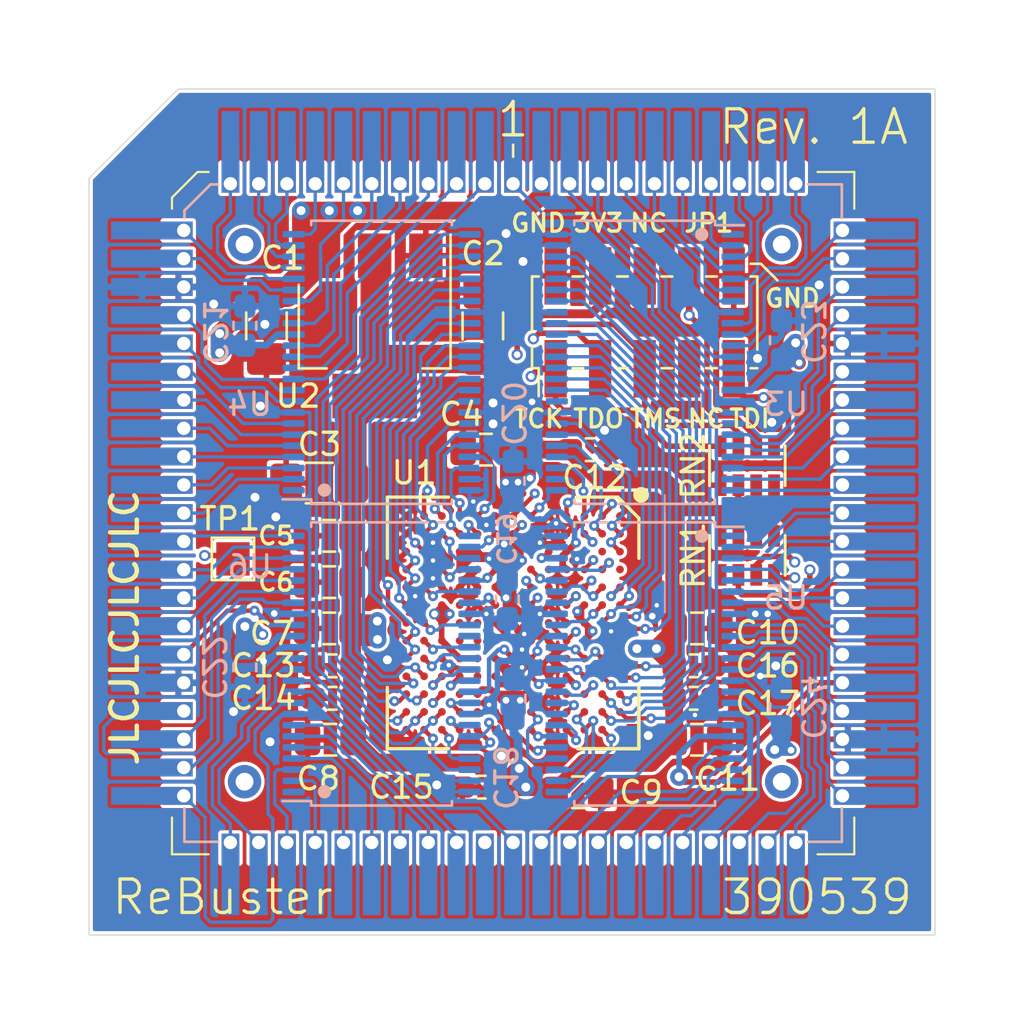
<source format=kicad_pcb>
(kicad_pcb (version 20171130) (host pcbnew "(5.1.12-1-10_14)")
  (layers (0 F.Cu signal) (1 GND.Cu power) (2 VCC.Cu power) (31 B.Cu signal) (34 B.Paste user) (35 F.Paste user) (36 B.SilkS user) (37 F.SilkS user) (38 B.Mask user) (39 F.Mask user) (44 Edge.Cuts user))
  (net 0 "")
  (net 1 VCC)
  (net 2 GND)
  (net 3 A3)
  (net 4 A2)
  (net 5 AS)
  (net 6 RW)
  (net 7 /NC1)
  (net 8 /NC2)
  (net 9 /NC3)
  (net 10 /NC4)
  (net 11 3V3)
  (net 12 "Net-(U1-PadK6)")
  (net 13 "Net-(U1-PadJ7)")
  (net 14 "Net-(U1-PadH8)")
  (net 15 "Net-(U1-PadJ8)")
  (net 16 "Net-(U1-PadD9)")
  (net 17 "Net-(U1-PadH9)")
  (net 18 "Net-(U1-PadJ9)")
  (net 19 "Net-(U1-PadH10)")
  (net 20 "Net-(U1-PadJ10)")
  (net 21 "Net-(U1-PadD11)")
  (net 22 "Net-(U1-PadK11)")
  (net 23 "Net-(U1-PadG12)")
  (net 24 "Net-(U1-PadJ12)")
  (net 25 RW_FPGA)
  (net 26 AS_FPGA)
  (net 27 TDI)
  (net 28 "Net-(JTAG1-Pad6)")
  (net 29 TMS)
  (net 30 TDO)
  (net 31 TCK)
  (net 32 nSTATUS)
  (net 33 CONF_DONE)
  (net 34 "Net-(U1-PadK7)")
  (net 35 "Net-(U1-PadB3)")
  (net 36 STERM_FPGA)
  (net 37 DSACK1_FPGA)
  (net 38 DS_FPGA)
  (net 39 SIZ1_FPGA)
  (net 40 BGACK)
  (net 41 SBR)
  (net 42 BERR)
  (net 43 CPUCLK)
  (net 44 STERM)
  (net 45 DSACK1)
  (net 46 DS)
  (net 47 SIZ1)
  (net 48 DSACK0)
  (net 49 SBG)
  (net 50 DSACK0_FPGA)
  (net 51 TP1)
  (net 52 JP1)
  (net 53 nCONFIG)
  (net 54 "Net-(JTAG1-Pad7)")
  (net 55 "Net-(RN1-Pad1)")
  (net 56 "Net-(U1-PadH1)")
  (net 57 "Net-(U1-PadE4)")
  (net 58 "Net-(U1-PadE5)")
  (net 59 EBR2)
  (net 60 EBR3)
  (net 61 EBR1)
  (net 62 EBR4)
  (net 63 EBR0)
  (net 64 MS0)
  (net 65 ABOE1)
  (net 66 EBG0)
  (net 67 EBG1)
  (net 68 BINT)
  (net 69 EDS1)
  (net 70 FCS)
  (net 71 EBG2)
  (net 72 EBG3)
  (net 73 EBG4)
  (net 74 BIGZ)
  (net 75 SLAVE0)
  (net 76 SLAVE1)
  (net 77 SLAVE2)
  (net 78 WAIT)
  (net 79 DTACK)
  (net 80 MTACK)
  (net 81 CIIN)
  (net 82 CCS)
  (net 83 A1)
  (net 84 A0)
  (net 85 RMC)
  (net 86 SIZ0)
  (net 87 DOE)
  (net 88 SLAVE3)
  (net 89 EBCLR)
  (net 90 EDS0)
  (net 91 EA3)
  (net 92 EA2)
  (net 93 SLAVE4)
  (net 94 EBGACK)
  (net 95 OWN)
  (net 96 MS1)
  (net 97 ADDRZ3)
  (net 98 MEMZ2)
  (net 99 IOZ2)
  (net 100 CBACK)
  (net 101 ABOE0)
  (net 102 MS2)
  (net 103 MTCR)
  (net 104 CINH)
  (net 105 CBREQ)
  (net 106 DBR16)
  (net 107 DBOE0)
  (net 108 DBLT)
  (net 109 READ)
  (net 110 EDS2)
  (net 111 EDS3)
  (net 112 CLK90)
  (net 113 LOCK_EA1)
  (net 114 ABOE2)
  (net 115 DBOE1)
  (net 116 D2P)
  (net 117 CDAC)
  (net 118 C7M)
  (net 119 RESET)
  (net 120 HLT)
  (net 121 BG)
  (net 122 BR)
  (net 123 CLK90_FPGA)
  (net 124 CPUCLK_FPGA)
  (net 125 C7M_FPGA)
  (net 126 "Net-(U1-PadM4)")
  (net 127 RESET_FPGA)
  (net 128 "Net-(U6-Pad34)")
  (net 129 "Net-(U1-PadK8)")
  (net 130 "Net-(U1-PadA4)")
  (net 131 "Net-(U3-Pad33)")
  (net 132 EBR2_FPGA)
  (net 133 EBR0_FPGA)
  (net 134 EBR4_FPGA)
  (net 135 EBR1_FPGA)
  (net 136 EBR3_FPGA)
  (net 137 ABOE1_FPGA)
  (net 138 MS0_FPGA)
  (net 139 EDS1_FPGA)
  (net 140 EBG1_FPGA)
  (net 141 BINT_FPGA)
  (net 142 EBG0_FPGA)
  (net 143 FCS_FPGA)
  (net 144 EBG2_FPGA)
  (net 145 EBG3_FPGA)
  (net 146 EBG4_FPGA)
  (net 147 BIGZ_FPGA)
  (net 148 SLAVE0_FPGA)
  (net 149 SLAVE1_FPGA)
  (net 150 SLAVE2_FPGA)
  (net 151 DOE_FPGA)
  (net 152 WAIT_FPGA)
  (net 153 MTACK_FPGA)
  (net 154 CIIN_FPGA)
  (net 155 DTACK_FPGA)
  (net 156 SBG_FPGA)
  (net 157 SBR_FPGA)
  (net 158 RMC_FPGA)
  (net 159 CCS_FPGA)
  (net 160 A2_FPGA)
  (net 161 A1_FPGA)
  (net 162 A0_FPGA)
  (net 163 SIZ0_FPGA)
  (net 164 SLAVE3_FPGA)
  (net 165 EBCLR_FPGA)
  (net 166 EDS0_FPGA)
  (net 167 EA3_FPGA)
  (net 168 SLAVE4_FPGA)
  (net 169 EA2_FPGA)
  (net 170 MS1_FPGA)
  (net 171 OWN_FPGA)
  (net 172 EBGACK_FPGA)
  (net 173 ADDRZ3_FPGA)
  (net 174 MEMZ2_FPGA)
  (net 175 IOZ2_FPGA)
  (net 176 CBACK_FPGA)
  (net 177 CINH_FPGA)
  (net 178 MTCR_FPGA)
  (net 179 CBREQ_FPGA)
  (net 180 A3_FPGA)
  (net 181 ABOE0_FPGA)
  (net 182 MS2_FPGA)
  (net 183 DBR16_FPGA)
  (net 184 DBOE0_FPGA)
  (net 185 DBLT_FPGA)
  (net 186 READ_FPGA)
  (net 187 EDS2_FPGA)
  (net 188 EDS3_FPGA)
  (net 189 CDAC_FPGA)
  (net 190 LOCK_EA1_FPGA)
  (net 191 ABOE2_FPGA)
  (net 192 D2P_FPGA)
  (net 193 DBOE1_FPGA)
  (net 194 BERR_FPGA)
  (net 195 BG_FPGA)
  (net 196 BR_FPGA)
  (net 197 BGACK_FPGA)
  (net 198 HLT_FPGA)
  (module ReBuster:TSSOP-48_6.1x12.5mm_P0.5mm_padLength_1mm (layer B.Cu) (at 138.53782 81.2276)
    (fp_text reference U6 (at -5.92162 -4.362 -180) (layer B.SilkS) (effects (justify mirror)))
    (fp_text value SN74CBTD16210 hide)
    (pad 1 smd roundrect (at -3.9497 5.75) (size 1 0.3) (layers B.Cu B.Paste B.Mask) (net 10 /NC4))
    (pad 2 smd roundrect (at -3.9497 5.25) (size 1 0.3) (layers B.Cu B.Paste B.Mask) (net 106 DBR16))
    (pad 3 smd roundrect (at -3.9497 4.75) (size 1 0.3) (layers B.Cu B.Paste B.Mask) (net 107 DBOE0))
    (pad 4 smd roundrect (at -3.9497 4.25) (size 1 0.3) (layers B.Cu B.Paste B.Mask) (net 108 DBLT))
    (pad 5 smd roundrect (at -3.9497 3.75) (size 1 0.3) (layers B.Cu B.Paste B.Mask) (net 109 READ))
    (pad 6 smd roundrect (at -3.9497 3.25) (size 1 0.3) (layers B.Cu B.Paste B.Mask) (net 110 EDS2))
    (pad 7 smd roundrect (at -3.9497 2.75) (size 1 0.3) (layers B.Cu B.Paste B.Mask) (net 111 EDS3))
    (pad 8 smd roundrect (at -3.9497 2.25) (size 1 0.3) (layers B.Cu B.Paste B.Mask) (net 2 GND))
    (pad 9 smd roundrect (at -3.9497 1.75) (size 1 0.3) (layers B.Cu B.Paste B.Mask) (net 117 CDAC))
    (pad 10 smd roundrect (at -3.9497 1.25) (size 1 0.3) (layers B.Cu B.Paste B.Mask) (net 113 LOCK_EA1))
    (pad 11 smd roundrect (at -3.9497 0.75) (size 1 0.3) (layers B.Cu B.Paste B.Mask) (net 114 ABOE2))
    (pad 12 smd roundrect (at -3.9497 0.25) (size 1 0.3) (layers B.Cu B.Paste B.Mask) (net 115 DBOE1))
    (pad 13 smd roundrect (at -3.9497 -0.25) (size 1 0.3) (layers B.Cu B.Paste B.Mask) (net 116 D2P))
    (pad 14 smd roundrect (at -3.9497 -0.75) (size 1 0.3) (layers B.Cu B.Paste B.Mask) (net 2 GND))
    (pad 15 smd roundrect (at -3.9497 -1.25) (size 1 0.3) (layers B.Cu B.Paste B.Mask) (net 1 VCC))
    (pad 16 smd roundrect (at -3.9497 -1.75) (size 1 0.3) (layers B.Cu B.Paste B.Mask) (net 42 BERR))
    (pad 17 smd roundrect (at -3.9497 -2.25) (size 1 0.3) (layers B.Cu B.Paste B.Mask) (net 2 GND))
    (pad 18 smd roundrect (at -3.9497 -2.75) (size 1 0.3) (layers B.Cu B.Paste B.Mask) (net 118 C7M))
    (pad 19 smd roundrect (at -3.9497 -3.25) (size 1 0.3) (layers B.Cu B.Paste B.Mask) (net 119 RESET))
    (pad 20 smd roundrect (at -3.9497 -3.75) (size 1 0.3) (layers B.Cu B.Paste B.Mask) (net 43 CPUCLK))
    (pad 21 smd roundrect (at -3.9497 -4.25) (size 1 0.3) (layers B.Cu B.Paste B.Mask) (net 120 HLT))
    (pad 22 smd roundrect (at -3.9497 -4.75) (size 1 0.3) (layers B.Cu B.Paste B.Mask) (net 40 BGACK))
    (pad 23 smd roundrect (at -3.9497 -5.25) (size 1 0.3) (layers B.Cu B.Paste B.Mask) (net 121 BG))
    (pad 24 smd roundrect (at -3.9497 -5.75) (size 1 0.3) (layers B.Cu B.Paste B.Mask) (net 122 BR))
    (pad 25 smd roundrect (at 3.9497 -5.75) (size 1 0.3) (layers B.Cu B.Paste B.Mask) (net 196 BR_FPGA))
    (pad 26 smd roundrect (at 3.9497 -5.25) (size 1 0.3) (layers B.Cu B.Paste B.Mask) (net 195 BG_FPGA))
    (pad 27 smd roundrect (at 3.9497 -4.75) (size 1 0.3) (layers B.Cu B.Paste B.Mask) (net 197 BGACK_FPGA))
    (pad 28 smd roundrect (at 3.9497 -4.25) (size 1 0.3) (layers B.Cu B.Paste B.Mask) (net 198 HLT_FPGA))
    (pad 29 smd roundrect (at 3.9497 -3.75) (size 1 0.3) (layers B.Cu B.Paste B.Mask) (net 124 CPUCLK_FPGA))
    (pad 30 smd roundrect (at 3.9497 -3.25) (size 1 0.3) (layers B.Cu B.Paste B.Mask) (net 127 RESET_FPGA))
    (pad 31 smd roundrect (at 3.9497 -2.75) (size 1 0.3) (layers B.Cu B.Paste B.Mask) (net 125 C7M_FPGA))
    (pad 32 smd roundrect (at 3.9497 -2.25) (size 1 0.3) (layers B.Cu B.Paste B.Mask) (net 2 GND))
    (pad 33 smd roundrect (at 3.9497 -1.75) (size 1 0.3) (layers B.Cu B.Paste B.Mask) (net 194 BERR_FPGA))
    (pad 34 smd roundrect (at 3.9497 -1.25) (size 1 0.3) (layers B.Cu B.Paste B.Mask) (net 128 "Net-(U6-Pad34)"))
    (pad 35 smd roundrect (at 3.9497 -0.75) (size 1 0.3) (layers B.Cu B.Paste B.Mask) (net 192 D2P_FPGA))
    (pad 36 smd roundrect (at 3.9497 -0.25) (size 1 0.3) (layers B.Cu B.Paste B.Mask) (net 193 DBOE1_FPGA))
    (pad 37 smd roundrect (at 3.9497 0.25) (size 1 0.3) (layers B.Cu B.Paste B.Mask) (net 191 ABOE2_FPGA))
    (pad 38 smd roundrect (at 3.9497 0.75) (size 1 0.3) (layers B.Cu B.Paste B.Mask) (net 190 LOCK_EA1_FPGA))
    (pad 39 smd roundrect (at 3.9497 1.25) (size 1 0.3) (layers B.Cu B.Paste B.Mask) (net 189 CDAC_FPGA))
    (pad 40 smd roundrect (at 3.9497 1.75) (size 1 0.3) (layers B.Cu B.Paste B.Mask) (net 188 EDS3_FPGA))
    (pad 41 smd roundrect (at 3.9497 2.25) (size 1 0.3) (layers B.Cu B.Paste B.Mask) (net 2 GND))
    (pad 42 smd roundrect (at 3.9497 2.75) (size 1 0.3) (layers B.Cu B.Paste B.Mask) (net 187 EDS2_FPGA))
    (pad 43 smd roundrect (at 3.9497 3.25) (size 1 0.3) (layers B.Cu B.Paste B.Mask) (net 186 READ_FPGA))
    (pad 44 smd roundrect (at 3.9497 3.75) (size 1 0.3) (layers B.Cu B.Paste B.Mask) (net 185 DBLT_FPGA))
    (pad 45 smd roundrect (at 3.9497 4.25) (size 1 0.3) (layers B.Cu B.Paste B.Mask) (net 184 DBOE0_FPGA))
    (pad 46 smd roundrect (at 3.9497 4.75) (size 1 0.3) (layers B.Cu B.Paste B.Mask) (net 183 DBR16_FPGA))
    (pad 47 smd roundrect (at 3.9497 5.25) (size 1 0.3) (layers B.Cu B.Paste B.Mask) (net 2 GND))
    (pad 48 smd roundrect (at 3.9497 5.75) (size 1 0.3) (layers B.Cu B.Paste B.Mask) (net 2 GND))
  )
  (module ReBuster:TSSOP-48_6.1x12.5mm_P0.5mm_padLength_1mm (layer B.Cu) (at 150.35722 81.2276 180)
    (fp_text reference U5 (at -6.3458 2.965) (layer B.SilkS) (effects (justify mirror)))
    (fp_text value SN74CBTD16210 hide)
    (pad 1 smd roundrect (at -3.9497 5.75 180) (size 1 0.3) (layers B.Cu B.Paste B.Mask) (net 9 /NC3))
    (pad 2 smd roundrect (at -3.9497 5.25 180) (size 1 0.3) (layers B.Cu B.Paste B.Mask) (net 88 SLAVE3))
    (pad 3 smd roundrect (at -3.9497 4.75 180) (size 1 0.3) (layers B.Cu B.Paste B.Mask) (net 89 EBCLR))
    (pad 4 smd roundrect (at -3.9497 4.25 180) (size 1 0.3) (layers B.Cu B.Paste B.Mask) (net 90 EDS0))
    (pad 5 smd roundrect (at -3.9497 3.75 180) (size 1 0.3) (layers B.Cu B.Paste B.Mask) (net 91 EA3))
    (pad 6 smd roundrect (at -3.9497 3.25 180) (size 1 0.3) (layers B.Cu B.Paste B.Mask) (net 92 EA2))
    (pad 7 smd roundrect (at -3.9497 2.75 180) (size 1 0.3) (layers B.Cu B.Paste B.Mask) (net 93 SLAVE4))
    (pad 8 smd roundrect (at -3.9497 2.25 180) (size 1 0.3) (layers B.Cu B.Paste B.Mask) (net 2 GND))
    (pad 9 smd roundrect (at -3.9497 1.75 180) (size 1 0.3) (layers B.Cu B.Paste B.Mask) (net 94 EBGACK))
    (pad 10 smd roundrect (at -3.9497 1.25 180) (size 1 0.3) (layers B.Cu B.Paste B.Mask) (net 95 OWN))
    (pad 11 smd roundrect (at -3.9497 0.75 180) (size 1 0.3) (layers B.Cu B.Paste B.Mask) (net 96 MS1))
    (pad 12 smd roundrect (at -3.9497 0.25 180) (size 1 0.3) (layers B.Cu B.Paste B.Mask) (net 97 ADDRZ3))
    (pad 13 smd roundrect (at -3.9497 -0.25 180) (size 1 0.3) (layers B.Cu B.Paste B.Mask) (net 98 MEMZ2))
    (pad 14 smd roundrect (at -3.9497 -0.75 180) (size 1 0.3) (layers B.Cu B.Paste B.Mask) (net 99 IOZ2))
    (pad 15 smd roundrect (at -3.9497 -1.25 180) (size 1 0.3) (layers B.Cu B.Paste B.Mask) (net 1 VCC))
    (pad 16 smd roundrect (at -3.9497 -1.75 180) (size 1 0.3) (layers B.Cu B.Paste B.Mask) (net 100 CBACK))
    (pad 17 smd roundrect (at -3.9497 -2.25 180) (size 1 0.3) (layers B.Cu B.Paste B.Mask) (net 2 GND))
    (pad 18 smd roundrect (at -3.9497 -2.75 180) (size 1 0.3) (layers B.Cu B.Paste B.Mask) (net 101 ABOE0))
    (pad 19 smd roundrect (at -3.9497 -3.25 180) (size 1 0.3) (layers B.Cu B.Paste B.Mask) (net 112 CLK90))
    (pad 20 smd roundrect (at -3.9497 -3.75 180) (size 1 0.3) (layers B.Cu B.Paste B.Mask) (net 102 MS2))
    (pad 21 smd roundrect (at -3.9497 -4.25 180) (size 1 0.3) (layers B.Cu B.Paste B.Mask) (net 103 MTCR))
    (pad 22 smd roundrect (at -3.9497 -4.75 180) (size 1 0.3) (layers B.Cu B.Paste B.Mask) (net 104 CINH))
    (pad 23 smd roundrect (at -3.9497 -5.25 180) (size 1 0.3) (layers B.Cu B.Paste B.Mask) (net 3 A3))
    (pad 24 smd roundrect (at -3.9497 -5.75 180) (size 1 0.3) (layers B.Cu B.Paste B.Mask) (net 105 CBREQ))
    (pad 25 smd roundrect (at 3.9497 -5.75 180) (size 1 0.3) (layers B.Cu B.Paste B.Mask) (net 179 CBREQ_FPGA))
    (pad 26 smd roundrect (at 3.9497 -5.25 180) (size 1 0.3) (layers B.Cu B.Paste B.Mask) (net 180 A3_FPGA))
    (pad 27 smd roundrect (at 3.9497 -4.75 180) (size 1 0.3) (layers B.Cu B.Paste B.Mask) (net 177 CINH_FPGA))
    (pad 28 smd roundrect (at 3.9497 -4.25 180) (size 1 0.3) (layers B.Cu B.Paste B.Mask) (net 178 MTCR_FPGA))
    (pad 29 smd roundrect (at 3.9497 -3.75 180) (size 1 0.3) (layers B.Cu B.Paste B.Mask) (net 182 MS2_FPGA))
    (pad 30 smd roundrect (at 3.9497 -3.25 180) (size 1 0.3) (layers B.Cu B.Paste B.Mask) (net 123 CLK90_FPGA))
    (pad 31 smd roundrect (at 3.9497 -2.75 180) (size 1 0.3) (layers B.Cu B.Paste B.Mask) (net 181 ABOE0_FPGA))
    (pad 32 smd roundrect (at 3.9497 -2.25 180) (size 1 0.3) (layers B.Cu B.Paste B.Mask) (net 2 GND))
    (pad 33 smd roundrect (at 3.9497 -1.75 180) (size 1 0.3) (layers B.Cu B.Paste B.Mask) (net 176 CBACK_FPGA))
    (pad 34 smd roundrect (at 3.9497 -1.25 180) (size 1 0.3) (layers B.Cu B.Paste B.Mask) (net 175 IOZ2_FPGA))
    (pad 35 smd roundrect (at 3.9497 -0.75 180) (size 1 0.3) (layers B.Cu B.Paste B.Mask) (net 174 MEMZ2_FPGA))
    (pad 36 smd roundrect (at 3.9497 -0.25 180) (size 1 0.3) (layers B.Cu B.Paste B.Mask) (net 173 ADDRZ3_FPGA))
    (pad 37 smd roundrect (at 3.9497 0.25 180) (size 1 0.3) (layers B.Cu B.Paste B.Mask) (net 170 MS1_FPGA))
    (pad 38 smd roundrect (at 3.9497 0.75 180) (size 1 0.3) (layers B.Cu B.Paste B.Mask) (net 171 OWN_FPGA))
    (pad 39 smd roundrect (at 3.9497 1.25 180) (size 1 0.3) (layers B.Cu B.Paste B.Mask) (net 172 EBGACK_FPGA))
    (pad 40 smd roundrect (at 3.9497 1.75 180) (size 1 0.3) (layers B.Cu B.Paste B.Mask) (net 168 SLAVE4_FPGA))
    (pad 41 smd roundrect (at 3.9497 2.25 180) (size 1 0.3) (layers B.Cu B.Paste B.Mask) (net 2 GND))
    (pad 42 smd roundrect (at 3.9497 2.75 180) (size 1 0.3) (layers B.Cu B.Paste B.Mask) (net 169 EA2_FPGA))
    (pad 43 smd roundrect (at 3.9497 3.25 180) (size 1 0.3) (layers B.Cu B.Paste B.Mask) (net 167 EA3_FPGA))
    (pad 44 smd roundrect (at 3.9497 3.75 180) (size 1 0.3) (layers B.Cu B.Paste B.Mask) (net 166 EDS0_FPGA))
    (pad 45 smd roundrect (at 3.9497 4.25 180) (size 1 0.3) (layers B.Cu B.Paste B.Mask) (net 165 EBCLR_FPGA))
    (pad 46 smd roundrect (at 3.9497 4.75 180) (size 1 0.3) (layers B.Cu B.Paste B.Mask) (net 164 SLAVE3_FPGA))
    (pad 47 smd roundrect (at 3.9497 5.25 180) (size 1 0.3) (layers B.Cu B.Paste B.Mask) (net 2 GND))
    (pad 48 smd roundrect (at 3.9497 5.75 180) (size 1 0.3) (layers B.Cu B.Paste B.Mask) (net 2 GND))
  )
  (module ReBuster:TSSOP-48_6.1x12.5mm_P0.5mm_padLength_1mm (layer B.Cu) (at 150.35722 67.6776 180)
    (fp_text reference U3 (at -6.3458 -1.8855) (layer B.SilkS) (effects (justify mirror)))
    (fp_text value SN74CBTD16210 hide)
    (pad 48 smd roundrect (at 3.9497 5.75 180) (size 1 0.3) (layers B.Cu B.Paste B.Mask) (net 2 GND))
    (pad 47 smd roundrect (at 3.9497 5.25 180) (size 1 0.3) (layers B.Cu B.Paste B.Mask) (net 2 GND))
    (pad 46 smd roundrect (at 3.9497 4.75 180) (size 1 0.3) (layers B.Cu B.Paste B.Mask) (net 132 EBR2_FPGA))
    (pad 45 smd roundrect (at 3.9497 4.25 180) (size 1 0.3) (layers B.Cu B.Paste B.Mask) (net 136 EBR3_FPGA))
    (pad 44 smd roundrect (at 3.9497 3.75 180) (size 1 0.3) (layers B.Cu B.Paste B.Mask) (net 135 EBR1_FPGA))
    (pad 43 smd roundrect (at 3.9497 3.25 180) (size 1 0.3) (layers B.Cu B.Paste B.Mask) (net 134 EBR4_FPGA))
    (pad 42 smd roundrect (at 3.9497 2.75 180) (size 1 0.3) (layers B.Cu B.Paste B.Mask) (net 133 EBR0_FPGA))
    (pad 41 smd roundrect (at 3.9497 2.25 180) (size 1 0.3) (layers B.Cu B.Paste B.Mask) (net 2 GND))
    (pad 40 smd roundrect (at 3.9497 1.75 180) (size 1 0.3) (layers B.Cu B.Paste B.Mask) (net 138 MS0_FPGA))
    (pad 39 smd roundrect (at 3.9497 1.25 180) (size 1 0.3) (layers B.Cu B.Paste B.Mask) (net 137 ABOE1_FPGA))
    (pad 38 smd roundrect (at 3.9497 0.75 180) (size 1 0.3) (layers B.Cu B.Paste B.Mask) (net 142 EBG0_FPGA))
    (pad 37 smd roundrect (at 3.9497 0.25 180) (size 1 0.3) (layers B.Cu B.Paste B.Mask) (net 140 EBG1_FPGA))
    (pad 36 smd roundrect (at 3.9497 -0.25 180) (size 1 0.3) (layers B.Cu B.Paste B.Mask) (net 141 BINT_FPGA))
    (pad 35 smd roundrect (at 3.9497 -0.75 180) (size 1 0.3) (layers B.Cu B.Paste B.Mask) (net 139 EDS1_FPGA))
    (pad 34 smd roundrect (at 3.9497 -1.25 180) (size 1 0.3) (layers B.Cu B.Paste B.Mask) (net 143 FCS_FPGA))
    (pad 33 smd roundrect (at 3.9497 -1.75 180) (size 1 0.3) (layers B.Cu B.Paste B.Mask) (net 131 "Net-(U3-Pad33)"))
    (pad 32 smd roundrect (at 3.9497 -2.25 180) (size 1 0.3) (layers B.Cu B.Paste B.Mask) (net 2 GND))
    (pad 31 smd roundrect (at 3.9497 -2.75 180) (size 1 0.3) (layers B.Cu B.Paste B.Mask) (net 144 EBG2_FPGA))
    (pad 30 smd roundrect (at 3.9497 -3.25 180) (size 1 0.3) (layers B.Cu B.Paste B.Mask) (net 145 EBG3_FPGA))
    (pad 29 smd roundrect (at 3.9497 -3.75 180) (size 1 0.3) (layers B.Cu B.Paste B.Mask) (net 146 EBG4_FPGA))
    (pad 28 smd roundrect (at 3.9497 -4.25 180) (size 1 0.3) (layers B.Cu B.Paste B.Mask) (net 147 BIGZ_FPGA))
    (pad 27 smd roundrect (at 3.9497 -4.75 180) (size 1 0.3) (layers B.Cu B.Paste B.Mask) (net 148 SLAVE0_FPGA))
    (pad 26 smd roundrect (at 3.9497 -5.25 180) (size 1 0.3) (layers B.Cu B.Paste B.Mask) (net 149 SLAVE1_FPGA))
    (pad 25 smd roundrect (at 3.9497 -5.75 180) (size 1 0.3) (layers B.Cu B.Paste B.Mask) (net 150 SLAVE2_FPGA))
    (pad 24 smd roundrect (at -3.9497 -5.75 180) (size 1 0.3) (layers B.Cu B.Paste B.Mask) (net 77 SLAVE2))
    (pad 23 smd roundrect (at -3.9497 -5.25 180) (size 1 0.3) (layers B.Cu B.Paste B.Mask) (net 76 SLAVE1))
    (pad 22 smd roundrect (at -3.9497 -4.75 180) (size 1 0.3) (layers B.Cu B.Paste B.Mask) (net 75 SLAVE0))
    (pad 21 smd roundrect (at -3.9497 -4.25 180) (size 1 0.3) (layers B.Cu B.Paste B.Mask) (net 74 BIGZ))
    (pad 20 smd roundrect (at -3.9497 -3.75 180) (size 1 0.3) (layers B.Cu B.Paste B.Mask) (net 73 EBG4))
    (pad 19 smd roundrect (at -3.9497 -3.25 180) (size 1 0.3) (layers B.Cu B.Paste B.Mask) (net 72 EBG3))
    (pad 18 smd roundrect (at -3.9497 -2.75 180) (size 1 0.3) (layers B.Cu B.Paste B.Mask) (net 71 EBG2))
    (pad 17 smd roundrect (at -3.9497 -2.25 180) (size 1 0.3) (layers B.Cu B.Paste B.Mask) (net 2 GND))
    (pad 16 smd roundrect (at -3.9497 -1.75 180) (size 1 0.3) (layers B.Cu B.Paste B.Mask) (net 2 GND))
    (pad 15 smd roundrect (at -3.9497 -1.25 180) (size 1 0.3) (layers B.Cu B.Paste B.Mask) (net 1 VCC))
    (pad 14 smd roundrect (at -3.9497 -0.75 180) (size 1 0.3) (layers B.Cu B.Paste B.Mask) (net 70 FCS))
    (pad 13 smd roundrect (at -3.9497 -0.25 180) (size 1 0.3) (layers B.Cu B.Paste B.Mask) (net 69 EDS1))
    (pad 12 smd roundrect (at -3.9497 0.25 180) (size 1 0.3) (layers B.Cu B.Paste B.Mask) (net 68 BINT))
    (pad 11 smd roundrect (at -3.9497 0.75 180) (size 1 0.3) (layers B.Cu B.Paste B.Mask) (net 67 EBG1))
    (pad 10 smd roundrect (at -3.9497 1.25 180) (size 1 0.3) (layers B.Cu B.Paste B.Mask) (net 66 EBG0))
    (pad 9 smd roundrect (at -3.9497 1.75 180) (size 1 0.3) (layers B.Cu B.Paste B.Mask) (net 65 ABOE1))
    (pad 8 smd roundrect (at -3.9497 2.25 180) (size 1 0.3) (layers B.Cu B.Paste B.Mask) (net 2 GND))
    (pad 7 smd roundrect (at -3.9497 2.75 180) (size 1 0.3) (layers B.Cu B.Paste B.Mask) (net 64 MS0))
    (pad 6 smd roundrect (at -3.9497 3.25 180) (size 1 0.3) (layers B.Cu B.Paste B.Mask) (net 63 EBR0))
    (pad 5 smd roundrect (at -3.9497 3.75 180) (size 1 0.3) (layers B.Cu B.Paste B.Mask) (net 62 EBR4))
    (pad 4 smd roundrect (at -3.9497 4.25 180) (size 1 0.3) (layers B.Cu B.Paste B.Mask) (net 61 EBR1))
    (pad 3 smd roundrect (at -3.9497 4.75 180) (size 1 0.3) (layers B.Cu B.Paste B.Mask) (net 60 EBR3))
    (pad 2 smd roundrect (at -3.9497 5.25 180) (size 1 0.3) (layers B.Cu B.Paste B.Mask) (net 59 EBR2))
    (pad 1 smd roundrect (at -3.9497 5.75 180) (size 1 0.3) (layers B.Cu B.Paste B.Mask) (net 7 /NC1))
  )
  (module ReBuster:PLCC-84_TH_pin_holes (layer F.Cu) (at 144.44752 74.4526)
    (fp_text reference U8 hide)
    (fp_text value PLCC_84_plug hide)
    (pad "" thru_hole oval (at 12.065 -12.065) (size 1.5 1.5) (drill 0.8) (layers *.Cu *.Mask))
    (pad "" thru_hole oval (at 12.065 12.065) (size 1.5 1.5) (drill 0.8) (layers *.Cu *.Mask))
    (pad "" thru_hole oval (at -12.065 12.065) (size 1.5 1.5) (drill 0.8) (layers *.Cu *.Mask))
    (pad "" thru_hole oval (at -12.065 -12.065) (size 1.5 1.5) (drill 0.8) (layers *.Cu *.Mask))
    (pad 1 thru_hole rect (at 0 -14.7955) (size 0.8 1.3) (drill 0.6 (offset 0 -0.25)) (layers *.Cu *.Mask) (net 70 FCS))
    (pad 2 thru_hole rect (at -1.27 -14.7955) (size 0.8 1.3) (drill 0.6 (offset 0 -0.25)) (layers *.Cu *.Mask) (net 82 CCS))
    (pad 3 thru_hole rect (at -2.54 -14.7955) (size 0.8 1.3) (drill 0.6 (offset 0 -0.25)) (layers *.Cu *.Mask) (net 4 A2))
    (pad 4 thru_hole rect (at -3.81 -14.7955) (size 0.8 1.3) (drill 0.6 (offset 0 -0.25)) (layers *.Cu *.Mask) (net 83 A1))
    (pad 5 thru_hole rect (at -5.08 -14.7955) (size 0.8 1.3) (drill 0.6 (offset 0 -0.25)) (layers *.Cu *.Mask) (net 84 A0))
    (pad 6 thru_hole rect (at -6.35 -14.7955) (size 0.8 1.3) (drill 0.6 (offset 0 -0.25)) (layers *.Cu *.Mask) (net 6 RW))
    (pad 7 thru_hole rect (at -7.62 -14.7955) (size 0.8 1.3) (drill 0.6 (offset 0 -0.25)) (layers *.Cu *.Mask) (net 86 SIZ0))
    (pad 8 thru_hole rect (at -8.89 -14.7955) (size 0.8 1.3) (drill 0.6 (offset 0 -0.25)) (layers *.Cu *.Mask) (net 47 SIZ1))
    (pad 9 thru_hole rect (at -10.16 -14.7955) (size 0.8 1.3) (drill 0.6 (offset 0 -0.25)) (layers *.Cu *.Mask) (net 5 AS))
    (pad 10 thru_hole rect (at -11.43 -14.7955) (size 0.8 1.3) (drill 0.6 (offset 0 -0.25)) (layers *.Cu *.Mask) (net 46 DS))
    (pad 11 thru_hole rect (at -12.7 -14.7955) (size 0.8 1.3) (drill 0.6 (offset 0 -0.25)) (layers *.Cu *.Mask) (net 48 DSACK0))
    (pad 84 thru_hole rect (at 1.27 -14.7955) (size 0.8 1.3) (drill 0.6 (offset 0 -0.25)) (layers *.Cu *.Mask) (net 1 VCC))
    (pad 83 thru_hole rect (at 2.54 -14.7955) (size 0.8 1.3) (drill 0.6 (offset 0 -0.25)) (layers *.Cu *.Mask) (net 69 EDS1))
    (pad 82 thru_hole rect (at 3.81 -14.7955) (size 0.8 1.3) (drill 0.6 (offset 0 -0.25)) (layers *.Cu *.Mask) (net 68 BINT))
    (pad 81 thru_hole rect (at 5.08 -14.7955) (size 0.8 1.3) (drill 0.6 (offset 0 -0.25)) (layers *.Cu *.Mask) (net 64 MS0))
    (pad 80 thru_hole rect (at 6.35 -14.7955) (size 0.8 1.3) (drill 0.6 (offset 0 -0.25)) (layers *.Cu *.Mask) (net 63 EBR0))
    (pad 79 thru_hole rect (at 7.62 -14.7955) (size 0.8 1.3) (drill 0.6 (offset 0 -0.25)) (layers *.Cu *.Mask) (net 61 EBR1))
    (pad 78 thru_hole rect (at 8.89 -14.7955) (size 0.8 1.3) (drill 0.6 (offset 0 -0.25)) (layers *.Cu *.Mask) (net 59 EBR2))
    (pad 77 thru_hole rect (at 10.16 -14.7955) (size 0.8 1.3) (drill 0.6 (offset 0 -0.25)) (layers *.Cu *.Mask) (net 60 EBR3))
    (pad 76 thru_hole rect (at 11.43 -14.7955) (size 0.8 1.3) (drill 0.6 (offset 0 -0.25)) (layers *.Cu *.Mask) (net 62 EBR4))
    (pad 75 thru_hole rect (at 12.7 -14.7955) (size 0.8 1.3) (drill 0.6 (offset 0 -0.25)) (layers *.Cu *.Mask) (net 65 ABOE1))
    (pad 12 thru_hole rect (at -14.7955 -12.7) (size 1.3 0.8) (drill 0.6 (offset -0.25 0)) (layers *.Cu *.Mask) (net 45 DSACK1))
    (pad 13 thru_hole rect (at -14.7955 -11.43) (size 1.3 0.8) (drill 0.6 (offset -0.25 0)) (layers *.Cu *.Mask) (net 44 STERM))
    (pad 14 thru_hole rect (at -14.7955 -10.16) (size 1.3 0.8) (drill 0.6 (offset -0.25 0)) (layers *.Cu *.Mask) (net 2 GND))
    (pad 15 thru_hole rect (at -14.7955 -8.89) (size 1.3 0.8) (drill 0.6 (offset -0.25 0)) (layers *.Cu *.Mask) (net 85 RMC))
    (pad 16 thru_hole rect (at -14.7955 -7.62) (size 1.3 0.8) (drill 0.6 (offset -0.25 0)) (layers *.Cu *.Mask) (net 41 SBR))
    (pad 17 thru_hole rect (at -14.7955 -6.35) (size 1.3 0.8) (drill 0.6 (offset -0.25 0)) (layers *.Cu *.Mask) (net 49 SBG))
    (pad 18 thru_hole rect (at -14.7955 -5.08) (size 1.3 0.8) (drill 0.6 (offset -0.25 0)) (layers *.Cu *.Mask) (net 81 CIIN))
    (pad 19 thru_hole rect (at -14.7955 -3.81) (size 1.3 0.8) (drill 0.6 (offset -0.25 0)) (layers *.Cu *.Mask) (net 80 MTACK))
    (pad 20 thru_hole rect (at -14.7955 -2.54) (size 1.3 0.8) (drill 0.6 (offset -0.25 0)) (layers *.Cu *.Mask) (net 79 DTACK))
    (pad 21 thru_hole rect (at -14.7955 -1.27) (size 1.3 0.8) (drill 0.6 (offset -0.25 0)) (layers *.Cu *.Mask) (net 87 DOE))
    (pad 22 thru_hole rect (at -14.7955 0) (size 1.3 0.8) (drill 0.6 (offset -0.25 0)) (layers *.Cu *.Mask) (net 78 WAIT))
    (pad 23 thru_hole rect (at -14.7955 1.27) (size 1.3 0.8) (drill 0.6 (offset -0.25 0)) (layers *.Cu *.Mask) (net 122 BR))
    (pad 24 thru_hole rect (at -14.7955 2.54) (size 1.3 0.8) (drill 0.6 (offset -0.25 0)) (layers *.Cu *.Mask) (net 121 BG))
    (pad 25 thru_hole rect (at -14.7955 3.81) (size 1.3 0.8) (drill 0.6 (offset -0.25 0)) (layers *.Cu *.Mask) (net 40 BGACK))
    (pad 26 thru_hole rect (at -14.7955 5.08) (size 1.3 0.8) (drill 0.6 (offset -0.25 0)) (layers *.Cu *.Mask) (net 120 HLT))
    (pad 27 thru_hole rect (at -14.7955 6.35) (size 1.3 0.8) (drill 0.6 (offset -0.25 0)) (layers *.Cu *.Mask) (net 42 BERR))
    (pad 28 thru_hole rect (at -14.7955 7.62) (size 1.3 0.8) (drill 0.6 (offset -0.25 0)) (layers *.Cu *.Mask) (net 2 GND))
    (pad 29 thru_hole rect (at -14.7955 8.89) (size 1.3 0.8) (drill 0.6 (offset -0.25 0)) (layers *.Cu *.Mask) (net 119 RESET))
    (pad 30 thru_hole rect (at -14.7955 10.16) (size 1.3 0.8) (drill 0.6 (offset -0.25 0)) (layers *.Cu *.Mask) (net 43 CPUCLK))
    (pad 31 thru_hole rect (at -14.7955 11.43) (size 1.3 0.8) (drill 0.6 (offset -0.25 0)) (layers *.Cu *.Mask) (net 118 C7M))
    (pad 32 thru_hole rect (at -14.7955 12.7) (size 1.3 0.8) (drill 0.6 (offset -0.25 0)) (layers *.Cu *.Mask) (net 117 CDAC))
    (pad 33 thru_hole rect (at -12.7 14.7955) (size 0.8 1.3) (drill 0.6 (offset 0 0.25)) (layers *.Cu *.Mask) (net 116 D2P))
    (pad 34 thru_hole rect (at -11.43 14.7955) (size 0.8 1.3) (drill 0.6 (offset 0 0.25)) (layers *.Cu *.Mask) (net 115 DBOE1))
    (pad 35 thru_hole rect (at -10.16 14.7955) (size 0.8 1.3) (drill 0.6 (offset 0 0.25)) (layers *.Cu *.Mask) (net 107 DBOE0))
    (pad 36 thru_hole rect (at -8.8904 14.7955) (size 0.8 1.3) (drill 0.6 (offset 0 0.25)) (layers *.Cu *.Mask) (net 106 DBR16))
    (pad 37 thru_hole rect (at -7.62 14.7955) (size 0.8 1.3) (drill 0.6 (offset 0 0.25)) (layers *.Cu *.Mask) (net 108 DBLT))
    (pad 38 thru_hole rect (at -6.35 14.7955) (size 0.8 1.3) (drill 0.6 (offset 0 0.25)) (layers *.Cu *.Mask) (net 109 READ))
    (pad 39 thru_hole rect (at -5.08 14.7955) (size 0.8 1.3) (drill 0.6 (offset 0 0.25)) (layers *.Cu *.Mask) (net 110 EDS2))
    (pad 40 thru_hole rect (at -3.81 14.7955) (size 0.8 1.3) (drill 0.6 (offset 0 0.25)) (layers *.Cu *.Mask) (net 111 EDS3))
    (pad 41 thru_hole rect (at -2.54 14.7955) (size 0.8 1.3) (drill 0.6 (offset 0 0.25)) (layers *.Cu *.Mask) (net 113 LOCK_EA1))
    (pad 42 thru_hole rect (at -1.27 14.7955) (size 0.8 1.3) (drill 0.6 (offset 0 0.25)) (layers *.Cu *.Mask) (net 1 VCC))
    (pad 43 thru_hole rect (at 0 14.7955) (size 0.8 1.3) (drill 0.6 (offset 0 0.25)) (layers *.Cu *.Mask) (net 114 ABOE2))
    (pad 44 thru_hole rect (at 1.27 14.7955) (size 0.8 1.3) (drill 0.6 (offset 0 0.25)) (layers *.Cu *.Mask) (net 101 ABOE0))
    (pad 45 thru_hole rect (at 2.54 14.7955) (size 0.8 1.3) (drill 0.6 (offset 0 0.25)) (layers *.Cu *.Mask) (net 102 MS2))
    (pad 46 thru_hole rect (at 3.81 14.7955) (size 0.8 1.3) (drill 0.6 (offset 0 0.25)) (layers *.Cu *.Mask) (net 103 MTCR))
    (pad 47 thru_hole rect (at 5.08 14.7955) (size 0.8 1.3) (drill 0.6 (offset 0 0.25)) (layers *.Cu *.Mask) (net 104 CINH))
    (pad 48 thru_hole rect (at 6.35 14.7955) (size 0.8 1.3) (drill 0.6 (offset 0 0.25)) (layers *.Cu *.Mask) (net 3 A3))
    (pad 49 thru_hole rect (at 7.62 14.7955) (size 0.8 1.3) (drill 0.6 (offset 0 0.25)) (layers *.Cu *.Mask) (net 105 CBREQ))
    (pad 50 thru_hole rect (at 8.89 14.7955) (size 0.8 1.3) (drill 0.6 (offset 0 0.25)) (layers *.Cu *.Mask) (net 100 CBACK))
    (pad 51 thru_hole rect (at 10.16 14.7955) (size 0.8 1.3) (drill 0.6 (offset 0 0.25)) (layers *.Cu *.Mask) (net 99 IOZ2))
    (pad 52 thru_hole rect (at 11.43 14.7955) (size 0.8 1.3) (drill 0.6 (offset 0 0.25)) (layers *.Cu *.Mask) (net 98 MEMZ2))
    (pad 53 thru_hole rect (at 12.7 14.7955) (size 0.8 1.3) (drill 0.6 (offset 0 0.25)) (layers *.Cu *.Mask) (net 97 ADDRZ3))
    (pad 54 thru_hole rect (at 14.7955 12.7) (size 1.3 0.8) (drill 0.6 (offset 0.25 0)) (layers *.Cu *.Mask) (net 96 MS1))
    (pad 55 thru_hole rect (at 14.7955 11.43) (size 1.3 0.8) (drill 0.6 (offset 0.25 0)) (layers *.Cu *.Mask) (net 95 OWN))
    (pad 56 thru_hole rect (at 14.7955 10.16) (size 1.3 0.8) (drill 0.6 (offset 0.25 0)) (layers *.Cu *.Mask) (net 2 GND))
    (pad 57 thru_hole rect (at 14.7955 8.89) (size 1.3 0.8) (drill 0.6 (offset 0.25 0)) (layers *.Cu *.Mask) (net 94 EBGACK))
    (pad 58 thru_hole rect (at 14.7955 7.62) (size 1.3 0.8) (drill 0.6 (offset 0.25 0)) (layers *.Cu *.Mask) (net 112 CLK90))
    (pad 59 thru_hole rect (at 14.7955 6.35) (size 1.3 0.8) (drill 0.6 (offset 0.25 0)) (layers *.Cu *.Mask) (net 93 SLAVE4))
    (pad 60 thru_hole rect (at 14.7955 5.08) (size 1.3 0.8) (drill 0.6 (offset 0.25 0)) (layers *.Cu *.Mask) (net 92 EA2))
    (pad 61 thru_hole rect (at 14.7955 3.81) (size 1.3 0.8) (drill 0.6 (offset 0.25 0)) (layers *.Cu *.Mask) (net 91 EA3))
    (pad 62 thru_hole rect (at 14.7955 2.54) (size 1.3 0.8) (drill 0.6 (offset 0.25 0)) (layers *.Cu *.Mask) (net 90 EDS0))
    (pad 63 thru_hole rect (at 14.7955 1.27) (size 1.3 0.8) (drill 0.6 (offset 0.25 0)) (layers *.Cu *.Mask) (net 89 EBCLR))
    (pad 64 thru_hole rect (at 14.7955 0) (size 1.3 0.8) (drill 0.6 (offset 0.25 0)) (layers *.Cu *.Mask) (net 88 SLAVE3))
    (pad 65 thru_hole rect (at 14.7955 -1.27) (size 1.3 0.8) (drill 0.6 (offset 0.25 0)) (layers *.Cu *.Mask) (net 77 SLAVE2))
    (pad 66 thru_hole rect (at 14.7955 -2.54) (size 1.3 0.8) (drill 0.6 (offset 0.25 0)) (layers *.Cu *.Mask) (net 76 SLAVE1))
    (pad 67 thru_hole rect (at 14.7955 -3.81) (size 1.3 0.8) (drill 0.6 (offset 0.25 0)) (layers *.Cu *.Mask) (net 75 SLAVE0))
    (pad 68 thru_hole rect (at 14.7955 -5.08) (size 1.3 0.8) (drill 0.6 (offset 0.25 0)) (layers *.Cu *.Mask) (net 74 BIGZ))
    (pad 69 thru_hole rect (at 14.7955 -6.35) (size 1.3 0.8) (drill 0.6 (offset 0.25 0)) (layers *.Cu *.Mask) (net 73 EBG4))
    (pad 70 thru_hole rect (at 14.7955 -7.62) (size 1.3 0.8) (drill 0.6 (offset 0.25 0)) (layers *.Cu *.Mask) (net 2 GND))
    (pad 71 thru_hole rect (at 14.7955 -8.89) (size 1.3 0.8) (drill 0.6 (offset 0.25 0)) (layers *.Cu *.Mask) (net 72 EBG3))
    (pad 72 thru_hole rect (at 14.7955 -10.16) (size 1.3 0.8) (drill 0.6 (offset 0.25 0)) (layers *.Cu *.Mask) (net 71 EBG2))
    (pad 73 thru_hole rect (at 14.7955 -11.43) (size 1.3 0.8) (drill 0.6 (offset 0.25 0)) (layers *.Cu *.Mask) (net 67 EBG1))
    (pad 74 thru_hole rect (at 14.7955 -12.7) (size 1.3 0.8) (drill 0.6 (offset 0.25 0)) (layers *.Cu *.Mask) (net 66 EBG0))
  )
  (module ReBuster:TSSOP-48_6.1x12.5mm_P0.5mm_padLength_1mm (layer B.Cu) (at 138.53782 67.6776)
    (fp_text reference U4 (at -5.92162 1.8855 -180) (layer B.SilkS) (effects (justify mirror)))
    (fp_text value SN74CBTD16210 hide)
    (pad 1 smd roundrect (at -3.9497 5.75) (size 1 0.3) (layers B.Cu B.Paste B.Mask) (net 8 /NC2))
    (pad 2 smd roundrect (at -3.9497 5.25) (size 1 0.3) (layers B.Cu B.Paste B.Mask) (net 78 WAIT))
    (pad 3 smd roundrect (at -3.9497 4.75) (size 1 0.3) (layers B.Cu B.Paste B.Mask) (net 87 DOE))
    (pad 4 smd roundrect (at -3.9497 4.25) (size 1 0.3) (layers B.Cu B.Paste B.Mask) (net 79 DTACK))
    (pad 5 smd roundrect (at -3.9497 3.75) (size 1 0.3) (layers B.Cu B.Paste B.Mask) (net 80 MTACK))
    (pad 6 smd roundrect (at -3.9497 3.25) (size 1 0.3) (layers B.Cu B.Paste B.Mask) (net 81 CIIN))
    (pad 7 smd roundrect (at -3.9497 2.75) (size 1 0.3) (layers B.Cu B.Paste B.Mask) (net 49 SBG))
    (pad 8 smd roundrect (at -3.9497 2.25) (size 1 0.3) (layers B.Cu B.Paste B.Mask) (net 2 GND))
    (pad 9 smd roundrect (at -3.9497 1.75) (size 1 0.3) (layers B.Cu B.Paste B.Mask) (net 41 SBR))
    (pad 10 smd roundrect (at -3.9497 1.25) (size 1 0.3) (layers B.Cu B.Paste B.Mask) (net 85 RMC))
    (pad 11 smd roundrect (at -3.9497 0.75) (size 1 0.3) (layers B.Cu B.Paste B.Mask) (net 82 CCS))
    (pad 12 smd roundrect (at -3.9497 0.25) (size 1 0.3) (layers B.Cu B.Paste B.Mask) (net 4 A2))
    (pad 13 smd roundrect (at -3.9497 -0.25) (size 1 0.3) (layers B.Cu B.Paste B.Mask) (net 83 A1))
    (pad 14 smd roundrect (at -3.9497 -0.75) (size 1 0.3) (layers B.Cu B.Paste B.Mask) (net 84 A0))
    (pad 15 smd roundrect (at -3.9497 -1.25) (size 1 0.3) (layers B.Cu B.Paste B.Mask) (net 1 VCC))
    (pad 16 smd roundrect (at -3.9497 -1.75) (size 1 0.3) (layers B.Cu B.Paste B.Mask) (net 6 RW))
    (pad 17 smd roundrect (at -3.9497 -2.25) (size 1 0.3) (layers B.Cu B.Paste B.Mask) (net 2 GND))
    (pad 18 smd roundrect (at -3.9497 -2.75) (size 1 0.3) (layers B.Cu B.Paste B.Mask) (net 86 SIZ0))
    (pad 19 smd roundrect (at -3.9497 -3.25) (size 1 0.3) (layers B.Cu B.Paste B.Mask) (net 44 STERM))
    (pad 20 smd roundrect (at -3.9497 -3.75) (size 1 0.3) (layers B.Cu B.Paste B.Mask) (net 45 DSACK1))
    (pad 21 smd roundrect (at -3.9497 -4.25) (size 1 0.3) (layers B.Cu B.Paste B.Mask) (net 48 DSACK0))
    (pad 22 smd roundrect (at -3.9497 -4.75) (size 1 0.3) (layers B.Cu B.Paste B.Mask) (net 46 DS))
    (pad 23 smd roundrect (at -3.9497 -5.25) (size 1 0.3) (layers B.Cu B.Paste B.Mask) (net 5 AS))
    (pad 24 smd roundrect (at -3.9497 -5.75) (size 1 0.3) (layers B.Cu B.Paste B.Mask) (net 47 SIZ1))
    (pad 25 smd roundrect (at 3.9497 -5.75) (size 1 0.3) (layers B.Cu B.Paste B.Mask) (net 39 SIZ1_FPGA))
    (pad 26 smd roundrect (at 3.9497 -5.25) (size 1 0.3) (layers B.Cu B.Paste B.Mask) (net 26 AS_FPGA))
    (pad 27 smd roundrect (at 3.9497 -4.75) (size 1 0.3) (layers B.Cu B.Paste B.Mask) (net 38 DS_FPGA))
    (pad 28 smd roundrect (at 3.9497 -4.25) (size 1 0.3) (layers B.Cu B.Paste B.Mask) (net 50 DSACK0_FPGA))
    (pad 29 smd roundrect (at 3.9497 -3.75) (size 1 0.3) (layers B.Cu B.Paste B.Mask) (net 37 DSACK1_FPGA))
    (pad 30 smd roundrect (at 3.9497 -3.25) (size 1 0.3) (layers B.Cu B.Paste B.Mask) (net 36 STERM_FPGA))
    (pad 31 smd roundrect (at 3.9497 -2.75) (size 1 0.3) (layers B.Cu B.Paste B.Mask) (net 163 SIZ0_FPGA))
    (pad 32 smd roundrect (at 3.9497 -2.25) (size 1 0.3) (layers B.Cu B.Paste B.Mask) (net 2 GND))
    (pad 33 smd roundrect (at 3.9497 -1.75) (size 1 0.3) (layers B.Cu B.Paste B.Mask) (net 25 RW_FPGA))
    (pad 34 smd roundrect (at 3.9497 -1.25) (size 1 0.3) (layers B.Cu B.Paste B.Mask) (net 162 A0_FPGA))
    (pad 35 smd roundrect (at 3.9497 -0.75) (size 1 0.3) (layers B.Cu B.Paste B.Mask) (net 161 A1_FPGA))
    (pad 36 smd roundrect (at 3.9497 -0.25) (size 1 0.3) (layers B.Cu B.Paste B.Mask) (net 160 A2_FPGA))
    (pad 37 smd roundrect (at 3.9497 0.25) (size 1 0.3) (layers B.Cu B.Paste B.Mask) (net 159 CCS_FPGA))
    (pad 38 smd roundrect (at 3.9497 0.75) (size 1 0.3) (layers B.Cu B.Paste B.Mask) (net 158 RMC_FPGA))
    (pad 39 smd roundrect (at 3.9497 1.25) (size 1 0.3) (layers B.Cu B.Paste B.Mask) (net 157 SBR_FPGA))
    (pad 40 smd roundrect (at 3.9497 1.75) (size 1 0.3) (layers B.Cu B.Paste B.Mask) (net 156 SBG_FPGA))
    (pad 41 smd roundrect (at 3.9497 2.25) (size 1 0.3) (layers B.Cu B.Paste B.Mask) (net 2 GND))
    (pad 42 smd roundrect (at 3.9497 2.75) (size 1 0.3) (layers B.Cu B.Paste B.Mask) (net 154 CIIN_FPGA))
    (pad 43 smd roundrect (at 3.9497 3.25) (size 1 0.3) (layers B.Cu B.Paste B.Mask) (net 153 MTACK_FPGA))
    (pad 44 smd roundrect (at 3.9497 3.75) (size 1 0.3) (layers B.Cu B.Paste B.Mask) (net 155 DTACK_FPGA))
    (pad 45 smd roundrect (at 3.9497 4.25) (size 1 0.3) (layers B.Cu B.Paste B.Mask) (net 151 DOE_FPGA))
    (pad 46 smd roundrect (at 3.9497 4.75) (size 1 0.3) (layers B.Cu B.Paste B.Mask) (net 152 WAIT_FPGA))
    (pad 47 smd roundrect (at 3.9497 5.25) (size 1 0.3) (layers B.Cu B.Paste B.Mask) (net 2 GND))
    (pad 48 smd roundrect (at 3.9497 5.75) (size 1 0.3) (layers B.Cu B.Paste B.Mask) (net 2 GND))
  )
  (module Capacitor_SMD:C_0603_1608Metric_Pad1.05x0.95mm_HandSolder (layer B.Cu) (at 144.18752 78.3226 90)
    (fp_text reference C19 (at 2.71 -0.07 270 unlocked) (layer B.SilkS) (effects (font (size 0.8 0.8)) (justify mirror)))
    (fp_text value 0.01uF hide)
    (pad 2 smd roundrect (at 0.875 0 90) (size 1.05 0.95) (layers B.Cu B.Paste B.Mask) (net 11 3V3))
    (pad 1 smd roundrect (at -0.875 0 90) (size 1.05 0.95) (layers B.Cu B.Paste B.Mask) (net 2 GND))
  )
  (module ReBuster:BGA-169_11.0x11.0mm_Layout13x13_P0.8mm_Ball0.5mm_Pad0.35mm_NSMD (layer F.Cu) (at 144.44752 79.3828 270)
    (fp_text reference U1 (at -6.7402 4.44 180) (layer F.SilkS))
    (fp_text value "GW1N-UV9UG169C6/I5 " hide)
    (pad A1 smd circle (at -4.8 -4.8 270) (size 0.35 0.35) (layers F.Cu F.Paste F.Mask) (net 2 GND))
    (pad B1 smd circle (at -4.8 -4 270) (size 0.35 0.35) (layers F.Cu F.Paste F.Mask) (net 52 JP1))
    (pad C1 smd circle (at -4.8 -3.2 270) (size 0.35 0.35) (layers F.Cu F.Paste F.Mask) (net 148 SLAVE0_FPGA))
    (pad D1 smd circle (at -4.8 -2.4 270) (size 0.35 0.35) (layers F.Cu F.Paste F.Mask) (net 149 SLAVE1_FPGA))
    (pad E1 smd circle (at -4.8 -1.6 270) (size 0.35 0.35) (layers F.Cu F.Paste F.Mask) (net 2 GND))
    (pad F1 smd circle (at -4.8 -0.8 270) (size 0.35 0.35) (layers F.Cu F.Paste F.Mask) (net 150 SLAVE2_FPGA))
    (pad G1 smd circle (at -4.8 0 270) (size 0.35 0.35) (layers F.Cu F.Paste F.Mask) (net 29 TMS))
    (pad H1 smd circle (at -4.8 0.8 270) (size 0.35 0.35) (layers F.Cu F.Paste F.Mask) (net 56 "Net-(U1-PadH1)"))
    (pad J1 smd circle (at -4.8 1.6 270) (size 0.35 0.35) (layers F.Cu F.Paste F.Mask) (net 151 DOE_FPGA))
    (pad K1 smd circle (at -4.8 2.4 270) (size 0.35 0.35) (layers F.Cu F.Paste F.Mask) (net 152 WAIT_FPGA))
    (pad L1 smd circle (at -4.8 3.2 270) (size 0.35 0.35) (layers F.Cu F.Paste F.Mask) (net 153 MTACK_FPGA))
    (pad M1 smd circle (at -4.8 4 270) (size 0.35 0.35) (layers F.Cu F.Paste F.Mask) (net 154 CIIN_FPGA))
    (pad N1 smd circle (at -4.8 4.8 270) (size 0.35 0.35) (layers F.Cu F.Paste F.Mask) (net 2 GND))
    (pad A2 smd circle (at -4 -4.8 270) (size 0.35 0.35) (layers F.Cu F.Paste F.Mask) (net 145 EBG3_FPGA))
    (pad B2 smd circle (at -4 -4 270) (size 0.35 0.35) (layers F.Cu F.Paste F.Mask) (net 146 EBG4_FPGA))
    (pad C2 smd circle (at -4 -3.2 270) (size 0.35 0.35) (layers F.Cu F.Paste F.Mask) (net 147 BIGZ_FPGA))
    (pad D2 smd circle (at -4 -2.4 270) (size 0.35 0.35) (layers F.Cu F.Paste F.Mask) (net 2 GND))
    (pad E2 smd circle (at -4 -1.6 270) (size 0.35 0.35) (layers F.Cu F.Paste F.Mask) (net 2 GND))
    (pad F2 smd circle (at -4 -0.8 270) (size 0.35 0.35) (layers F.Cu F.Paste F.Mask) (net 11 3V3))
    (pad G2 smd circle (at -4 0 270) (size 0.35 0.35) (layers F.Cu F.Paste F.Mask) (net 31 TCK))
    (pad H2 smd circle (at -4 0.8 270) (size 0.35 0.35) (layers F.Cu F.Paste F.Mask) (net 195 BG_FPGA))
    (pad J2 smd circle (at -4 1.6 270) (size 0.35 0.35) (layers F.Cu F.Paste F.Mask) (net 196 BR_FPGA))
    (pad K2 smd circle (at -4 2.4 270) (size 0.35 0.35) (layers F.Cu F.Paste F.Mask) (net 155 DTACK_FPGA))
    (pad L2 smd circle (at -4 3.2 270) (size 0.35 0.35) (layers F.Cu F.Paste F.Mask) (net 197 BGACK_FPGA))
    (pad M2 smd circle (at -4 4 270) (size 0.35 0.35) (layers F.Cu F.Paste F.Mask) (net 156 SBG_FPGA))
    (pad N2 smd circle (at -4 4.8 270) (size 0.35 0.35) (layers F.Cu F.Paste F.Mask) (net 2 GND))
    (pad A3 smd circle (at -3.2 -4.8 270) (size 0.35 0.35) (layers F.Cu F.Paste F.Mask) (net 144 EBG2_FPGA))
    (pad B3 smd circle (at -3.2 -4 270) (size 0.35 0.35) (layers F.Cu F.Paste F.Mask) (net 35 "Net-(U1-PadB3)"))
    (pad C3 smd circle (at -3.2 -3.2 270) (size 0.35 0.35) (layers F.Cu F.Paste F.Mask) (net 2 GND))
    (pad D3 smd circle (at -3.2 -2.4 270) (size 0.35 0.35) (layers F.Cu F.Paste F.Mask) (net 11 3V3))
    (pad E3 smd circle (at -3.2 -1.6 270) (size 0.35 0.35) (layers F.Cu F.Paste F.Mask) (net 164 SLAVE3_FPGA))
    (pad F3 smd circle (at -3.2 -0.8 270) (size 0.35 0.35) (layers F.Cu F.Paste F.Mask) (net 2 GND))
    (pad G3 smd circle (at -3.2 0 270) (size 0.35 0.35) (layers F.Cu F.Paste F.Mask) (net 11 3V3))
    (pad H3 smd circle (at -3.2 0.8 270) (size 0.35 0.35) (layers F.Cu F.Paste F.Mask) (net 11 3V3))
    (pad J3 smd circle (at -3.2 1.6 270) (size 0.35 0.35) (layers F.Cu F.Paste F.Mask) (net 11 3V3))
    (pad K3 smd circle (at -3.2 2.4 270) (size 0.35 0.35) (layers F.Cu F.Paste F.Mask) (net 11 3V3))
    (pad L3 smd circle (at -3.2 3.2 270) (size 0.35 0.35) (layers F.Cu F.Paste F.Mask) (net 2 GND))
    (pad M3 smd circle (at -3.2 4 270) (size 0.35 0.35) (layers F.Cu F.Paste F.Mask) (net 157 SBR_FPGA))
    (pad N3 smd circle (at -3.2 4.8 270) (size 0.35 0.35) (layers F.Cu F.Paste F.Mask) (net 2 GND))
    (pad A4 smd circle (at -2.4 -4.8 270) (size 0.35 0.35) (layers F.Cu F.Paste F.Mask) (net 130 "Net-(U1-PadA4)"))
    (pad B4 smd circle (at -2.4 -4 270) (size 0.35 0.35) (layers F.Cu F.Paste F.Mask) (net 165 EBCLR_FPGA))
    (pad C4 smd circle (at -2.4 -3.2 270) (size 0.35 0.35) (layers F.Cu F.Paste F.Mask) (net 32 nSTATUS))
    (pad D4 smd circle (at -2.4 -2.4 270) (size 0.35 0.35) (layers F.Cu F.Paste F.Mask) (net 11 3V3))
    (pad E4 smd circle (at -2.4 -1.6 270) (size 0.35 0.35) (layers F.Cu F.Paste F.Mask) (net 57 "Net-(U1-PadE4)"))
    (pad F4 smd circle (at -2.4 -0.8 270) (size 0.35 0.35) (layers F.Cu F.Paste F.Mask) (net 166 EDS0_FPGA))
    (pad G4 smd circle (at -2.4 0 270) (size 0.35 0.35) (layers F.Cu F.Paste F.Mask) (net 11 3V3))
    (pad H4 smd circle (at -2.4 0.8 270) (size 0.35 0.35) (layers F.Cu F.Paste F.Mask) (net 124 CPUCLK_FPGA))
    (pad J4 smd circle (at -2.4 1.6 270) (size 0.35 0.35) (layers F.Cu F.Paste F.Mask) (net 2 GND))
    (pad K4 smd circle (at -2.4 2.4 270) (size 0.35 0.35) (layers F.Cu F.Paste F.Mask) (net 11 3V3))
    (pad L4 smd circle (at -2.4 3.2 270) (size 0.35 0.35) (layers F.Cu F.Paste F.Mask) (net 198 HLT_FPGA))
    (pad M4 smd circle (at -2.4 4 270) (size 0.35 0.35) (layers F.Cu F.Paste F.Mask) (net 126 "Net-(U1-PadM4)"))
    (pad N4 smd circle (at -2.4 4.8 270) (size 0.35 0.35) (layers F.Cu F.Paste F.Mask) (net 158 RMC_FPGA))
    (pad A5 smd circle (at -1.6 -4.8 270) (size 0.35 0.35) (layers F.Cu F.Paste F.Mask) (net 143 FCS_FPGA))
    (pad B5 smd circle (at -1.6 -4 270) (size 0.35 0.35) (layers F.Cu F.Paste F.Mask) (net 167 EA3_FPGA))
    (pad C5 smd circle (at -1.6 -3.2 270) (size 0.35 0.35) (layers F.Cu F.Paste F.Mask) (net 33 CONF_DONE))
    (pad D5 smd circle (at -1.6 -2.4 270) (size 0.35 0.35) (layers F.Cu F.Paste F.Mask) (net 2 GND))
    (pad E5 smd circle (at -1.6 -1.6 270) (size 0.35 0.35) (layers F.Cu F.Paste F.Mask) (net 58 "Net-(U1-PadE5)"))
    (pad F5 smd circle (at -1.6 -0.8 270) (size 0.35 0.35) (layers F.Cu F.Paste F.Mask) (net 27 TDI))
    (pad G5 smd circle (at -1.6 0 270) (size 0.35 0.35) (layers F.Cu F.Paste F.Mask) (net 11 3V3))
    (pad H5 smd circle (at -1.6 0.8 270) (size 0.35 0.35) (layers F.Cu F.Paste F.Mask) (net 11 3V3))
    (pad J5 smd circle (at -1.6 1.6 270) (size 0.35 0.35) (layers F.Cu F.Paste F.Mask) (net 2 GND))
    (pad K5 smd circle (at -1.6 2.4 270) (size 0.35 0.35) (layers F.Cu F.Paste F.Mask) (net 2 GND))
    (pad L5 smd circle (at -1.6 3.2 270) (size 0.35 0.35) (layers F.Cu F.Paste F.Mask) (net 2 GND))
    (pad M5 smd circle (at -1.6 4 270) (size 0.35 0.35) (layers F.Cu F.Paste F.Mask) (net 127 RESET_FPGA))
    (pad N5 smd circle (at -1.6 4.8 270) (size 0.35 0.35) (layers F.Cu F.Paste F.Mask) (net 159 CCS_FPGA))
    (pad A6 smd circle (at -0.8 -4.8 270) (size 0.35 0.35) (layers F.Cu F.Paste F.Mask) (net 139 EDS1_FPGA))
    (pad B6 smd circle (at -0.8 -4 270) (size 0.35 0.35) (layers F.Cu F.Paste F.Mask) (net 168 SLAVE4_FPGA))
    (pad C6 smd circle (at -0.8 -3.2 270) (size 0.35 0.35) (layers F.Cu F.Paste F.Mask) (net 11 3V3))
    (pad D6 smd circle (at -0.8 -2.4 270) (size 0.35 0.35) (layers F.Cu F.Paste F.Mask) (net 169 EA2_FPGA))
    (pad E6 smd circle (at -0.8 -1.6 270) (size 0.35 0.35) (layers F.Cu F.Paste F.Mask) (net 2 GND))
    (pad F6 smd circle (at -0.8 -0.8 270) (size 0.35 0.35) (layers F.Cu F.Paste F.Mask) (net 30 TDO))
    (pad G6 smd circle (at -0.8 0 270) (size 0.35 0.35) (layers F.Cu F.Paste F.Mask) (net 11 3V3))
    (pad H6 smd circle (at -0.8 0.8 270) (size 0.35 0.35) (layers F.Cu F.Paste F.Mask) (net 125 C7M_FPGA))
    (pad J6 smd circle (at -0.8 1.6 270) (size 0.35 0.35) (layers F.Cu F.Paste F.Mask) (net 2 GND))
    (pad K6 smd circle (at -0.8 2.4 270) (size 0.35 0.35) (layers F.Cu F.Paste F.Mask) (net 12 "Net-(U1-PadK6)"))
    (pad L6 smd circle (at -0.8 3.2 270) (size 0.35 0.35) (layers F.Cu F.Paste F.Mask) (net 11 3V3))
    (pad M6 smd circle (at -0.8 4 270) (size 0.35 0.35) (layers F.Cu F.Paste F.Mask) (net 2 GND))
    (pad N6 smd circle (at -0.8 4.8 270) (size 0.35 0.35) (layers F.Cu F.Paste F.Mask) (net 160 A2_FPGA))
    (pad A7 smd circle (at 0 -4.8 270) (size 0.35 0.35) (layers F.Cu F.Paste F.Mask) (net 140 EBG1_FPGA))
    (pad B7 smd circle (at 0 -4 270) (size 0.35 0.35) (layers F.Cu F.Paste F.Mask) (net 141 BINT_FPGA))
    (pad C7 smd circle (at 0 -3.2 270) (size 0.35 0.35) (layers F.Cu F.Paste F.Mask) (net 11 3V3))
    (pad D7 smd circle (at 0 -2.4 270) (size 0.35 0.35) (layers F.Cu F.Paste F.Mask) (net 2 GND))
    (pad E7 smd circle (at 0 -1.6 270) (size 0.35 0.35) (layers F.Cu F.Paste F.Mask) (net 53 nCONFIG))
    (pad F7 smd circle (at 0 -0.8 270) (size 0.35 0.35) (layers F.Cu F.Paste F.Mask) (net 11 3V3))
    (pad G7 smd circle (at 0 0 270) (size 0.35 0.35) (layers F.Cu F.Paste F.Mask) (net 2 GND))
    (pad H7 smd circle (at 0 0.8 270) (size 0.35 0.35) (layers F.Cu F.Paste F.Mask) (net 11 3V3))
    (pad J7 smd circle (at 0 1.6 270) (size 0.35 0.35) (layers F.Cu F.Paste F.Mask) (net 13 "Net-(U1-PadJ7)"))
    (pad K7 smd circle (at 0 2.4 270) (size 0.35 0.35) (layers F.Cu F.Paste F.Mask) (net 34 "Net-(U1-PadK7)"))
    (pad L7 smd circle (at 0 3.2 270) (size 0.35 0.35) (layers F.Cu F.Paste F.Mask) (net 11 3V3))
    (pad M7 smd circle (at 0 4 270) (size 0.35 0.35) (layers F.Cu F.Paste F.Mask) (net 194 BERR_FPGA))
    (pad N7 smd circle (at 0 4.8 270) (size 0.35 0.35) (layers F.Cu F.Paste F.Mask) (net 161 A1_FPGA))
    (pad A8 smd circle (at 0.8 -4.8 270) (size 0.35 0.35) (layers F.Cu F.Paste F.Mask) (net 142 EBG0_FPGA))
    (pad B8 smd circle (at 0.8 -4 270) (size 0.35 0.35) (layers F.Cu F.Paste F.Mask) (net 2 GND))
    (pad C8 smd circle (at 0.8 -3.2 270) (size 0.35 0.35) (layers F.Cu F.Paste F.Mask) (net 11 3V3))
    (pad D8 smd circle (at 0.8 -2.4 270) (size 0.35 0.35) (layers F.Cu F.Paste F.Mask) (net 53 nCONFIG))
    (pad E8 smd circle (at 0.8 -1.6 270) (size 0.35 0.35) (layers F.Cu F.Paste F.Mask) (net 2 GND))
    (pad F8 smd circle (at 0.8 -0.8 270) (size 0.35 0.35) (layers F.Cu F.Paste F.Mask) (net 2 GND))
    (pad G8 smd circle (at 0.8 0 270) (size 0.35 0.35) (layers F.Cu F.Paste F.Mask) (net 11 3V3))
    (pad H8 smd circle (at 0.8 0.8 270) (size 0.35 0.35) (layers F.Cu F.Paste F.Mask) (net 14 "Net-(U1-PadH8)"))
    (pad J8 smd circle (at 0.8 1.6 270) (size 0.35 0.35) (layers F.Cu F.Paste F.Mask) (net 15 "Net-(U1-PadJ8)"))
    (pad K8 smd circle (at 0.8 2.4 270) (size 0.35 0.35) (layers F.Cu F.Paste F.Mask) (net 129 "Net-(U1-PadK8)"))
    (pad L8 smd circle (at 0.8 3.2 270) (size 0.35 0.35) (layers F.Cu F.Paste F.Mask) (net 11 3V3))
    (pad M8 smd circle (at 0.8 4 270) (size 0.35 0.35) (layers F.Cu F.Paste F.Mask) (net 192 D2P_FPGA))
    (pad N8 smd circle (at 0.8 4.8 270) (size 0.35 0.35) (layers F.Cu F.Paste F.Mask) (net 162 A0_FPGA))
    (pad A9 smd circle (at 1.6 -4.8 270) (size 0.35 0.35) (layers F.Cu F.Paste F.Mask) (net 137 ABOE1_FPGA))
    (pad B9 smd circle (at 1.6 -4 270) (size 0.35 0.35) (layers F.Cu F.Paste F.Mask) (net 170 MS1_FPGA))
    (pad C9 smd circle (at 1.6 -3.2 270) (size 0.35 0.35) (layers F.Cu F.Paste F.Mask) (net 171 OWN_FPGA))
    (pad D9 smd circle (at 1.6 -2.4 270) (size 0.35 0.35) (layers F.Cu F.Paste F.Mask) (net 16 "Net-(U1-PadD9)"))
    (pad E9 smd circle (at 1.6 -1.6 270) (size 0.35 0.35) (layers F.Cu F.Paste F.Mask) (net 2 GND))
    (pad F9 smd circle (at 1.6 -0.8 270) (size 0.35 0.35) (layers F.Cu F.Paste F.Mask) (net 172 EBGACK_FPGA))
    (pad G9 smd circle (at 1.6 0 270) (size 0.35 0.35) (layers F.Cu F.Paste F.Mask) (net 189 CDAC_FPGA))
    (pad H9 smd circle (at 1.6 0.8 270) (size 0.35 0.35) (layers F.Cu F.Paste F.Mask) (net 17 "Net-(U1-PadH9)"))
    (pad J9 smd circle (at 1.6 1.6 270) (size 0.35 0.35) (layers F.Cu F.Paste F.Mask) (net 18 "Net-(U1-PadJ9)"))
    (pad K9 smd circle (at 1.6 2.4 270) (size 0.35 0.35) (layers F.Cu F.Paste F.Mask) (net 11 3V3))
    (pad L9 smd circle (at 1.6 3.2 270) (size 0.35 0.35) (layers F.Cu F.Paste F.Mask) (net 2 GND))
    (pad M9 smd circle (at 1.6 4 270) (size 0.35 0.35) (layers F.Cu F.Paste F.Mask) (net 193 DBOE1_FPGA))
    (pad N9 smd circle (at 1.6 4.8 270) (size 0.35 0.35) (layers F.Cu F.Paste F.Mask) (net 25 RW_FPGA))
    (pad A10 smd circle (at 2.4 -4.8 270) (size 0.35 0.35) (layers F.Cu F.Paste F.Mask) (net 138 MS0_FPGA))
    (pad B10 smd circle (at 2.4 -4 270) (size 0.35 0.35) (layers F.Cu F.Paste F.Mask) (net 133 EBR0_FPGA))
    (pad C10 smd circle (at 2.4 -3.2 270) (size 0.35 0.35) (layers F.Cu F.Paste F.Mask) (net 173 ADDRZ3_FPGA))
    (pad D10 smd circle (at 2.4 -2.4 270) (size 0.35 0.35) (layers F.Cu F.Paste F.Mask) (net 11 3V3))
    (pad E10 smd circle (at 2.4 -1.6 270) (size 0.35 0.35) (layers F.Cu F.Paste F.Mask) (net 2 GND))
    (pad F10 smd circle (at 2.4 -0.8 270) (size 0.35 0.35) (layers F.Cu F.Paste F.Mask) (net 174 MEMZ2_FPGA))
    (pad G10 smd circle (at 2.4 0 270) (size 0.35 0.35) (layers F.Cu F.Paste F.Mask) (net 2 GND))
    (pad H10 smd circle (at 2.4 0.8 270) (size 0.35 0.35) (layers F.Cu F.Paste F.Mask) (net 19 "Net-(U1-PadH10)"))
    (pad J10 smd circle (at 2.4 1.6 270) (size 0.35 0.35) (layers F.Cu F.Paste F.Mask) (net 20 "Net-(U1-PadJ10)"))
    (pad K10 smd circle (at 2.4 2.4 270) (size 0.35 0.35) (layers F.Cu F.Paste F.Mask) (net 190 LOCK_EA1_FPGA))
    (pad L10 smd circle (at 2.4 3.2 270) (size 0.35 0.35) (layers F.Cu F.Paste F.Mask) (net 191 ABOE2_FPGA))
    (pad M10 smd circle (at 2.4 4 270) (size 0.35 0.35) (layers F.Cu F.Paste F.Mask) (net 163 SIZ0_FPGA))
    (pad N10 smd circle (at 2.4 4.8 270) (size 0.35 0.35) (layers F.Cu F.Paste F.Mask) (net 36 STERM_FPGA))
    (pad A11 smd circle (at 3.2 -4.8 270) (size 0.35 0.35) (layers F.Cu F.Paste F.Mask) (net 134 EBR4_FPGA))
    (pad B11 smd circle (at 3.2 -4 270) (size 0.35 0.35) (layers F.Cu F.Paste F.Mask) (net 135 EBR1_FPGA))
    (pad C11 smd circle (at 3.2 -3.2 270) (size 0.35 0.35) (layers F.Cu F.Paste F.Mask) (net 175 IOZ2_FPGA))
    (pad D11 smd circle (at 3.2 -2.4 270) (size 0.35 0.35) (layers F.Cu F.Paste F.Mask) (net 21 "Net-(U1-PadD11)"))
    (pad E11 smd circle (at 3.2 -1.6 270) (size 0.35 0.35) (layers F.Cu F.Paste F.Mask) (net 2 GND))
    (pad F11 smd circle (at 3.2 -0.8 270) (size 0.35 0.35) (layers F.Cu F.Paste F.Mask) (net 11 3V3))
    (pad G11 smd circle (at 3.2 0 270) (size 0.35 0.35) (layers F.Cu F.Paste F.Mask) (net 11 3V3))
    (pad H11 smd circle (at 3.2 0.8 270) (size 0.35 0.35) (layers F.Cu F.Paste F.Mask) (net 11 3V3))
    (pad J11 smd circle (at 3.2 1.6 270) (size 0.35 0.35) (layers F.Cu F.Paste F.Mask) (net 11 3V3))
    (pad K11 smd circle (at 3.2 2.4 270) (size 0.35 0.35) (layers F.Cu F.Paste F.Mask) (net 22 "Net-(U1-PadK11)"))
    (pad L11 smd circle (at 3.2 3.2 270) (size 0.35 0.35) (layers F.Cu F.Paste F.Mask) (net 51 TP1))
    (pad M11 smd circle (at 3.2 4 270) (size 0.35 0.35) (layers F.Cu F.Paste F.Mask) (net 37 DSACK1_FPGA))
    (pad N11 smd circle (at 3.2 4.8 270) (size 0.35 0.35) (layers F.Cu F.Paste F.Mask) (net 50 DSACK0_FPGA))
    (pad A12 smd circle (at 4 -4.8 270) (size 0.35 0.35) (layers F.Cu F.Paste F.Mask) (net 132 EBR2_FPGA))
    (pad B12 smd circle (at 4 -4 270) (size 0.35 0.35) (layers F.Cu F.Paste F.Mask) (net 136 EBR3_FPGA))
    (pad C12 smd circle (at 4 -3.2 270) (size 0.35 0.35) (layers F.Cu F.Paste F.Mask) (net 177 CINH_FPGA))
    (pad D12 smd circle (at 4 -2.4 270) (size 0.35 0.35) (layers F.Cu F.Paste F.Mask) (net 176 CBACK_FPGA))
    (pad E12 smd circle (at 4 -1.6 270) (size 0.35 0.35) (layers F.Cu F.Paste F.Mask) (net 2 GND))
    (pad F12 smd circle (at 4 -0.8 270) (size 0.35 0.35) (layers F.Cu F.Paste F.Mask) (net 178 MTCR_FPGA))
    (pad G12 smd circle (at 4 0 270) (size 0.35 0.35) (layers F.Cu F.Paste F.Mask) (net 23 "Net-(U1-PadG12)"))
    (pad H12 smd circle (at 4 0.8 270) (size 0.35 0.35) (layers F.Cu F.Paste F.Mask) (net 2 GND))
    (pad J12 smd circle (at 4 1.6 270) (size 0.35 0.35) (layers F.Cu F.Paste F.Mask) (net 24 "Net-(U1-PadJ12)"))
    (pad K12 smd circle (at 4 2.4 270) (size 0.35 0.35) (layers F.Cu F.Paste F.Mask) (net 188 EDS3_FPGA))
    (pad L12 smd circle (at 4 3.2 270) (size 0.35 0.35) (layers F.Cu F.Paste F.Mask) (net 39 SIZ1_FPGA))
    (pad M12 smd circle (at 4 4 270) (size 0.35 0.35) (layers F.Cu F.Paste F.Mask) (net 26 AS_FPGA))
    (pad N12 smd circle (at 4 4.8 270) (size 0.35 0.35) (layers F.Cu F.Paste F.Mask) (net 38 DS_FPGA))
    (pad A13 smd circle (at 4.8 -4.8 270) (size 0.35 0.35) (layers F.Cu F.Paste F.Mask) (net 2 GND))
    (pad B13 smd circle (at 4.8 -4 270) (size 0.35 0.35) (layers F.Cu F.Paste F.Mask) (net 179 CBREQ_FPGA))
    (pad C13 smd circle (at 4.8 -3.2 270) (size 0.35 0.35) (layers F.Cu F.Paste F.Mask) (net 180 A3_FPGA))
    (pad D13 smd circle (at 4.8 -2.4 270) (size 0.35 0.35) (layers F.Cu F.Paste F.Mask) (net 181 ABOE0_FPGA))
    (pad E13 smd circle (at 4.8 -1.6 270) (size 0.35 0.35) (layers F.Cu F.Paste F.Mask) (net 2 GND))
    (pad F13 smd circle (at 4.8 -0.8 270) (size 0.35 0.35) (layers F.Cu F.Paste F.Mask) (net 123 CLK90_FPGA))
    (pad G13 smd circle (at 4.8 0 270) (size 0.35 0.35) (layers F.Cu F.Paste F.Mask) (net 182 MS2_FPGA))
    (pad H13 smd circle (at 4.8 0.8 270) (size 0.35 0.35) (layers F.Cu F.Paste F.Mask) (net 186 READ_FPGA))
    (pad J13 smd circle (at 4.8 1.6 270) (size 0.35 0.35) (layers F.Cu F.Paste F.Mask) (net 185 DBLT_FPGA))
    (pad K13 smd circle (at 4.8 2.4 270) (size 0.35 0.35) (layers F.Cu F.Paste F.Mask) (net 187 EDS2_FPGA))
    (pad L13 smd circle (at 4.8 3.2 270) (size 0.35 0.35) (layers F.Cu F.Paste F.Mask) (net 184 DBOE0_FPGA))
    (pad M13 smd circle (at 4.8 4 270) (size 0.35 0.35) (layers F.Cu F.Paste F.Mask) (net 183 DBR16_FPGA))
    (pad N13 smd circle (at 4.8 4.8 270) (size 0.35 0.35) (layers F.Cu F.Paste F.Mask) (net 2 GND))
  )
  (module ReBuster:PLCC-84_Plug_P1.27mm_mirrored (layer B.Cu) (at 144.44752 74.4526 270)
    (fp_text reference U7 hide)
    (fp_text value PLCC_84_plug hide)
    (pad 23 smd rect (at 1.27 16.6624 270) (size 0.8 2.8) (layers B.Cu B.Paste B.Mask) (net 122 BR))
    (pad 24 smd rect (at 2.54 16.6624 270) (size 0.8 2.8) (layers B.Cu B.Paste B.Mask) (net 121 BG))
    (pad 25 smd rect (at 3.81 16.6624 270) (size 0.8 2.8) (layers B.Cu B.Paste B.Mask) (net 40 BGACK))
    (pad 26 smd rect (at 5.08 16.6624 270) (size 0.8 2.8) (layers B.Cu B.Paste B.Mask) (net 120 HLT))
    (pad 27 smd rect (at 6.35 16.6624 270) (size 0.8 2.8) (layers B.Cu B.Paste B.Mask) (net 42 BERR))
    (pad 28 smd rect (at 7.62 16.6624 270) (size 0.8 2.8) (layers B.Cu B.Paste B.Mask) (net 2 GND))
    (pad 29 smd rect (at 8.89 16.6624 270) (size 0.8 2.8) (layers B.Cu B.Paste B.Mask) (net 119 RESET))
    (pad 30 smd rect (at 10.16 16.6624 270) (size 0.8 2.8) (layers B.Cu B.Paste B.Mask) (net 43 CPUCLK))
    (pad 31 smd rect (at 11.43 16.6624 270) (size 0.8 2.8) (layers B.Cu B.Paste B.Mask) (net 118 C7M))
    (pad 32 smd rect (at 12.7 16.6624 270) (size 0.8 2.8) (layers B.Cu B.Paste B.Mask) (net 117 CDAC))
    (pad 33 smd rect (at 16.6624 12.7 270) (size 2.8 0.8) (layers B.Cu B.Paste B.Mask) (net 116 D2P))
    (pad 34 smd rect (at 16.6624 11.43 270) (size 2.8 0.8) (layers B.Cu B.Paste B.Mask) (net 115 DBOE1))
    (pad 35 smd rect (at 16.6624 10.16 270) (size 2.8 0.8) (layers B.Cu B.Paste B.Mask) (net 107 DBOE0))
    (pad 36 smd rect (at 16.6624 8.89 270) (size 2.8 0.8) (layers B.Cu B.Paste B.Mask) (net 106 DBR16))
    (pad 37 smd rect (at 16.6624 7.62 270) (size 2.8 0.8) (layers B.Cu B.Paste B.Mask) (net 108 DBLT))
    (pad 38 smd rect (at 16.6624 6.35 270) (size 2.8 0.8) (layers B.Cu B.Paste B.Mask) (net 109 READ))
    (pad 39 smd rect (at 16.6624 5.08 270) (size 2.8 0.8) (layers B.Cu B.Paste B.Mask) (net 110 EDS2))
    (pad 40 smd rect (at 16.6624 3.81 270) (size 2.8 0.8) (layers B.Cu B.Paste B.Mask) (net 111 EDS3))
    (pad 41 smd rect (at 16.6624 2.54 270) (size 2.8 0.8) (layers B.Cu B.Paste B.Mask) (net 113 LOCK_EA1))
    (pad 42 smd rect (at 16.6624 1.27 270) (size 2.8 0.8) (layers B.Cu B.Paste B.Mask) (net 1 VCC))
    (pad 43 smd rect (at 16.6624 0 270) (size 2.8 0.8) (layers B.Cu B.Paste B.Mask) (net 114 ABOE2))
    (pad 44 smd rect (at 16.6624 -1.27 270) (size 2.8 0.8) (layers B.Cu B.Paste B.Mask) (net 101 ABOE0))
    (pad 45 smd rect (at 16.6624 -2.54 270) (size 2.8 0.8) (layers B.Cu B.Paste B.Mask) (net 102 MS2))
    (pad 46 smd rect (at 16.6624 -3.81 270) (size 2.8 0.8) (layers B.Cu B.Paste B.Mask) (net 103 MTCR))
    (pad 47 smd rect (at 16.6624 -5.08 270) (size 2.8 0.8) (layers B.Cu B.Paste B.Mask) (net 104 CINH))
    (pad 48 smd rect (at 16.6624 -6.35 270) (size 2.8 0.8) (layers B.Cu B.Paste B.Mask) (net 3 A3))
    (pad 49 smd rect (at 16.6624 -7.62 270) (size 2.8 0.8) (layers B.Cu B.Paste B.Mask) (net 105 CBREQ))
    (pad 50 smd rect (at 16.6624 -8.89 270) (size 2.8 0.8) (layers B.Cu B.Paste B.Mask) (net 100 CBACK))
    (pad 51 smd rect (at 16.6624 -10.16 270) (size 2.8 0.8) (layers B.Cu B.Paste B.Mask) (net 99 IOZ2))
    (pad 52 smd rect (at 16.6624 -11.43 270) (size 2.8 0.8) (layers B.Cu B.Paste B.Mask) (net 98 MEMZ2))
    (pad 53 smd rect (at 16.6624 -12.7 270) (size 2.8 0.8) (layers B.Cu B.Paste B.Mask) (net 97 ADDRZ3))
    (pad 54 smd rect (at 12.7 -16.6624 270) (size 0.8 2.8) (layers B.Cu B.Paste B.Mask) (net 96 MS1))
    (pad 55 smd rect (at 11.43 -16.6624 270) (size 0.8 2.8) (layers B.Cu B.Paste B.Mask) (net 95 OWN))
    (pad 56 smd rect (at 10.16 -16.6624 270) (size 0.8 2.8) (layers B.Cu B.Paste B.Mask) (net 2 GND))
    (pad 57 smd rect (at 8.89 -16.6624 270) (size 0.8 2.8) (layers B.Cu B.Paste B.Mask) (net 94 EBGACK))
    (pad 58 smd rect (at 7.62 -16.6624 270) (size 0.8 2.8) (layers B.Cu B.Paste B.Mask) (net 112 CLK90))
    (pad 59 smd rect (at 6.35 -16.6624 270) (size 0.8 2.8) (layers B.Cu B.Paste B.Mask) (net 93 SLAVE4))
    (pad 60 smd rect (at 5.08 -16.6624 270) (size 0.8 2.8) (layers B.Cu B.Paste B.Mask) (net 92 EA2))
    (pad 61 smd rect (at 3.81 -16.6624 270) (size 0.8 2.8) (layers B.Cu B.Paste B.Mask) (net 91 EA3))
    (pad 62 smd rect (at 2.54 -16.6624 270) (size 0.8 2.8) (layers B.Cu B.Paste B.Mask) (net 90 EDS0))
    (pad 63 smd rect (at 1.27 -16.6624 270) (size 0.8 2.8) (layers B.Cu B.Paste B.Mask) (net 89 EBCLR))
    (pad 64 smd rect (at 0 -16.6624 270) (size 0.8 2.8) (layers B.Cu B.Paste B.Mask) (net 88 SLAVE3))
    (pad 65 smd rect (at -1.27 -16.6624 270) (size 0.8 2.8) (layers B.Cu B.Paste B.Mask) (net 77 SLAVE2))
    (pad 66 smd rect (at -2.54 -16.6624 270) (size 0.8 2.8) (layers B.Cu B.Paste B.Mask) (net 76 SLAVE1))
    (pad 67 smd rect (at -3.81 -16.6624 270) (size 0.8 2.8) (layers B.Cu B.Paste B.Mask) (net 75 SLAVE0))
    (pad 68 smd rect (at -5.08 -16.6624 270) (size 0.8 2.8) (layers B.Cu B.Paste B.Mask) (net 74 BIGZ))
    (pad 69 smd rect (at -6.35 -16.6624 270) (size 0.8 2.8) (layers B.Cu B.Paste B.Mask) (net 73 EBG4))
    (pad 70 smd rect (at -7.62 -16.6624 270) (size 0.8 2.8) (layers B.Cu B.Paste B.Mask) (net 2 GND))
    (pad 71 smd rect (at -8.89 -16.6624 270) (size 0.8 2.8) (layers B.Cu B.Paste B.Mask) (net 72 EBG3))
    (pad 72 smd rect (at -10.16 -16.6624 270) (size 0.8 2.8) (layers B.Cu B.Paste B.Mask) (net 71 EBG2))
    (pad 73 smd rect (at -11.43 -16.6624 270) (size 0.8 2.8) (layers B.Cu B.Paste B.Mask) (net 67 EBG1))
    (pad 74 smd rect (at -12.7 -16.6624 270) (size 0.8 2.8) (layers B.Cu B.Paste B.Mask) (net 66 EBG0))
    (pad 75 smd rect (at -16.6624 -12.7 270) (size 2.8 0.8) (layers B.Cu B.Paste B.Mask) (net 65 ABOE1))
    (pad 76 smd rect (at -16.6624 -11.43 270) (size 2.8 0.8) (layers B.Cu B.Paste B.Mask) (net 62 EBR4))
    (pad 77 smd rect (at -16.6624 -10.16 270) (size 2.8 0.8) (layers B.Cu B.Paste B.Mask) (net 60 EBR3))
    (pad 78 smd rect (at -16.6624 -8.89 270) (size 2.8 0.8) (layers B.Cu B.Paste B.Mask) (net 59 EBR2))
    (pad 79 smd rect (at -16.6624 -7.62 270) (size 2.8 0.8) (layers B.Cu B.Paste B.Mask) (net 61 EBR1))
    (pad 80 smd rect (at -16.6624 -6.35 270) (size 2.8 0.8) (layers B.Cu B.Paste B.Mask) (net 63 EBR0))
    (pad 81 smd rect (at -16.6624 -5.08 270) (size 2.8 0.8) (layers B.Cu B.Paste B.Mask) (net 64 MS0))
    (pad 82 smd rect (at -16.6624 -3.81 270) (size 2.8 0.8) (layers B.Cu B.Paste B.Mask) (net 68 BINT))
    (pad 83 smd rect (at -16.6624 -2.54 270) (size 2.8 0.8) (layers B.Cu B.Paste B.Mask) (net 69 EDS1))
    (pad 84 smd rect (at -16.6624 -1.27 270) (size 2.8 0.8) (layers B.Cu B.Paste B.Mask) (net 1 VCC))
    (pad 1 smd rect (at -16.6624 0 270) (size 2.8 0.8) (layers B.Cu B.Paste B.Mask) (net 70 FCS))
    (pad 2 smd rect (at -16.6624 1.27 270) (size 2.8 0.8) (layers B.Cu B.Paste B.Mask) (net 82 CCS))
    (pad 3 smd rect (at -16.6624 2.54 270) (size 2.8 0.8) (layers B.Cu B.Paste B.Mask) (net 4 A2))
    (pad 4 smd rect (at -16.6624 3.81 270) (size 2.8 0.8) (layers B.Cu B.Paste B.Mask) (net 83 A1))
    (pad 5 smd rect (at -16.6624 5.08 270) (size 2.8 0.8) (layers B.Cu B.Paste B.Mask) (net 84 A0))
    (pad 6 smd rect (at -16.6624 6.35 270) (size 2.8 0.8) (layers B.Cu B.Paste B.Mask) (net 6 RW))
    (pad 7 smd rect (at -16.6624 7.62 270) (size 2.8 0.8) (layers B.Cu B.Paste B.Mask) (net 86 SIZ0))
    (pad 8 smd rect (at -16.6624 8.89 270) (size 2.8 0.8) (layers B.Cu B.Paste B.Mask) (net 47 SIZ1))
    (pad 9 smd rect (at -16.6624 10.16 270) (size 2.8 0.8) (layers B.Cu B.Paste B.Mask) (net 5 AS))
    (pad 10 smd rect (at -16.6624 11.43 270) (size 2.8 0.8) (layers B.Cu B.Paste B.Mask) (net 46 DS))
    (pad 11 smd rect (at -16.6624 12.7 270) (size 2.8 0.8) (layers B.Cu B.Paste B.Mask) (net 48 DSACK0))
    (pad 12 smd rect (at -12.7 16.6624 270) (size 0.8 2.8) (layers B.Cu B.Paste B.Mask) (net 45 DSACK1))
    (pad 13 smd rect (at -11.43 16.6624 270) (size 0.8 2.8) (layers B.Cu B.Paste B.Mask) (net 44 STERM))
    (pad 14 smd rect (at -10.16 16.6624 270) (size 0.8 2.8) (layers B.Cu B.Paste B.Mask) (net 2 GND))
    (pad 15 smd rect (at -8.89 16.6624 270) (size 0.8 2.8) (layers B.Cu B.Paste B.Mask) (net 85 RMC))
    (pad 16 smd rect (at -7.62 16.6624 270) (size 0.8 2.8) (layers B.Cu B.Paste B.Mask) (net 41 SBR))
    (pad 17 smd rect (at -6.35 16.6624 270) (size 0.8 2.8) (layers B.Cu B.Paste B.Mask) (net 49 SBG))
    (pad 18 smd rect (at -5.08 16.6624 270) (size 0.8 2.8) (layers B.Cu B.Paste B.Mask) (net 81 CIIN))
    (pad 19 smd rect (at -3.81 16.6624 270) (size 0.8 2.8) (layers B.Cu B.Paste B.Mask) (net 80 MTACK))
    (pad 20 smd rect (at -2.54 16.6624 270) (size 0.8 2.8) (layers B.Cu B.Paste B.Mask) (net 79 DTACK))
    (pad 21 smd rect (at -1.27 16.6624 270) (size 0.8 2.8) (layers B.Cu B.Paste B.Mask) (net 87 DOE))
    (pad 22 smd rect (at 0 16.6624 270) (size 0.8 2.8) (layers B.Cu B.Paste B.Mask) (net 78 WAIT))
  )
  (module ReBuster:RESCAF80P320X160X60-8N (layer F.Cu) (at 154.96752 72.3226 270)
    (fp_text reference RN2 (at 0 2.43 90) (layer F.SilkS))
    (fp_text value 4.7k)
    (pad 8 smd rect (at 0.875 -1.2 270) (size 0.97 0.53) (layers F.Cu F.Paste F.Mask) (net 11 3V3))
    (pad 7 smd rect (at 0.875 -0.4 270) (size 0.97 0.53) (layers F.Cu F.Paste F.Mask) (net 11 3V3))
    (pad 6 smd rect (at 0.875 0.4 270) (size 0.97 0.53) (layers F.Cu F.Paste F.Mask) (net 11 3V3))
    (pad 5 smd rect (at 0.875 1.2 270) (size 0.97 0.53) (layers F.Cu F.Paste F.Mask) (net 2 GND))
    (pad 4 smd rect (at -0.875 1.2 270) (size 0.97 0.53) (layers F.Cu F.Paste F.Mask) (net 31 TCK))
    (pad 3 smd rect (at -0.875 0.4 270) (size 0.97 0.53) (layers F.Cu F.Paste F.Mask) (net 29 TMS))
    (pad 2 smd rect (at -0.875 -0.4 270) (size 0.97 0.53) (layers F.Cu F.Paste F.Mask) (net 52 JP1))
    (pad 1 smd rect (at -0.875 -1.2 270) (size 0.97 0.53) (layers F.Cu F.Paste F.Mask) (net 27 TDI))
  )
  (module ReBuster:RESCAF80P320X160X60-8N (layer F.Cu) (at 154.96752 76.3526 90)
    (fp_text reference RN1 (at 0 -2.43 90) (layer F.SilkS))
    (fp_text value 4.7k)
    (pad 8 smd rect (at 0.875 -1.2 90) (size 0.97 0.53) (layers F.Cu F.Paste F.Mask) (net 11 3V3))
    (pad 7 smd rect (at 0.875 -0.4 90) (size 0.97 0.53) (layers F.Cu F.Paste F.Mask) (net 11 3V3))
    (pad 6 smd rect (at 0.875 0.4 90) (size 0.97 0.53) (layers F.Cu F.Paste F.Mask) (net 11 3V3))
    (pad 5 smd rect (at 0.875 1.2 90) (size 0.97 0.53) (layers F.Cu F.Paste F.Mask) (net 11 3V3))
    (pad 4 smd rect (at -0.875 1.2 90) (size 0.97 0.53) (layers F.Cu F.Paste F.Mask) (net 53 nCONFIG))
    (pad 3 smd rect (at -0.875 0.4 90) (size 0.97 0.53) (layers F.Cu F.Paste F.Mask) (net 33 CONF_DONE))
    (pad 2 smd rect (at -0.875 -0.4 90) (size 0.97 0.53) (layers F.Cu F.Paste F.Mask) (net 32 nSTATUS))
    (pad 1 smd rect (at -0.875 -1.2 90) (size 0.97 0.53) (layers F.Cu F.Paste F.Mask) (net 55 "Net-(RN1-Pad1)"))
  )
  (module TestPoint:TestPoint_Pad_1.5x1.5mm (layer F.Cu) (at 131.86182 76.51)
    (fp_text reference TP1 (at -0.1397 -1.8034) (layer F.SilkS))
    (fp_text value TestPoint_Small hide)
    (pad 1 smd rect (at 0 0) (size 1.5 1.5) (layers F.Cu F.Mask) (net 51 TP1))
  )
  (module Capacitor_SMD:C_0603_1608Metric_Pad1.05x0.95mm_HandSolder (layer B.Cu) (at 144.48752 82.7826 270)
    (fp_text reference C18 (at 3.55 0.41 270 unlocked) (layer B.SilkS) (effects (justify mirror)))
    (fp_text value 0.01uF hide)
    (pad 2 smd roundrect (at 0.875 0 270) (size 1.05 0.95) (layers B.Cu B.Paste B.Mask) (net 11 3V3))
    (pad 1 smd roundrect (at -0.875 0 270) (size 1.05 0.95) (layers B.Cu B.Paste B.Mask) (net 2 GND))
  )
  (module Connector_PinHeader_2.00mm:PinHeader_2x05_P2.00mm_Vertical_SMD (layer F.Cu) (at 150.35752 65.8826 90)
    (fp_text reference JTAG1 hide)
    (fp_text value Conn_02x05_Odd_Even hide)
    (pad 10 smd rect (at 2.085 4 90) (size 2.58 1) (layers F.Cu F.Paste F.Mask) (net 2 GND))
    (pad 9 smd rect (at -2.085 4 90) (size 2.58 1) (layers F.Cu F.Paste F.Mask) (net 27 TDI))
    (pad 8 smd rect (at 2.085 2 90) (size 2.58 1) (layers F.Cu F.Paste F.Mask) (net 52 JP1))
    (pad 7 smd rect (at -2.085 2 90) (size 2.58 1) (layers F.Cu F.Paste F.Mask) (net 54 "Net-(JTAG1-Pad7)"))
    (pad 6 smd rect (at 2.085 0 90) (size 2.58 1) (layers F.Cu F.Paste F.Mask) (net 28 "Net-(JTAG1-Pad6)"))
    (pad 5 smd rect (at -2.085 0 90) (size 2.58 1) (layers F.Cu F.Paste F.Mask) (net 29 TMS))
    (pad 4 smd rect (at 2.085 -2 90) (size 2.58 1) (layers F.Cu F.Paste F.Mask) (net 11 3V3))
    (pad 3 smd rect (at -2.085 -2 90) (size 2.58 1) (layers F.Cu F.Paste F.Mask) (net 30 TDO))
    (pad 2 smd rect (at 2.085 -4 90) (size 2.58 1) (layers F.Cu F.Paste F.Mask) (net 2 GND))
    (pad 1 smd rect (at -2.085 -4 90) (size 2.58 1) (layers F.Cu F.Paste F.Mask) (net 31 TCK))
  )
  (module Capacitor_SMD:C_0805_2012Metric_Pad1.15x1.40mm_HandSolder (layer F.Cu) (at 147.35752 86.9926 180)
    (fp_text reference C9 (at -2.84 -0.01) (layer F.SilkS))
    (fp_text value 0.1uF hide)
    (pad 2 smd roundrect (at 1.025 0 180) (size 1.15 1.4) (layers F.Cu F.Paste F.Mask) (roundrect_rratio 0.217391) (net 11 3V3))
    (pad 1 smd roundrect (at -1.025 0 180) (size 1.15 1.4) (layers F.Cu F.Paste F.Mask) (roundrect_rratio 0.217391) (net 2 GND))
  )
  (module Capacitor_SMD:C_0603_1608Metric_Pad1.05x0.95mm_HandSolder (layer B.Cu) (at 156.49752 66.6826 270)
    (fp_text reference C23 (at -0.38 -1.41 270 unlocked) (layer B.SilkS) (effects (justify mirror)))
    (fp_text value 0.01uF hide)
    (pad 2 smd roundrect (at 0.875 0 270) (size 1.05 0.95) (layers B.Cu B.Paste B.Mask) (net 1 VCC))
    (pad 1 smd roundrect (at -0.875 0 270) (size 1.05 0.95) (layers B.Cu B.Paste B.Mask) (net 2 GND))
  )
  (module Capacitor_SMD:C_1206_3216Metric_Pad1.42x1.75mm_HandSolder (layer F.Cu) (at 135.73752 73.10132)
    (fp_text reference C3 (at 0.01 -1.73872) (layer F.SilkS))
    (fp_text value 10uF hide)
    (pad 2 smd roundrect (at 1.4875 0) (size 1.425 1.75) (layers F.Cu F.Paste F.Mask) (roundrect_rratio 0.175439) (net 11 3V3))
    (pad 1 smd roundrect (at -1.4875 0) (size 1.425 1.75) (layers F.Cu F.Paste F.Mask) (roundrect_rratio 0.175439) (net 2 GND))
  )
  (module Capacitor_SMD:C_0805_2012Metric_Pad1.15x1.40mm_HandSolder (layer F.Cu) (at 143.22752 71.6026)
    (fp_text reference C4 (at -1.1 -1.59) (layer F.SilkS))
    (fp_text value 1uF hide)
    (pad 2 smd roundrect (at 1.025 0) (size 1.15 1.4) (layers F.Cu F.Paste F.Mask) (roundrect_rratio 0.217391) (net 11 3V3))
    (pad 1 smd roundrect (at -1.025 0) (size 1.15 1.4) (layers F.Cu F.Paste F.Mask) (roundrect_rratio 0.217391) (net 2 GND))
  )
  (module Capacitor_SMD:C_0805_2012Metric_Pad1.15x1.40mm_HandSolder (layer F.Cu) (at 152.70752 84.6326 180)
    (fp_text reference C11 (at -1.39 -1.77) (layer F.SilkS))
    (fp_text value 1uF hide)
    (pad 2 smd roundrect (at 1.025 0 180) (size 1.15 1.4) (layers F.Cu F.Paste F.Mask) (roundrect_rratio 0.217391) (net 11 3V3))
    (pad 1 smd roundrect (at -1.025 0 180) (size 1.15 1.4) (layers F.Cu F.Paste F.Mask) (roundrect_rratio 0.217391) (net 2 GND))
  )
  (module Capacitor_SMD:C_0805_2012Metric_Pad1.15x1.40mm_HandSolder (layer F.Cu) (at 136.23752 84.6326)
    (fp_text reference C8 (at -0.54 1.75) (layer F.SilkS))
    (fp_text value 1uF hide)
    (pad 2 smd roundrect (at 1.025 0) (size 1.15 1.4) (layers F.Cu F.Paste F.Mask) (roundrect_rratio 0.217391) (net 11 3V3))
    (pad 1 smd roundrect (at -1.025 0) (size 1.15 1.4) (layers F.Cu F.Paste F.Mask) (roundrect_rratio 0.217391) (net 2 GND))
  )
  (module Capacitor_SMD:C_0805_2012Metric_Pad1.15x1.40mm_HandSolder (layer F.Cu) (at 136.18752 75.4726)
    (fp_text reference C5 (at -2.39572 0) (layer F.SilkS) (effects (font (size 0.8 0.8))))
    (fp_text value 1uF hide)
    (pad 2 smd roundrect (at 1.025 0) (size 1.15 1.4) (layers F.Cu F.Paste F.Mask) (roundrect_rratio 0.217391) (net 11 3V3))
    (pad 1 smd roundrect (at -1.025 0) (size 1.15 1.4) (layers F.Cu F.Paste F.Mask) (roundrect_rratio 0.217391) (net 2 GND))
  )
  (module Capacitor_SMD:C_0603_1608Metric_Pad1.05x0.95mm_HandSolder (layer F.Cu) (at 152.55752 82.7726 180)
    (fp_text reference C17 (at -3.33 -0.23) (layer F.SilkS))
    (fp_text value 0.01uF hide)
    (pad 2 smd roundrect (at 0.875 0 180) (size 1.05 0.95) (layers F.Cu F.Paste F.Mask) (net 11 3V3))
    (pad 1 smd roundrect (at -0.875 0 180) (size 1.05 0.95) (layers F.Cu F.Paste F.Mask) (net 2 GND))
  )
  (module Capacitor_SMD:C_0603_1608Metric_Pad1.05x0.95mm_HandSolder (layer F.Cu) (at 136.33752 82.7726)
    (fp_text reference C14 (at -3.11 0) (layer F.SilkS))
    (fp_text value 0.01uF hide)
    (pad 2 smd roundrect (at 0.875 0) (size 1.05 0.95) (layers F.Cu F.Paste F.Mask) (net 11 3V3))
    (pad 1 smd roundrect (at -0.875 0) (size 1.05 0.95) (layers F.Cu F.Paste F.Mask) (net 2 GND))
  )
  (module Capacitor_SMD:C_0805_2012Metric_Pad1.15x1.40mm_HandSolder (layer F.Cu) (at 136.18752 79.6326)
    (fp_text reference C7 (at -2.59 0.23 180) (layer F.SilkS))
    (fp_text value 0.1uF hide)
    (pad 2 smd roundrect (at 1.025 0) (size 1.15 1.4) (layers F.Cu F.Paste F.Mask) (roundrect_rratio 0.217391) (net 11 3V3))
    (pad 1 smd roundrect (at -1.025 0) (size 1.15 1.4) (layers F.Cu F.Paste F.Mask) (roundrect_rratio 0.217391) (net 2 GND))
  )
  (module Capacitor_SMD:C_0603_1608Metric_Pad1.05x0.95mm_HandSolder (layer B.Cu) (at 144.44752 73.0048 270)
    (fp_text reference C20 (at -3.0322 0 270 unlocked) (layer B.SilkS) (effects (justify mirror)))
    (fp_text value 0.1uF hide)
    (pad 2 smd roundrect (at 0.875 0 270) (size 1.05 0.95) (layers B.Cu B.Paste B.Mask) (net 11 3V3))
    (pad 1 smd roundrect (at -0.875 0 270) (size 1.05 0.95) (layers B.Cu B.Paste B.Mask) (net 2 GND))
  )
  (module Capacitor_SMD:C_0603_1608Metric_Pad1.05x0.95mm_HandSolder (layer F.Cu) (at 152.55752 81.3126 180)
    (fp_text reference C16 (at -3.33 0) (layer F.SilkS))
    (fp_text value 0.01uF hide)
    (pad 2 smd roundrect (at 0.875 0 180) (size 1.05 0.95) (layers F.Cu F.Paste F.Mask) (net 11 3V3))
    (pad 1 smd roundrect (at -0.875 0 180) (size 1.05 0.95) (layers F.Cu F.Paste F.Mask) (net 2 GND))
  )
  (module Capacitor_SMD:C_0603_1608Metric_Pad1.05x0.95mm_HandSolder (layer F.Cu) (at 143.03752 86.7626)
    (fp_text reference C15 (at -3.61 0) (layer F.SilkS))
    (fp_text value 0.01uF hide)
    (pad 2 smd roundrect (at 0.875 0) (size 1.05 0.95) (layers F.Cu F.Paste F.Mask) (net 11 3V3))
    (pad 1 smd roundrect (at -0.875 0) (size 1.05 0.95) (layers F.Cu F.Paste F.Mask) (net 2 GND))
  )
  (module Capacitor_SMD:C_0603_1608Metric_Pad1.05x0.95mm_HandSolder (layer F.Cu) (at 136.33752 81.3126)
    (fp_text reference C13 (at -3.11 -0.01) (layer F.SilkS))
    (fp_text value 0.01uF hide)
    (pad 2 smd roundrect (at 0.875 0) (size 1.05 0.95) (layers F.Cu F.Paste F.Mask) (net 11 3V3))
    (pad 1 smd roundrect (at -0.875 0) (size 1.05 0.95) (layers F.Cu F.Paste F.Mask) (net 2 GND))
  )
  (module Capacitor_SMD:C_0603_1608Metric_Pad1.05x0.95mm_HandSolder (layer F.Cu) (at 147.88752 71.6026 180)
    (fp_text reference C12 (at -0.22 -1.25) (layer F.SilkS))
    (fp_text value 0.01uF hide)
    (pad 2 smd roundrect (at 0.875 0 180) (size 1.05 0.95) (layers F.Cu F.Paste F.Mask) (net 11 3V3))
    (pad 1 smd roundrect (at -0.875 0 180) (size 1.05 0.95) (layers F.Cu F.Paste F.Mask) (net 2 GND))
  )
  (module Capacitor_SMD:C_0805_2012Metric_Pad1.15x1.40mm_HandSolder (layer F.Cu) (at 136.18752 77.5526)
    (fp_text reference C6 (at -2.39572 0) (layer F.SilkS) (effects (font (size 0.8 0.8))))
    (fp_text value 0.1uF hide)
    (pad 2 smd roundrect (at 1.025 0) (size 1.15 1.4) (layers F.Cu F.Paste F.Mask) (roundrect_rratio 0.217391) (net 11 3V3))
    (pad 1 smd roundrect (at -1.025 0) (size 1.15 1.4) (layers F.Cu F.Paste F.Mask) (roundrect_rratio 0.217391) (net 2 GND))
  )
  (module Capacitor_SMD:C_0805_2012Metric_Pad1.15x1.40mm_HandSolder (layer F.Cu) (at 152.70752 79.6326 180)
    (fp_text reference C10 (at -3.1787 -0.19) (layer F.SilkS))
    (fp_text value 0.1uF hide)
    (pad 2 smd roundrect (at 1.025 0 180) (size 1.15 1.4) (layers F.Cu F.Paste F.Mask) (roundrect_rratio 0.217391) (net 11 3V3))
    (pad 1 smd roundrect (at -1.025 0 180) (size 1.15 1.4) (layers F.Cu F.Paste F.Mask) (roundrect_rratio 0.217391) (net 2 GND))
  )
  (module Capacitor_SMD:C_0603_1608Metric_Pad1.05x0.95mm_HandSolder (layer B.Cu) (at 156.49752 83.1726 270)
    (fp_text reference C24 (at 0 -1.41 270 unlocked) (layer B.SilkS) (effects (justify mirror)))
    (fp_text value 0.01uF hide)
    (pad 2 smd roundrect (at 0.875 0 270) (size 1.05 0.95) (layers B.Cu B.Paste B.Mask) (net 1 VCC))
    (pad 1 smd roundrect (at -0.875 0 270) (size 1.05 0.95) (layers B.Cu B.Paste B.Mask) (net 2 GND))
  )
  (module Capacitor_SMD:C_0603_1608Metric_Pad1.05x0.95mm_HandSolder (layer B.Cu) (at 132.39752 66.0326 270)
    (fp_text reference C21 (at 0.292 1.3485 270 unlocked) (layer B.SilkS) (effects (justify mirror)))
    (fp_text value 0.01uF hide)
    (pad 2 smd roundrect (at 0.875 0 270) (size 1.05 0.95) (layers B.Cu B.Paste B.Mask) (net 1 VCC))
    (pad 1 smd roundrect (at -0.875 0 270) (size 1.05 0.95) (layers B.Cu B.Paste B.Mask) (net 2 GND))
  )
  (module Capacitor_SMD:C_0603_1608Metric_Pad1.05x0.95mm_HandSolder (layer B.Cu) (at 132.39752 81.3826 90)
    (fp_text reference C22 (at 0 -1.4 270 unlocked) (layer B.SilkS) (effects (justify mirror)))
    (fp_text value 0.01uF hide)
    (pad 2 smd roundrect (at 0.875 0 90) (size 1.05 0.95) (layers B.Cu B.Paste B.Mask) (net 1 VCC))
    (pad 1 smd roundrect (at -0.875 0 90) (size 1.05 0.95) (layers B.Cu B.Paste B.Mask) (net 2 GND))
  )
  (module Capacitor_SMD:C_1206_3216Metric_Pad1.42x1.75mm_HandSolder (layer F.Cu) (at 143.08752 66.0426 270)
    (fp_text reference C2 (at -3.25 -0.01 180) (layer F.SilkS))
    (fp_text value 10uF hide)
    (pad 2 smd roundrect (at 1.4875 0 270) (size 1.425 1.75) (layers F.Cu F.Paste F.Mask) (roundrect_rratio 0.175439) (net 11 3V3))
    (pad 1 smd roundrect (at -1.4875 0 270) (size 1.425 1.75) (layers F.Cu F.Paste F.Mask) (roundrect_rratio 0.175439) (net 2 GND))
  )
  (module Capacitor_SMD:C_1206_3216Metric_Pad1.42x1.75mm_HandSolder (layer F.Cu) (at 133.36752 66.0426 90)
    (fp_text reference C1 (at 3.05 0.73 180) (layer F.SilkS))
    (fp_text value 10uF hide)
    (pad 1 smd roundrect (at -1.4875 0 90) (size 1.425 1.75) (layers F.Cu F.Paste F.Mask) (roundrect_rratio 0.175439) (net 2 GND))
    (pad 2 smd roundrect (at 1.4875 0 90) (size 1.425 1.75) (layers F.Cu F.Paste F.Mask) (roundrect_rratio 0.175439) (net 1 VCC))
  )
  (module Package_TO_SOT_SMD:SOT-223 (layer F.Cu) (at 138.22752 66.0426 270)
    (fp_text reference U2 (at 3.15 3.44 180) (layer F.SilkS))
    (fp_text value LM1117-3.3 hide)
    (pad 1 smd rect (at -3.15 -2.3 270) (size 2 1.5) (layers F.Cu F.Paste F.Mask) (net 2 GND))
    (pad 3 smd rect (at -3.15 2.3 270) (size 2 1.5) (layers F.Cu F.Paste F.Mask) (net 1 VCC))
    (pad 2 smd rect (at -3.15 0 270) (size 2 1.5) (layers F.Cu F.Paste F.Mask) (net 11 3V3))
    (pad 4 smd rect (at 3.15 0 270) (size 2 3.8) (layers F.Cu F.Paste F.Mask) (net 11 3V3))
  )
  (gr_text JLCJLCJLCJLC (at 126.99752 79.6026 90) (layer F.SilkS) (effects (font (size 1.2 1.2) (thickness 0.2))))
  (gr_text NC (at 153.12752 70.2126) (layer F.SilkS) (effects (font (size 0.8 0.8))))
  (gr_line (start 144.44752 57.9026) (end 144.44752 58.4426) (layer F.SilkS) (width 0.12))
  (gr_text 1 (at 144.44752 56.7726) (layer F.SilkS) (effects (font (size 1.5 1.5))))
  (gr_line (start 125.39752 59.4026) (end 129.39752 55.4026) (layer Edge.Cuts) (width 0.05))
  (gr_line (start 155.57752 63.2526) (end 156.31752 63.9926) (layer F.SilkS) (width 0.12))
  (gr_line (start 155.11752 63.2526) (end 155.57752 63.2526) (layer F.SilkS) (width 0.12))
  (gr_text GND (at 156.99752 64.8026) (layer F.SilkS) (effects (font (size 0.8 0.8))))
  (gr_text NC (at 150.53752 61.4226) (layer F.SilkS) (effects (font (size 0.8 0.8))))
  (gr_text GND (at 145.58752 61.4226) (layer F.SilkS) (effects (font (size 0.8 0.8))))
  (gr_text JP1 (at 153.23752 61.4226) (layer F.SilkS) (effects (font (size 0.8 0.8))))
  (gr_text 3V3 (at 148.28752 61.4226) (layer F.SilkS) (effects (font (size 0.8 0.8))))
  (gr_text TDI (at 155.06752 70.2126) (layer F.SilkS) (effects (font (size 0.8 0.8))))
  (gr_text TMS (at 150.84752 70.2126) (layer F.SilkS) (effects (font (size 0.8 0.8))))
  (gr_text TDO (at 148.28752 70.2126) (layer F.SilkS) (effects (font (size 0.8 0.8))))
  (gr_text TCK (at 145.58752 70.2126) (layer F.SilkS) (effects (font (size 0.8 0.8))))
  (gr_line (start 129.39752 55.4026) (end 163.39752 55.4026) (layer Edge.Cuts) (width 0.05))
  (gr_text "Rev. 1A" (at 157.94752 57.1026) (layer F.SilkS) (effects (font (size 1.5 1.5))))
  (gr_line (start 163.39752 55.4026) (end 163.39752 93.4026) (layer Edge.Cuts) (width 0.05))
  (gr_line (start 125.39752 59.4026) (end 125.39752 93.4026) (layer Edge.Cuts) (width 0.05))
  (gr_line (start 125.39752 93.4026) (end 163.39752 93.4026) (layer Edge.Cuts) (width 0.05))
  (gr_text 390539 (at 158.09752 91.7026) (layer F.SilkS) (effects (font (size 1.5 1.5))))
  (gr_text ReBuster (at 131.39752 91.7026) (layer F.SilkS) (effects (font (size 1.5 1.5))))
  (via (at 156.93162 85.1026) (size 0.5) (drill 0.3) (layers F.Cu B.Cu) (net 1))
  (segment (start 156.49752 84.0476) (end 156.49752 84.5026) (width 0.4) (layer B.Cu) (net 1))
  (segment (start 156.21752 85.1026) (end 156.19752 85.0826) (width 0.4) (layer B.Cu) (net 1))
  (segment (start 156.49752 84.0476) (end 156.49752 84.7826) (width 0.8) (layer B.Cu) (net 1))
  (segment (start 156.49752 84.7826) (end 156.19752 85.0826) (width 0.8) (layer B.Cu) (net 1))
  (via (at 156.19752 85.0826) (size 0.8) (drill 0.4) (layers F.Cu B.Cu) (net 1))
  (via (at 157.13752 66.8026) (size 0.8) (drill 0.4) (layers F.Cu B.Cu) (net 1))
  (via (at 132.39752 79.5426) (size 0.8) (drill 0.4) (layers F.Cu B.Cu) (net 1))
  (segment (start 132.39752 79.5426) (end 132.39752 80.5076) (width 0.8) (layer B.Cu) (net 1))
  (segment (start 133.36752 64.5551) (end 134.26502 64.5551) (width 1.27) (layer F.Cu) (net 1))
  (segment (start 156.49752 67.4426) (end 157.13752 66.8026) (width 0.8) (layer B.Cu) (net 1))
  (segment (start 156.49752 67.5576) (end 156.49752 67.4426) (width 0.8) (layer B.Cu) (net 1))
  (segment (start 155.12752 68.9276) (end 156.49752 67.5576) (width 0.3) (layer B.Cu) (net 1))
  (segment (start 154.30692 68.9276) (end 155.12752 68.9276) (width 0.3) (layer B.Cu) (net 1))
  (segment (start 154.30692 82.4776) (end 154.87252 82.4776) (width 0.3) (layer B.Cu) (net 1))
  (segment (start 156.44252 84.0476) (end 156.49752 84.0476) (width 0.3) (layer B.Cu) (net 1))
  (segment (start 154.87252 82.4776) (end 156.44252 84.0476) (width 0.3) (layer B.Cu) (net 1))
  (segment (start 133.85252 66.4276) (end 134.58812 66.4276) (width 0.3) (layer B.Cu) (net 1))
  (segment (start 133.37252 66.9076) (end 133.85252 66.4276) (width 0.3) (layer B.Cu) (net 1))
  (segment (start 132.39752 66.9076) (end 133.37252 66.9076) (width 0.3) (layer B.Cu) (net 1))
  (segment (start 133.14872 64.5551) (end 133.36752 64.5551) (width 0.8) (layer F.Cu) (net 1))
  (via (at 131.26492 67.2517) (size 0.8) (drill 0.4) (layers F.Cu B.Cu) (net 1))
  (via (at 131.26492 66.3881) (size 0.8) (drill 0.4) (layers F.Cu B.Cu) (net 1))
  (segment (start 131.60902 66.9076) (end 131.26492 67.2517) (width 0.8) (layer B.Cu) (net 1))
  (segment (start 132.39752 66.9076) (end 131.60902 66.9076) (width 0.8) (layer B.Cu) (net 1))
  (segment (start 131.78442 66.9076) (end 131.26492 66.3881) (width 0.8) (layer B.Cu) (net 1))
  (segment (start 132.39752 66.9076) (end 131.78442 66.9076) (width 0.8) (layer B.Cu) (net 1))
  (segment (start 131.26492 66.3881) (end 131.26492 67.2517) (width 0.8) (layer B.Cu) (net 1))
  (segment (start 131.26492 66.3881) (end 131.26492 67.2517) (width 0.8) (layer F.Cu) (net 1))
  (segment (start 133.09792 64.5551) (end 131.26492 66.3881) (width 0.8) (layer F.Cu) (net 1))
  (segment (start 133.36752 64.5551) (end 133.09792 64.5551) (width 0.8) (layer F.Cu) (net 1))
  (segment (start 133.39252 80.5076) (end 132.39752 80.5076) (width 0.3) (layer B.Cu) (net 1))
  (segment (start 133.92252 79.9776) (end 133.39252 80.5076) (width 0.3) (layer B.Cu) (net 1))
  (segment (start 134.58812 79.9776) (end 133.92252 79.9776) (width 0.3) (layer B.Cu) (net 1))
  (via (at 133.19752 79.9026) (size 0.5) (drill 0.3) (layers F.Cu B.Cu) (net 1))
  (segment (start 132.83752 79.5426) (end 133.19752 79.9026) (width 0.4) (layer B.Cu) (net 1))
  (segment (start 132.39752 79.5426) (end 132.83752 79.5426) (width 0.4) (layer B.Cu) (net 1))
  (segment (start 132.75752 79.9026) (end 132.39752 79.5426) (width 0.4) (layer B.Cu) (net 1))
  (segment (start 133.19752 79.9026) (end 132.75752 79.9026) (width 0.4) (layer B.Cu) (net 1))
  (segment (start 132.83752 79.5426) (end 133.19752 79.9026) (width 0.4) (layer F.Cu) (net 1))
  (segment (start 132.39752 79.5426) (end 132.83752 79.5426) (width 0.4) (layer F.Cu) (net 1))
  (segment (start 132.75752 79.9026) (end 132.39752 79.5426) (width 0.4) (layer F.Cu) (net 1))
  (segment (start 133.19752 79.9026) (end 132.75752 79.9026) (width 0.4) (layer F.Cu) (net 1))
  (via (at 157.29752 67.7026) (size 0.5) (drill 0.3) (layers F.Cu B.Cu) (net 1))
  (segment (start 156.64252 67.7026) (end 156.49752 67.5576) (width 0.4) (layer B.Cu) (net 1))
  (segment (start 157.29752 67.7026) (end 156.64252 67.7026) (width 0.4) (layer B.Cu) (net 1))
  (segment (start 157.13752 67.5426) (end 157.29752 67.7026) (width 0.4) (layer B.Cu) (net 1))
  (segment (start 157.13752 66.8026) (end 157.13752 67.5426) (width 0.4) (layer B.Cu) (net 1))
  (segment (start 157.29752 66.9626) (end 157.13752 66.8026) (width 0.4) (layer B.Cu) (net 1))
  (segment (start 157.29752 67.7026) (end 157.29752 66.9626) (width 0.4) (layer B.Cu) (net 1))
  (segment (start 157.13752 67.5426) (end 157.29752 67.7026) (width 0.6) (layer F.Cu) (net 1))
  (segment (start 157.13752 66.8026) (end 157.13752 67.5426) (width 0.6) (layer F.Cu) (net 1))
  (segment (start 156.21752 85.1026) (end 156.19752 85.0826) (width 0.4) (layer F.Cu) (net 1))
  (segment (start 145.71752 59.6571) (end 145.71752 57.7902) (width 0.8) (layer B.Cu) (net 1))
  (segment (start 143.17752 91.115) (end 143.17752 89.2481) (width 0.8) (layer B.Cu) (net 1))
  (via (at 136.19252 60.8636) (size 0.8) (drill 0.4) (layers F.Cu B.Cu) (net 1))
  (via (at 134.92252 60.8636) (size 0.8) (drill 0.4) (layers F.Cu B.Cu) (net 1))
  (segment (start 136.19252 62.6276) (end 135.92752 62.8926) (width 0.8) (layer F.Cu) (net 1))
  (segment (start 145.71752 60.177102) (end 145.71752 59.6571) (width 0.8) (layer F.Cu) (net 1))
  (segment (start 145.031022 60.8636) (end 145.71752 60.177102) (width 0.8) (layer F.Cu) (net 1))
  (segment (start 134.92252 61.8876) (end 135.92752 62.8926) (width 0.8) (layer F.Cu) (net 1))
  (segment (start 134.92252 60.8636) (end 134.92252 61.8876) (width 0.8) (layer F.Cu) (net 1))
  (segment (start 134.92252 60.8636) (end 136.19252 60.8636) (width 0.8) (layer F.Cu) (net 1))
  (segment (start 136.12902 62.0701) (end 136.19252 62.0701) (width 0.8) (layer F.Cu) (net 1))
  (segment (start 134.92252 60.8636) (end 136.12902 62.0701) (width 0.8) (layer F.Cu) (net 1))
  (segment (start 136.19252 62.0701) (end 136.19252 62.6276) (width 0.8) (layer F.Cu) (net 1))
  (segment (start 136.19252 60.8636) (end 136.19252 62.0701) (width 0.8) (layer F.Cu) (net 1))
  (segment (start 135.92752 62.0811) (end 137.14502 60.8636) (width 0.8) (layer F.Cu) (net 1))
  (segment (start 135.92752 62.8926) (end 135.92752 62.0811) (width 0.8) (layer F.Cu) (net 1))
  (segment (start 137.14502 60.8636) (end 145.031022 60.8636) (width 0.8) (layer F.Cu) (net 1))
  (segment (start 136.19252 60.8636) (end 137.14502 60.8636) (width 0.8) (layer F.Cu) (net 1))
  (segment (start 134.92252 63.8976) (end 134.87742 63.9427) (width 0.8) (layer F.Cu) (net 1))
  (segment (start 134.92252 60.8636) (end 134.92252 63.8976) (width 0.8) (layer F.Cu) (net 1))
  (segment (start 134.87742 63.9427) (end 135.92752 62.8926) (width 1.27) (layer F.Cu) (net 1))
  (segment (start 134.26502 64.5551) (end 134.87742 63.9427) (width 1.27) (layer F.Cu) (net 1))
  (segment (start 156.93162 85.1026) (end 156.21752 85.1026) (width 0.5) (layer B.Cu) (net 1))
  (segment (start 156.49752 84.6685) (end 156.93162 85.1026) (width 0.5) (layer B.Cu) (net 1))
  (segment (start 156.49752 84.0476) (end 156.49752 84.6685) (width 0.5) (layer B.Cu) (net 1))
  (via (at 137.46252 60.8636) (size 0.8) (drill 0.4) (layers F.Cu B.Cu) (net 1))
  (segment (start 156.93162 85.1026) (end 156.21752 85.1026) (width 0.5) (layer F.Cu) (net 1))
  (via (at 156.24752 81.3126) (size 0.8) (drill 0.4) (layers F.Cu B.Cu) (net 2))
  (via (at 143.54752 70.4426) (size 0.8) (drill 0.4) (layers F.Cu B.Cu) (net 2))
  (via (at 140.04752 78.1826) (size 0.45) (drill 0.2) (layers F.Cu B.Cu) (net 2))
  (via (at 145.64752 78.9826) (size 0.45) (drill 0.2) (layers F.Cu B.Cu) (net 2))
  (via (at 148.84752 79.7626) (size 0.45) (drill 0.2) (layers F.Cu B.Cu) (net 2))
  (via (at 144.84752 80.5826) (size 0.45) (drill 0.2) (layers F.Cu B.Cu) (net 2))
  (segment (start 144.84752 80.5826) (end 144.84772 80.5826) (width 0.3) (layer F.Cu) (net 2))
  (via (at 143.36752 83.0626) (size 0.45) (drill 0.2) (layers F.Cu B.Cu) (net 2))
  (segment (start 143.36752 83.127946) (end 143.36752 83.0626) (width 0.3) (layer B.Cu) (net 2))
  (segment (start 143.34752 83.0526) (end 143.34752 83.0828) (width 0.3) (layer F.Cu) (net 2))
  (via (at 143.24752 78.9826) (size 0.45) (drill 0.2) (layers F.Cu B.Cu) (net 2))
  (via (at 141.55752 81.2826) (size 0.45) (drill 0.2) (layers F.Cu B.Cu) (net 2))
  (segment (start 142.48752 78.9776) (end 143.17252 78.9776) (width 0.25) (layer B.Cu) (net 2))
  (segment (start 143.39252 79.1976) (end 144.18752 79.1976) (width 0.25) (layer B.Cu) (net 2))
  (segment (start 143.17252 78.9776) (end 143.39252 79.1976) (width 0.25) (layer B.Cu) (net 2))
  (via (at 145.64752 75.7826) (size 0.45) (drill 0.2) (layers F.Cu B.Cu) (net 2))
  (segment (start 145.62752 75.8826) (end 145.62752 75.7926) (width 0.15) (layer B.Cu) (net 2))
  (segment (start 142.48752 86.4776) (end 143.23252 86.4776) (width 0.15) (layer B.Cu) (net 2))
  (segment (start 143.23252 86.4776) (end 143.46752 86.7126) (width 0.15) (layer B.Cu) (net 2))
  (segment (start 143.20252 86.9776) (end 143.46752 86.7126) (width 0.15) (layer B.Cu) (net 2))
  (segment (start 142.48752 86.9776) (end 143.20252 86.9776) (width 0.15) (layer B.Cu) (net 2))
  (segment (start 135.31252 69.9276) (end 135.31313 69.92821) (width 0.15) (layer B.Cu) (net 2))
  (segment (start 134.58812 69.9276) (end 135.31252 69.9276) (width 0.15) (layer B.Cu) (net 2))
  (via (at 138.79752 81.0426) (size 0.8) (drill 0.4) (layers F.Cu B.Cu) (net 2))
  (via (at 142.65752 73.9326) (size 0.45) (drill 0.2) (layers F.Cu B.Cu) (net 2))
  (segment (start 138.231835 81.0426) (end 138.79752 81.0426) (width 0.15) (layer B.Cu) (net 2))
  (segment (start 137.722527 80.533292) (end 138.231835 81.0426) (width 0.15) (layer B.Cu) (net 2))
  (segment (start 139.697647 66.531197) (end 140.801244 65.4276) (width 0.15) (layer B.Cu) (net 2))
  (segment (start 135.28252 78.9776) (end 135.31313 78.94699) (width 0.15) (layer B.Cu) (net 2))
  (segment (start 134.58812 78.9776) (end 135.28252 78.9776) (width 0.15) (layer B.Cu) (net 2))
  (via (at 133.52752 84.7269) (size 0.8) (drill 0.4) (layers F.Cu B.Cu) (net 2))
  (via (at 133.71602 78.9611) (size 0.5) (drill 0.3) (layers F.Cu B.Cu) (net 2))
  (segment (start 133.75252 78.9776) (end 133.73752 78.9626) (width 0.25) (layer B.Cu) (net 2))
  (via (at 133.29752 65.9726) (size 0.8) (drill 0.4) (layers F.Cu B.Cu) (net 2))
  (segment (start 134.58812 65.4276) (end 133.47252 65.4276) (width 0.25) (layer B.Cu) (net 2))
  (segment (start 133.20252 65.1576) (end 132.39752 65.1576) (width 0.25) (layer B.Cu) (net 2))
  (segment (start 133.47252 65.4276) (end 133.20252 65.1576) (width 0.25) (layer B.Cu) (net 2))
  (segment (start 142.48752 69.9276) (end 143.62252 69.9276) (width 0.25) (layer B.Cu) (net 2))
  (segment (start 142.48752 72.9276) (end 143.13252 72.9276) (width 0.15) (layer B.Cu) (net 2))
  (segment (start 143.13252 72.9276) (end 143.27752 73.0726) (width 0.15) (layer B.Cu) (net 2))
  (segment (start 142.48752 73.4276) (end 143.27252 73.4276) (width 0.15) (layer B.Cu) (net 2))
  (segment (start 143.27252 73.4276) (end 143.27752 73.4326) (width 0.15) (layer B.Cu) (net 2))
  (segment (start 143.27752 73.0726) (end 143.27752 73.4326) (width 0.15) (layer B.Cu) (net 2))
  (segment (start 143.27752 73.4326) (end 143.27752 73.6726) (width 0.15) (layer B.Cu) (net 2))
  (via (at 131.88722 83.368) (size 0.8) (drill 0.4) (layers F.Cu B.Cu) (net 2))
  (segment (start 133.52752 84.9226) (end 133.52752 84.026878) (width 0.15) (layer B.Cu) (net 2))
  (via (at 144.94752 79.8826) (size 0.45) (drill 0.2) (layers F.Cu B.Cu) (net 2))
  (via (at 133.78752 74.6226) (size 0.8) (drill 0.4) (layers F.Cu B.Cu) (net 2))
  (via (at 143.54752 69.5026) (size 0.8) (drill 0.4) (layers F.Cu B.Cu) (net 2))
  (via (at 141.01752 86.6626) (size 0.8) (drill 0.4) (layers F.Cu B.Cu) (net 2))
  (segment (start 141.20252 86.4776) (end 141.01752 86.6626) (width 0.15) (layer B.Cu) (net 2))
  (segment (start 142.48752 86.4776) (end 141.20252 86.4776) (width 0.15) (layer B.Cu) (net 2))
  (segment (start 141.33252 86.9776) (end 141.01752 86.6626) (width 0.15) (layer B.Cu) (net 2))
  (segment (start 142.48752 86.9776) (end 141.33252 86.9776) (width 0.15) (layer B.Cu) (net 2))
  (segment (start 135.313132 78.946992) (end 135.31313 78.94699) (width 0.15) (layer B.Cu) (net 2))
  (segment (start 140.457611 86.6626) (end 135.313132 81.518121) (width 0.15) (layer B.Cu) (net 2))
  (segment (start 141.01752 86.6626) (end 140.457611 86.6626) (width 0.15) (layer B.Cu) (net 2))
  (via (at 143.91752 85.3626) (size 0.8) (drill 0.4) (layers F.Cu B.Cu) (net 2))
  (segment (start 152.96252 83.4776) (end 154.30692 83.4776) (width 0.25) (layer B.Cu) (net 2))
  (via (at 150.51752 84.4426) (size 0.8) (drill 0.4) (layers F.Cu B.Cu) (net 2))
  (via (at 158.19752 64.2026) (size 0.8) (drill 0.4) (layers F.Cu B.Cu) (net 2))
  (via (at 133.09372 69.6393) (size 0.8) (drill 0.4) (layers F.Cu B.Cu) (net 2))
  (segment (start 150.407511 65.645427) (end 153.58191 68.819826) (width 0.15) (layer B.Cu) (net 2))
  (segment (start 150.40751 64.349924) (end 150.407511 65.645427) (width 0.15) (layer B.Cu) (net 2))
  (segment (start 148.485186 62.4276) (end 150.40751 64.349924) (width 0.15) (layer B.Cu) (net 2))
  (segment (start 146.40752 62.4276) (end 148.485186 62.4276) (width 0.15) (layer B.Cu) (net 2))
  (via (at 150.69752 79.0826) (size 0.5) (drill 0.3) (layers F.Cu B.Cu) (net 2))
  (via (at 150.89752 78.5926) (size 0.45) (drill 0.2) (layers F.Cu B.Cu) (net 2))
  (via (at 148.55752 70.7326) (size 0.8) (drill 0.4) (layers F.Cu B.Cu) (net 2))
  (segment (start 147.75252 69.9276) (end 148.55752 70.7326) (width 0.25) (layer B.Cu) (net 2))
  (segment (start 146.40752 69.9276) (end 147.75252 69.9276) (width 0.25) (layer B.Cu) (net 2))
  (segment (start 144.06252 69.9276) (end 143.54752 70.4426) (width 0.25) (layer B.Cu) (net 2))
  (segment (start 146.40752 69.9276) (end 144.06252 69.9276) (width 0.25) (layer B.Cu) (net 2))
  (via (at 145.29752 69.4526) (size 0.5) (drill 0.3) (layers F.Cu B.Cu) (net 2))
  (segment (start 154.30692 78.9776) (end 155.32252 78.9776) (width 0.25) (layer B.Cu) (net 2))
  (segment (start 155.32252 78.9776) (end 155.88252 78.9776) (width 0.25) (layer B.Cu) (net 2))
  (via (at 155.32252 78.9776) (size 0.5) (drill 0.3) (layers F.Cu B.Cu) (net 2))
  (via (at 155.88252 78.9776) (size 0.5) (drill 0.3) (layers F.Cu B.Cu) (net 2))
  (segment (start 147.985186 61.9276) (end 148.485186 62.4276) (width 0.15) (layer B.Cu) (net 2))
  (segment (start 146.40752 61.9276) (end 147.985186 61.9276) (width 0.15) (layer B.Cu) (net 2))
  (segment (start 146.40752 61.9276) (end 145.40252 61.9276) (width 0.15) (layer B.Cu) (net 2))
  (segment (start 145.40252 61.9276) (end 145.20752 62.1226) (width 0.15) (layer B.Cu) (net 2))
  (segment (start 145.51252 62.4276) (end 145.20752 62.1226) (width 0.15) (layer B.Cu) (net 2))
  (segment (start 146.40752 62.4276) (end 145.51252 62.4276) (width 0.15) (layer B.Cu) (net 2))
  (segment (start 146.40752 65.4276) (end 142.48752 65.4276) (width 0.25) (layer B.Cu) (net 2))
  (segment (start 140.801244 65.4276) (end 141.36252 65.4276) (width 0.15) (layer B.Cu) (net 2))
  (segment (start 141.36252 65.4276) (end 142.48752 65.4276) (width 0.25) (layer B.Cu) (net 2))
  (segment (start 155.462532 70.3726) (end 155.76752 70.3726) (width 0.25) (layer B.Cu) (net 2))
  (segment (start 154.30692 69.9276) (end 155.017532 69.9276) (width 0.25) (layer B.Cu) (net 2))
  (segment (start 155.283826 70.193894) (end 155.462532 70.3726) (width 0.25) (layer B.Cu) (net 2))
  (segment (start 155.017532 69.9276) (end 155.283826 70.193894) (width 0.25) (layer B.Cu) (net 2))
  (segment (start 155.76752 70.3726) (end 155.40645 70.3726) (width 0.25) (layer B.Cu) (net 2))
  (segment (start 154.96145 69.9276) (end 154.30692 69.9276) (width 0.25) (layer B.Cu) (net 2))
  (segment (start 155.40645 70.3726) (end 154.96145 69.9276) (width 0.25) (layer B.Cu) (net 2))
  (segment (start 153.842275 69.9276) (end 153.60691 69.692236) (width 0.2) (layer B.Cu) (net 2))
  (segment (start 154.30692 69.9276) (end 153.842275 69.9276) (width 0.2) (layer B.Cu) (net 2))
  (segment (start 154.30692 69.9276) (end 153.847284 69.9276) (width 0.2) (layer B.Cu) (net 2))
  (segment (start 153.61192 69.692236) (end 153.60691 69.692236) (width 0.2) (layer B.Cu) (net 2))
  (segment (start 153.847284 69.9276) (end 153.61192 69.692236) (width 0.2) (layer B.Cu) (net 2))
  (segment (start 154.30692 83.4776) (end 154.811932 83.4776) (width 0.25) (layer B.Cu) (net 2))
  (segment (start 154.811932 83.4776) (end 155.10791 83.773578) (width 0.25) (layer B.Cu) (net 2))
  (segment (start 134.58812 83.4776) (end 134.11342 83.4776) (width 0.2) (layer B.Cu) (net 2))
  (segment (start 133.52752 84.0635) (end 133.52752 84.9226) (width 0.2) (layer B.Cu) (net 2))
  (segment (start 134.11342 83.4776) (end 133.52752 84.0635) (width 0.2) (layer B.Cu) (net 2))
  (segment (start 135.929067 83.4776) (end 135.964422 83.512955) (width 0.25) (layer B.Cu) (net 2))
  (segment (start 134.58812 83.4776) (end 135.929067 83.4776) (width 0.25) (layer B.Cu) (net 2))
  (segment (start 137.722527 70.187417) (end 137.722527 80.533292) (width 0.15) (layer B.Cu) (net 2))
  (segment (start 139.697644 68.2123) (end 137.722527 70.187417) (width 0.15) (layer B.Cu) (net 2))
  (segment (start 139.697647 66.531197) (end 139.697644 68.2123) (width 0.15) (layer B.Cu) (net 2))
  (via (at 156.06752 70.3726) (size 0.8) (drill 0.4) (layers F.Cu B.Cu) (net 2))
  (via (at 155.42752 67.5026) (size 0.8) (drill 0.4) (layers F.Cu B.Cu) (net 2))
  (via (at 144.89202 63.1496) (size 0.8) (drill 0.4) (layers F.Cu B.Cu) (net 2))
  (segment (start 142.48752 73.7626) (end 142.65752 73.9326) (width 0.15) (layer B.Cu) (net 2))
  (segment (start 142.48752 73.4276) (end 142.48752 73.7626) (width 0.15) (layer B.Cu) (net 2))
  (segment (start 146.40752 75.4776) (end 145.67252 75.4776) (width 0.15) (layer B.Cu) (net 2))
  (segment (start 145.64752 75.5026) (end 145.64752 75.7826) (width 0.15) (layer B.Cu) (net 2))
  (segment (start 145.67252 75.4776) (end 145.64752 75.5026) (width 0.15) (layer B.Cu) (net 2))
  (segment (start 146.40752 75.9776) (end 145.66252 75.9776) (width 0.15) (layer B.Cu) (net 2))
  (segment (start 145.64752 75.9626) (end 145.64752 75.7826) (width 0.15) (layer B.Cu) (net 2))
  (segment (start 145.66252 75.9776) (end 145.64752 75.9626) (width 0.15) (layer B.Cu) (net 2))
  (segment (start 145.65252 78.9776) (end 145.64752 78.9826) (width 0.3) (layer B.Cu) (net 2))
  (segment (start 146.40752 78.9776) (end 145.65252 78.9776) (width 0.3) (layer B.Cu) (net 2))
  (segment (start 145.872521 80.007801) (end 146.04752 80.1828) (width 0.25) (layer F.Cu) (net 2))
  (segment (start 145.422519 80.007801) (end 145.872521 80.007801) (width 0.25) (layer F.Cu) (net 2))
  (segment (start 145.24752 80.1828) (end 145.422519 80.007801) (width 0.25) (layer F.Cu) (net 2))
  (segment (start 144.84752 80.9026) (end 144.84752 80.5826) (width 0.15) (layer B.Cu) (net 2))
  (segment (start 145.18752 81.2426) (end 144.84752 80.9026) (width 0.15) (layer B.Cu) (net 2))
  (segment (start 145.58752 82.7626) (end 145.18752 82.3626) (width 0.15) (layer B.Cu) (net 2))
  (segment (start 145.95252 83.4776) (end 145.58752 83.1126) (width 0.15) (layer B.Cu) (net 2))
  (segment (start 145.58752 83.1126) (end 145.58752 82.7626) (width 0.15) (layer B.Cu) (net 2))
  (segment (start 146.40752 83.4776) (end 145.95252 83.4776) (width 0.15) (layer B.Cu) (net 2))
  (segment (start 144.48752 81.9076) (end 144.61252 81.9076) (width 0.3) (layer B.Cu) (net 2))
  (segment (start 145.48752 82.7826) (end 145.48752 83.1026) (width 0.3) (layer B.Cu) (net 2))
  (segment (start 144.48752 81.9076) (end 144.97252 81.9076) (width 0.3) (layer B.Cu) (net 2))
  (segment (start 145.04252 81.9776) (end 145.04252 82.3376) (width 0.3) (layer B.Cu) (net 2))
  (segment (start 144.97252 81.9076) (end 145.04252 81.9776) (width 0.3) (layer B.Cu) (net 2))
  (segment (start 145.04252 82.3376) (end 145.48752 82.7826) (width 0.3) (layer B.Cu) (net 2))
  (segment (start 144.61252 81.9076) (end 145.04252 82.3376) (width 0.3) (layer B.Cu) (net 2))
  (segment (start 145.11252 82.3376) (end 145.122519 82.327601) (width 0.2) (layer B.Cu) (net 2))
  (segment (start 145.04252 82.3376) (end 145.11252 82.3376) (width 0.2) (layer B.Cu) (net 2))
  (segment (start 145.122519 82.327601) (end 145.122519 82.0226) (width 0.2) (layer B.Cu) (net 2))
  (segment (start 143.36752 83.122598) (end 143.36752 83.0626) (width 0.25) (layer B.Cu) (net 2))
  (segment (start 143.012518 83.4776) (end 143.36752 83.122598) (width 0.25) (layer B.Cu) (net 2))
  (segment (start 142.48752 83.4776) (end 143.012518 83.4776) (width 0.25) (layer B.Cu) (net 2))
  (via (at 144.13002 61.8923) (size 0.8) (drill 0.4) (layers F.Cu B.Cu) (net 2))
  (segment (start 135.999777 83.4776) (end 140.93753 88.415353) (width 0.15) (layer B.Cu) (net 2))
  (segment (start 140.93753 88.41781) (end 141.27252 88.7528) (width 0.15) (layer B.Cu) (net 2))
  (segment (start 141.27252 88.7528) (end 141.27252 92.9057) (width 0.15) (layer B.Cu) (net 2))
  (segment (start 140.93753 88.415353) (end 140.93753 88.41781) (width 0.15) (layer B.Cu) (net 2))
  (segment (start 154.30692 65.4276) (end 153.32952 65.4276) (width 0.25) (layer B.Cu) (net 2))
  (segment (start 153.32952 65.4276) (end 152.93112 65.0292) (width 0.25) (layer B.Cu) (net 2))
  (segment (start 146.04752 84.1828) (end 146.04752 84.1826) (width 0.3) (layer F.Cu) (net 2))
  (via (at 144.84752 81.3826) (size 0.45) (drill 0.2) (layers F.Cu B.Cu) (net 2))
  (via (at 140.84752 75.7826) (size 0.45) (drill 0.2) (layers F.Cu B.Cu) (net 2))
  (segment (start 141.24752 76.1826) (end 140.84752 75.7826) (width 0.3) (layer F.Cu) (net 2))
  (segment (start 141.24752 76.1828) (end 141.24752 76.1826) (width 0.3) (layer F.Cu) (net 2))
  (via (at 146.37752 74.9126) (size 0.45) (drill 0.2) (layers F.Cu B.Cu) (net 2))
  (via (at 147.31752 76.5126) (size 0.45) (drill 0.2) (layers F.Cu B.Cu) (net 2))
  (via (at 130.99752 65.0626) (size 0.8) (drill 0.4) (layers F.Cu B.Cu) (net 2))
  (via (at 143.24752 74.9826) (size 0.45) (drill 0.2) (layers F.Cu B.Cu) (net 2))
  (segment (start 129.65202 64.2926) (end 127.78512 64.2926) (width 0.8) (layer B.Cu) (net 2))
  (segment (start 129.65202 82.0726) (end 127.78512 82.0726) (width 0.8) (layer B.Cu) (net 2))
  (via (at 140.84752 76.5826) (size 0.45) (drill 0.2) (layers F.Cu B.Cu) (net 2))
  (segment (start 140.84752 75.7826) (end 140.84752 76.5826) (width 0.25) (layer B.Cu) (net 2))
  (segment (start 140.84752 76.5826) (end 140.84752 76.5828) (width 0.2) (layer F.Cu) (net 2))
  (segment (start 141.24752 77.7828) (end 141.24752 77.7826) (width 0.2) (layer F.Cu) (net 2))
  (via (at 140.84752 77.3826) (size 0.45) (drill 0.2) (layers F.Cu B.Cu) (net 2))
  (via (at 152.61362 83.5204) (size 0.45) (drill 0.2) (layers F.Cu B.Cu) (net 2))
  (segment (start 159.24302 84.6126) (end 161.10992 84.6126) (width 0.8) (layer B.Cu) (net 2))
  (segment (start 131.88722 83.368) (end 132.443186 83.368) (width 0.15) (layer B.Cu) (net 2))
  (segment (start 133.177502 82.633684) (end 133.177502 81.341118) (width 0.15) (layer B.Cu) (net 2))
  (segment (start 132.443186 83.368) (end 133.177502 82.633684) (width 0.15) (layer B.Cu) (net 2))
  (segment (start 159.24302 66.8326) (end 161.10992 66.8326) (width 0.8) (layer B.Cu) (net 2))
  (segment (start 133.177502 81.341118) (end 134.04102 80.4776) (width 0.15) (layer B.Cu) (net 2))
  (segment (start 134.04102 80.4776) (end 134.58812 80.4776) (width 0.15) (layer B.Cu) (net 2))
  (segment (start 153.58191 68.819826) (end 153.58191 69.70259) (width 0.15) (layer B.Cu) (net 2))
  (segment (start 133.38202 69.9276) (end 133.09372 69.6393) (width 0.25) (layer B.Cu) (net 2))
  (segment (start 134.58812 69.9276) (end 133.38202 69.9276) (width 0.25) (layer B.Cu) (net 2))
  (via (at 132.85242 73.7414) (size 0.8) (drill 0.4) (layers F.Cu B.Cu) (net 2))
  (segment (start 133.73252 78.9776) (end 133.71602 78.9611) (width 0.3) (layer B.Cu) (net 2))
  (segment (start 134.58812 78.9776) (end 133.73252 78.9776) (width 0.3) (layer B.Cu) (net 2))
  (segment (start 135.31313 69.92821) (end 135.31313 78.94699) (width 0.15) (layer B.Cu) (net 2))
  (segment (start 135.313132 81.518121) (end 135.313132 78.946992) (width 0.15) (layer B.Cu) (net 2))
  (segment (start 134.58812 78.9776) (end 135.263132 78.9776) (width 0.25) (layer B.Cu) (net 2))
  (via (at 155.54752 81.7726) (size 0.5) (drill 0.3) (layers F.Cu B.Cu) (net 2))
  (via (at 133.23752 81.1126) (size 0.5) (drill 0.3) (layers F.Cu B.Cu) (net 2))
  (segment (start 150.79752 89.2481) (end 150.79752 91.115) (width 0.8) (layer B.Cu) (net 3))
  (segment (start 153.51532 86.6192) (end 153.65692 86.4776) (width 0.15) (layer B.Cu) (net 3))
  (segment (start 150.79752 89.2481) (end 152.00402 88.0416) (width 0.15) (layer B.Cu) (net 3))
  (segment (start 153.51053 86.63669) (end 153.51532 86.6319) (width 0.15) (layer B.Cu) (net 3))
  (segment (start 153.51532 86.6319) (end 153.51532 86.6192) (width 0.15) (layer B.Cu) (net 3))
  (segment (start 153.51053 86.99864) (end 153.51053 86.63669) (width 0.15) (layer B.Cu) (net 3))
  (segment (start 153.65692 86.4776) (end 154.30692 86.4776) (width 0.15) (layer B.Cu) (net 3))
  (segment (start 152.46757 88.0416) (end 153.51053 86.99864) (width 0.15) (layer B.Cu) (net 3))
  (segment (start 152.00402 88.0416) (end 152.46757 88.0416) (width 0.15) (layer B.Cu) (net 3))
  (segment (start 141.90752 59.6571) (end 141.90752 57.7902) (width 0.8) (layer B.Cu) (net 4))
  (segment (start 136.997558 64.567062) (end 141.90752 59.6571) (width 0.15) (layer B.Cu) (net 4))
  (segment (start 136.997558 66.827662) (end 136.997558 64.567062) (width 0.15) (layer B.Cu) (net 4))
  (segment (start 135.89762 67.9276) (end 136.997558 66.827662) (width 0.15) (layer B.Cu) (net 4))
  (segment (start 134.58812 67.9276) (end 135.89762 67.9276) (width 0.15) (layer B.Cu) (net 4))
  (segment (start 133.77753 61.46259) (end 134.28752 60.9526) (width 0.15) (layer B.Cu) (net 5))
  (segment (start 133.77753 62.20261) (end 133.77753 61.46259) (width 0.15) (layer B.Cu) (net 5))
  (segment (start 134.00252 62.4276) (end 133.77753 62.20261) (width 0.15) (layer B.Cu) (net 5))
  (segment (start 134.28752 60.9526) (end 134.28752 59.6571) (width 0.15) (layer B.Cu) (net 5))
  (segment (start 134.58812 62.4276) (end 134.00252 62.4276) (width 0.15) (layer B.Cu) (net 5))
  (segment (start 134.28752 59.6571) (end 134.28752 57.7902) (width 0.8) (layer B.Cu) (net 5))
  (segment (start 138.09752 59.6571) (end 138.09752 57.7902) (width 0.8) (layer B.Cu) (net 6))
  (segment (start 135.52272 65.9276) (end 134.58812 65.9276) (width 0.15) (layer B.Cu) (net 6))
  (segment (start 136.097529 63.333491) (end 136.097529 65.352791) (width 0.15) (layer B.Cu) (net 6))
  (segment (start 136.097529 65.352791) (end 135.52272 65.9276) (width 0.15) (layer B.Cu) (net 6))
  (segment (start 138.09752 61.3335) (end 136.097529 63.333491) (width 0.15) (layer B.Cu) (net 6))
  (segment (start 138.09752 59.6571) (end 138.09752 61.3335) (width 0.15) (layer B.Cu) (net 6))
  (via (at 147.26752 75.7826) (size 0.45) (drill 0.2) (layers F.Cu B.Cu) (net 11))
  (via (at 145.20752 72.8826) (size 0.5) (drill 0.3) (layers F.Cu B.Cu) (net 11))
  (via (at 140.91752 78.9826) (size 0.5) (drill 0.3) (layers F.Cu B.Cu) (net 11))
  (via (at 144.13002 78.2526) (size 0.5) (drill 0.3) (layers F.Cu B.Cu) (net 11))
  (via (at 147.32752 78.8626) (size 0.45) (drill 0.2) (layers F.Cu B.Cu) (net 11))
  (segment (start 145.24752 79.3828) (end 144.44752 78.5828) (width 0.3) (layer F.Cu) (net 11))
  (segment (start 143.64752 79.3828) (end 144.44752 80.1828) (width 0.3) (layer F.Cu) (net 11))
  (via (at 148.01752 79.7526) (size 0.45) (drill 0.2) (layers F.Cu B.Cu) (net 11))
  (via (at 147.26752 82.1826) (size 0.45) (drill 0.2) (layers F.Cu B.Cu) (net 11))
  (segment (start 142.84752 76.1828) (end 142.04752 76.1828) (width 0.3) (layer F.Cu) (net 11))
  (via (at 144.84752 76.5826) (size 0.45) (drill 0.2) (layers F.Cu B.Cu) (net 11))
  (via (at 144.04752 75.8426) (size 0.5) (drill 0.3) (layers F.Cu B.Cu) (net 11))
  (segment (start 142.04752 76.9828) (end 142.84752 76.1828) (width 0.3) (layer F.Cu) (net 11))
  (segment (start 142.84752 76.1828) (end 142.50732 76.1828) (width 0.3) (layer F.Cu) (net 11))
  (segment (start 141.24752 80.1828) (end 142.04752 80.9828) (width 0.3) (layer F.Cu) (net 11))
  (segment (start 142.247519 76.782801) (end 142.04752 76.9828) (width 0.3) (layer F.Cu) (net 11))
  (segment (start 142.247519 76.382799) (end 142.247519 76.782801) (width 0.3) (layer F.Cu) (net 11))
  (segment (start 142.04752 76.1828) (end 142.247519 76.382799) (width 0.3) (layer F.Cu) (net 11))
  (segment (start 142.447518 76.1828) (end 142.247519 76.382799) (width 0.3) (layer F.Cu) (net 11))
  (segment (start 142.84752 76.1828) (end 142.447518 76.1828) (width 0.3) (layer F.Cu) (net 11))
  (segment (start 144.04752 77.0476) (end 144.44752 77.4476) (width 0.3) (layer B.Cu) (net 11))
  (segment (start 144.23752 77.2376) (end 144.44752 77.4476) (width 0.3) (layer B.Cu) (net 11))
  (via (at 144.76752 82.8626) (size 0.5) (drill 0.3) (layers F.Cu B.Cu) (net 11))
  (segment (start 145.24752 82.5828) (end 144.44752 82.5828) (width 0.3) (layer F.Cu) (net 11))
  (segment (start 144.44752 82.5828) (end 143.64752 82.5828) (width 0.3) (layer F.Cu) (net 11))
  (segment (start 143.047519 82.382801) (end 142.84752 82.5828) (width 0.3) (layer F.Cu) (net 11))
  (segment (start 143.447521 82.382801) (end 143.047519 82.382801) (width 0.3) (layer F.Cu) (net 11))
  (segment (start 143.64752 82.5828) (end 143.447521 82.382801) (width 0.3) (layer F.Cu) (net 11))
  (segment (start 141.24752 78.6526) (end 140.91752 78.9826) (width 0.3) (layer F.Cu) (net 11))
  (segment (start 141.24752 78.5828) (end 141.24752 78.6526) (width 0.3) (layer F.Cu) (net 11))
  (segment (start 141.24752 79.3126) (end 140.91752 78.9826) (width 0.3) (layer F.Cu) (net 11))
  (segment (start 141.24752 78.5828) (end 141.24752 79.3828) (width 0.3) (layer F.Cu) (net 11))
  (via (at 141.59752 78.9826) (size 0.45) (drill 0.2) (layers F.Cu B.Cu) (net 11))
  (segment (start 141.24752 78.5828) (end 141.24752 78.6326) (width 0.3) (layer F.Cu) (net 11))
  (via (at 143.36752 76.5026) (size 0.45) (drill 0.2) (layers F.Cu B.Cu) (net 11))
  (segment (start 142.647521 76.382799) (end 142.04752 76.9828) (width 0.3) (layer F.Cu) (net 11))
  (segment (start 143.34752 76.5026) (end 143.34752 76.4826) (width 0.3) (layer B.Cu) (net 11))
  (via (at 144.10752 73.0626) (size 0.5) (drill 0.3) (layers F.Cu B.Cu) (net 11))
  (via (at 144.66752 73.0626) (size 0.5) (drill 0.3) (layers F.Cu B.Cu) (net 11))
  (via (at 138.35752 80.1326) (size 0.8) (drill 0.4) (layers F.Cu B.Cu) (net 11))
  (segment (start 138.35752 79.312583) (end 138.347537 79.3026) (width 0.5) (layer F.Cu) (net 11))
  (via (at 138.347537 79.3026) (size 0.8) (drill 0.4) (layers F.Cu B.Cu) (net 11))
  (segment (start 137.54252 79.3026) (end 137.21252 79.6326) (width 0.6) (layer F.Cu) (net 11))
  (segment (start 138.347537 79.3026) (end 137.54252 79.3026) (width 0.6) (layer F.Cu) (net 11))
  (segment (start 137.71252 80.1326) (end 137.21252 79.6326) (width 0.6) (layer F.Cu) (net 11))
  (segment (start 138.35752 80.1326) (end 137.71252 80.1326) (width 0.6) (layer F.Cu) (net 11))
  (segment (start 137.21252 79.6326) (end 138.00752 79.6326) (width 0.6) (layer F.Cu) (net 11))
  (segment (start 138.33752 79.3026) (end 138.347537 79.3026) (width 0.6) (layer F.Cu) (net 11))
  (segment (start 138.00752 79.6326) (end 138.33752 79.3026) (width 0.6) (layer F.Cu) (net 11))
  (segment (start 138.347537 80.122617) (end 138.35752 80.1326) (width 0.6) (layer F.Cu) (net 11))
  (segment (start 138.347537 79.3026) (end 138.347537 80.122617) (width 0.6) (layer F.Cu) (net 11))
  (segment (start 137.21252 77.5526) (end 137.21252 79.6326) (width 0.8) (layer F.Cu) (net 11))
  (segment (start 137.21252 73.29382) (end 137.40502 73.10132) (width 0.8) (layer F.Cu) (net 11))
  (segment (start 137.21252 79.6326) (end 137.21252 81.3126) (width 0.8) (layer F.Cu) (net 11))
  (segment (start 137.21252 81.3126) (end 137.21252 82.7726) (width 0.8) (layer F.Cu) (net 11))
  (segment (start 137.21252 84.80136) (end 137.26252 84.85136) (width 0.8) (layer F.Cu) (net 11))
  (segment (start 137.21252 84.5826) (end 137.26252 84.6326) (width 0.8) (layer F.Cu) (net 11))
  (segment (start 137.21252 82.7726) (end 137.21252 84.5826) (width 0.8) (layer F.Cu) (net 11))
  (segment (start 144.10752 71.7476) (end 144.25252 71.6026) (width 0.8) (layer F.Cu) (net 11))
  (segment (start 144.10752 73.5398) (end 144.44752 73.8798) (width 0.5) (layer B.Cu) (net 11))
  (segment (start 144.10752 73.0626) (end 144.10752 73.5398) (width 0.5) (layer B.Cu) (net 11))
  (segment (start 144.66752 73.6598) (end 144.44752 73.8798) (width 0.5) (layer B.Cu) (net 11))
  (segment (start 144.66752 73.0626) (end 144.66752 73.6598) (width 0.5) (layer B.Cu) (net 11))
  (segment (start 144.10752 73.0626) (end 144.66752 73.0626) (width 0.5) (layer B.Cu) (net 11))
  (segment (start 144.44752 73.4026) (end 144.10752 73.0626) (width 0.5) (layer B.Cu) (net 11))
  (segment (start 144.44752 73.8798) (end 144.44752 73.4026) (width 0.5) (layer B.Cu) (net 11))
  (segment (start 144.10752 73.0626) (end 144.10752 71.7476) (width 0.5) (layer F.Cu) (net 11))
  (segment (start 144.66752 72.0176) (end 144.25252 71.6026) (width 0.5) (layer F.Cu) (net 11))
  (segment (start 144.66752 73.0626) (end 144.66752 72.0176) (width 0.5) (layer F.Cu) (net 11))
  (segment (start 144.66752 73.0626) (end 144.10752 73.0626) (width 0.5) (layer F.Cu) (net 11))
  (segment (start 144.10752 73.0626) (end 144.37752 72.7926) (width 0.5) (layer F.Cu) (net 11))
  (segment (start 144.37752 71.7276) (end 144.25252 71.6026) (width 0.5) (layer F.Cu) (net 11))
  (segment (start 144.37752 72.7926) (end 144.37752 71.7276) (width 0.5) (layer F.Cu) (net 11))
  (segment (start 144.50664 71.85672) (end 144.25252 71.6026) (width 0.5) (layer F.Cu) (net 11))
  (segment (start 144.04752 75.8426) (end 143.98772 75.8426) (width 0.3) (layer F.Cu) (net 11))
  (segment (start 144.04752 75.8426) (end 144.10732 75.8426) (width 0.3) (layer F.Cu) (net 11))
  (segment (start 138.347537 80.122617) (end 138.35752 80.1326) (width 0.8) (layer B.Cu) (net 11))
  (segment (start 138.347537 79.3026) (end 138.347537 80.122617) (width 0.8) (layer B.Cu) (net 11))
  (via (at 144.12752 82.8626) (size 0.5) (drill 0.3) (layers F.Cu B.Cu) (net 11))
  (segment (start 144.12752 83.2976) (end 144.48752 83.6576) (width 0.5) (layer B.Cu) (net 11))
  (segment (start 144.12752 82.8626) (end 144.12752 83.2976) (width 0.5) (layer B.Cu) (net 11))
  (segment (start 144.76752 83.3776) (end 144.48752 83.6576) (width 0.5) (layer B.Cu) (net 11))
  (segment (start 144.76752 82.8626) (end 144.76752 83.3776) (width 0.5) (layer B.Cu) (net 11))
  (segment (start 144.12752 82.8626) (end 144.76752 82.8626) (width 0.5) (layer B.Cu) (net 11))
  (segment (start 144.12752 82.8626) (end 144.39752 83.1326) (width 0.5) (layer B.Cu) (net 11))
  (segment (start 143.92732 82.8626) (end 143.64752 82.5828) (width 0.3) (layer F.Cu) (net 11))
  (segment (start 144.12752 82.8626) (end 143.92732 82.8626) (width 0.3) (layer F.Cu) (net 11))
  (segment (start 144.12752 82.8626) (end 144.76752 82.8626) (width 0.3) (layer F.Cu) (net 11))
  (segment (start 144.96772 82.8626) (end 145.24752 82.5828) (width 0.3) (layer F.Cu) (net 11))
  (segment (start 144.76752 82.8626) (end 144.96772 82.8626) (width 0.3) (layer F.Cu) (net 11))
  (segment (start 137.21252 76.5076) (end 137.21252 75.4726) (width 0.8) (layer F.Cu) (net 11))
  (segment (start 137.21252 77.5526) (end 137.21252 76.5076) (width 0.8) (layer F.Cu) (net 11))
  (segment (start 137.22502 75.4601) (end 137.21252 75.4726) (width 0.8) (layer F.Cu) (net 11))
  (segment (start 137.22502 73.10132) (end 137.22502 75.4601) (width 0.8) (layer F.Cu) (net 11))
  (segment (start 137.22502 70.1951) (end 138.22752 69.1926) (width 1.27) (layer F.Cu) (net 11))
  (segment (start 137.22502 73.10132) (end 137.22502 70.1951) (width 1.27) (layer F.Cu) (net 11))
  (segment (start 139.89002 67.5301) (end 138.22752 69.1926) (width 1.27) (layer F.Cu) (net 11))
  (segment (start 143.08752 67.5301) (end 139.89002 67.5301) (width 1.27) (layer F.Cu) (net 11))
  (segment (start 139.89002 67.5301) (end 138.27502 67.5301) (width 1.27) (layer F.Cu) (net 11))
  (segment (start 138.22752 67.4826) (end 138.22752 69.1926) (width 1.27) (layer F.Cu) (net 11))
  (segment (start 138.27502 67.5301) (end 138.22752 67.4826) (width 1.27) (layer F.Cu) (net 11))
  (segment (start 138.22752 62.8926) (end 138.22752 67.4826) (width 1.27) (layer F.Cu) (net 11))
  (segment (start 144.497521 68.940101) (end 143.08752 67.5301) (width 0.8) (layer F.Cu) (net 11))
  (segment (start 144.497521 71.357599) (end 144.497521 68.940101) (width 0.8) (layer F.Cu) (net 11))
  (segment (start 144.25252 71.6026) (end 144.497521 71.357599) (width 0.8) (layer F.Cu) (net 11))
  (segment (start 144.25252 71.6026) (end 144.44752 71.6026) (width 0.8) (layer F.Cu) (net 11))
  (segment (start 145.22752 71.6126) (end 145.21752 71.6026) (width 0.5) (layer F.Cu) (net 11))
  (segment (start 145.21752 71.6026) (end 144.25252 71.6026) (width 0.8) (layer F.Cu) (net 11))
  (segment (start 147.01252 71.6026) (end 145.21752 71.6026) (width 0.8) (layer F.Cu) (net 11))
  (segment (start 144.25252 71.6026) (end 144.41752 71.6026) (width 0.5) (layer F.Cu) (net 11))
  (segment (start 137.26252 84.6326) (end 138.29252 85.6626) (width 0.8) (layer F.Cu) (net 11))
  (segment (start 142.81252 85.6626) (end 143.91252 86.7626) (width 0.8) (layer F.Cu) (net 11))
  (segment (start 138.29252 85.6626) (end 142.81252 85.6626) (width 0.8) (layer F.Cu) (net 11))
  (segment (start 151.68252 79.6326) (end 151.68252 81.3126) (width 0.8) (layer F.Cu) (net 11))
  (segment (start 151.68252 81.3126) (end 151.68252 82.7726) (width 0.8) (layer F.Cu) (net 11))
  (via (at 145.01752 86.7626) (size 0.8) (drill 0.4) (layers F.Cu B.Cu) (net 11))
  (via (at 144.72752 85.9226) (size 0.8) (drill 0.4) (layers F.Cu B.Cu) (net 11))
  (segment (start 146.10252 86.7626) (end 146.33252 86.9926) (width 0.8) (layer F.Cu) (net 11))
  (segment (start 145.01752 86.7626) (end 143.91252 86.7626) (width 0.8) (layer F.Cu) (net 11))
  (segment (start 143.91252 86.7376) (end 144.72752 85.9226) (width 0.8) (layer F.Cu) (net 11))
  (segment (start 143.91252 86.7626) (end 143.91252 86.7376) (width 0.8) (layer F.Cu) (net 11))
  (segment (start 144.72752 85.9226) (end 145.56752 86.7626) (width 0.8) (layer F.Cu) (net 11))
  (segment (start 145.56752 86.7626) (end 145.65752 86.7626) (width 0.8) (layer F.Cu) (net 11))
  (segment (start 145.65752 86.7626) (end 146.10252 86.7626) (width 0.8) (layer F.Cu) (net 11))
  (segment (start 145.01752 86.7626) (end 145.65752 86.7626) (width 0.8) (layer F.Cu) (net 11))
  (segment (start 144.72752 86.4726) (end 145.01752 86.7626) (width 0.8) (layer B.Cu) (net 11))
  (segment (start 144.72752 85.9226) (end 144.72752 86.4726) (width 0.8) (layer B.Cu) (net 11))
  (segment (start 151.68752 74.3426) (end 151.68252 74.3376) (width 0.5) (layer F.Cu) (net 11))
  (segment (start 153.76752 74.3426) (end 151.68752 74.3426) (width 0.5) (layer F.Cu) (net 11))
  (segment (start 154.56752 74.3426) (end 153.76752 74.3426) (width 0.5) (layer F.Cu) (net 11))
  (segment (start 155.36752 74.3426) (end 154.56752 74.3426) (width 0.5) (layer F.Cu) (net 11))
  (segment (start 153.76752 74.3426) (end 153.76752 75.4776) (width 0.3) (layer F.Cu) (net 11))
  (segment (start 154.56752 75.4776) (end 154.56752 74.3426) (width 0.3) (layer F.Cu) (net 11))
  (segment (start 155.36752 73.1976) (end 155.36752 74.3426) (width 0.3) (layer F.Cu) (net 11))
  (segment (start 155.36752 75.4776) (end 155.36752 74.3426) (width 0.3) (layer F.Cu) (net 11))
  (segment (start 151.68252 82.7726) (end 151.68252 84.6326) (width 0.8) (layer F.Cu) (net 11))
  (via (at 150.88752 80.5426) (size 0.8) (drill 0.4) (layers F.Cu B.Cu) (net 11))
  (via (at 150.00752 80.5426) (size 0.8) (drill 0.4) (layers F.Cu B.Cu) (net 11))
  (segment (start 151.68252 73.4576) (end 151.16752 72.9426) (width 0.8) (layer F.Cu) (net 11))
  (segment (start 151.68252 73.4576) (end 151.68252 74.3376) (width 0.8) (layer F.Cu) (net 11))
  (segment (start 148.35252 72.9426) (end 147.01252 71.6026) (width 0.8) (layer F.Cu) (net 11))
  (segment (start 151.16752 72.9426) (end 148.35252 72.9426) (width 0.8) (layer F.Cu) (net 11))
  (segment (start 151.68752 79.6276) (end 151.68252 79.6326) (width 0.8) (layer F.Cu) (net 11))
  (segment (start 151.68752 74.3426) (end 151.68752 79.6276) (width 0.8) (layer F.Cu) (net 11))
  (segment (start 150.00752 80.5426) (end 150.88752 80.5426) (width 0.8) (layer F.Cu) (net 11))
  (segment (start 151.68252 79.7476) (end 150.88752 80.5426) (width 0.8) (layer F.Cu) (net 11))
  (segment (start 151.68252 79.6326) (end 151.68252 79.7476) (width 0.8) (layer F.Cu) (net 11))
  (segment (start 151.65752 81.3126) (end 150.88752 80.5426) (width 0.8) (layer F.Cu) (net 11))
  (segment (start 151.68252 81.3126) (end 151.65752 81.3126) (width 0.8) (layer F.Cu) (net 11))
  (segment (start 150.00752 80.5426) (end 150.88752 80.5426) (width 0.8) (layer B.Cu) (net 11))
  (segment (start 144.44752 73.8798) (end 144.44752 73.694598) (width 0.5) (layer B.Cu) (net 11))
  (segment (start 147.65252 85.6726) (end 146.33252 86.9926) (width 0.8) (layer F.Cu) (net 11))
  (segment (start 150.64252 85.6726) (end 147.65252 85.6726) (width 0.8) (layer F.Cu) (net 11))
  (segment (start 151.68252 84.6326) (end 150.64252 85.6726) (width 0.8) (layer F.Cu) (net 11))
  (segment (start 144.04752 74.2798) (end 144.44752 73.8798) (width 0.5) (layer B.Cu) (net 11))
  (segment (start 146.19752 71.6026) (end 147.01252 71.6026) (width 0.5) (layer F.Cu) (net 11))
  (segment (start 145.21752 72.8726) (end 145.20752 72.8826) (width 0.5) (layer F.Cu) (net 11))
  (segment (start 145.21752 71.6026) (end 145.21752 72.8726) (width 0.5) (layer F.Cu) (net 11))
  (segment (start 144.66752 73.0626) (end 144.92752 72.8026) (width 0.5) (layer F.Cu) (net 11))
  (segment (start 144.92752 71.8926) (end 145.21752 71.6026) (width 0.5) (layer F.Cu) (net 11))
  (segment (start 144.92752 72.8026) (end 144.92752 71.8926) (width 0.5) (layer F.Cu) (net 11))
  (segment (start 144.84752 72.8826) (end 144.66752 73.0626) (width 0.5) (layer F.Cu) (net 11))
  (segment (start 145.20752 72.8826) (end 144.84752 72.8826) (width 0.5) (layer F.Cu) (net 11))
  (segment (start 144.04752 75.2726) (end 144.04752 74.2798) (width 0.5) (layer B.Cu) (net 11))
  (segment (start 144.04752 75.8426) (end 144.04752 75.2726) (width 0.5) (layer B.Cu) (net 11))
  (segment (start 145.02752 73.0626) (end 145.20752 72.8826) (width 0.5) (layer F.Cu) (net 11))
  (segment (start 144.66752 73.0626) (end 145.02752 73.0626) (width 0.5) (layer F.Cu) (net 11))
  (segment (start 145.02752 73.0626) (end 145.20752 72.8826) (width 0.5) (layer B.Cu) (net 11))
  (segment (start 144.66752 73.0626) (end 145.02752 73.0626) (width 0.5) (layer B.Cu) (net 11))
  (segment (start 144.44752 73.6426) (end 144.44752 73.8798) (width 0.5) (layer B.Cu) (net 11))
  (segment (start 145.20752 72.8826) (end 144.44752 73.6426) (width 0.5) (layer B.Cu) (net 11))
  (segment (start 145.24752 75.3828) (end 145.24732 75.3828) (width 0.3) (layer F.Cu) (net 11))
  (segment (start 142.52772 76.5026) (end 142.04752 76.9828) (width 0.3) (layer F.Cu) (net 11))
  (segment (start 143.36752 76.5026) (end 142.52772 76.5026) (width 0.3) (layer F.Cu) (net 11))
  (segment (start 143.64752 76.1828) (end 143.64752 76.2226) (width 0.3) (layer F.Cu) (net 11))
  (segment (start 143.022519 76.357799) (end 142.84752 76.1828) (width 0.3) (layer F.Cu) (net 11))
  (segment (start 143.472521 76.357799) (end 143.022519 76.357799) (width 0.3) (layer F.Cu) (net 11))
  (segment (start 143.64752 76.1828) (end 143.472521 76.357799) (width 0.3) (layer F.Cu) (net 11))
  (segment (start 144.04752 75.8426) (end 144.02752 75.8426) (width 0.4) (layer B.Cu) (net 11))
  (segment (start 144.18752 77.4476) (end 144.18752 77.3226) (width 0.4) (layer B.Cu) (net 11))
  (segment (start 144.18752 77.5226) (end 144.18752 77.4476) (width 0.4) (layer B.Cu) (net 11))
  (segment (start 144.04752 77.5876) (end 144.18752 77.4476) (width 0.4) (layer B.Cu) (net 11))
  (segment (start 144.15262 78.8777) (end 143.64752 79.3828) (width 0.3) (layer F.Cu) (net 11))
  (segment (start 144.44752 78.5828) (end 144.15262 78.8777) (width 0.3) (layer F.Cu) (net 11))
  (segment (start 144.75242 78.8877) (end 145.24752 79.3828) (width 0.3) (layer F.Cu) (net 11))
  (segment (start 144.567521 78.702801) (end 144.75242 78.8877) (width 0.3) (layer F.Cu) (net 11))
  (segment (start 144.14262 78.8877) (end 143.64752 79.3828) (width 0.3) (layer F.Cu) (net 11))
  (segment (start 144.75242 78.8877) (end 144.14262 78.8877) (width 0.3) (layer F.Cu) (net 11))
  (segment (start 144.04752 75.7826) (end 143.75752 76.0726) (width 0.3) (layer B.Cu) (net 11))
  (segment (start 144.02752 75.8426) (end 143.36752 76.5026) (width 0.4) (layer B.Cu) (net 11))
  (segment (start 144.18752 77.3226) (end 143.36752 76.5026) (width 0.4) (layer B.Cu) (net 11))
  (segment (start 143.75752 76.7576) (end 144.44752 77.4476) (width 0.3) (layer B.Cu) (net 11))
  (segment (start 143.75752 76.0726) (end 143.75752 76.7576) (width 0.3) (layer B.Cu) (net 11))
  (segment (start 144.44752 76.1828) (end 144.44772 76.1828) (width 0.3) (layer F.Cu) (net 11))
  (segment (start 144.84752 76.5826) (end 144.84752 76.5828) (width 0.3) (layer F.Cu) (net 11))
  (segment (start 144.44752 76.9828) (end 144.44752 77.7828) (width 0.3) (layer F.Cu) (net 11))
  (segment (start 144.44752 78.5828) (end 144.44752 78.5826) (width 0.3) (layer F.Cu) (net 11))
  (segment (start 144.44752 77.7828) (end 144.44752 78.5828) (width 0.3) (layer F.Cu) (net 11))
  (segment (start 144.44752 76.9828) (end 144.44752 76.9826) (width 0.3) (layer F.Cu) (net 11))
  (segment (start 144.44752 76.9826) (end 144.04752 76.5826) (width 0.3) (layer F.Cu) (net 11))
  (segment (start 143.96752 76.5026) (end 144.04752 76.5826) (width 0.3) (layer F.Cu) (net 11))
  (segment (start 143.36752 76.5026) (end 143.96752 76.5026) (width 0.3) (layer F.Cu) (net 11))
  (segment (start 143.98772 75.8426) (end 143.64752 76.1828) (width 0.3) (layer F.Cu) (net 11))
  (segment (start 144.10732 75.8426) (end 144.44752 76.1828) (width 0.3) (layer F.Cu) (net 11))
  (segment (start 144.44752 76.1828) (end 145.24752 75.3828) (width 0.3) (layer F.Cu) (net 11))
  (segment (start 144.04752 75.8426) (end 144.04752 76.0926) (width 0.3) (layer F.Cu) (net 11))
  (segment (start 143.63752 76.5026) (end 143.36752 76.5026) (width 0.3) (layer F.Cu) (net 11))
  (segment (start 144.04752 76.0926) (end 143.63752 76.5026) (width 0.3) (layer F.Cu) (net 11))
  (segment (start 144.04752 75.8426) (end 144.04752 76.5826) (width 0.3) (layer F.Cu) (net 11))
  (segment (start 144.04752 75.8426) (end 144.04752 76.2426) (width 0.3) (layer F.Cu) (net 11))
  (segment (start 144.04752 75.8426) (end 144.04752 76.0126) (width 0.3) (layer F.Cu) (net 11))
  (segment (start 144.68752 75.9428) (end 145.24752 75.3828) (width 0.3) (layer F.Cu) (net 11))
  (segment (start 144.14772 75.9428) (end 144.68752 75.9428) (width 0.3) (layer F.Cu) (net 11))
  (segment (start 144.04752 75.8426) (end 144.14772 75.9428) (width 0.3) (layer F.Cu) (net 11))
  (segment (start 144.11752 77.5176) (end 144.18752 77.4476) (width 0.5) (layer B.Cu) (net 11))
  (segment (start 144.04752 75.8426) (end 144.04752 76.5826) (width 0.5) (layer B.Cu) (net 11))
  (segment (start 144.18752 77.4476) (end 144.18752 77.2426) (width 0.5) (layer B.Cu) (net 11))
  (segment (start 144.04752 77.3076) (end 144.18752 77.4476) (width 0.5) (layer B.Cu) (net 11))
  (segment (start 144.04752 76.5826) (end 144.04752 77.3076) (width 0.5) (layer B.Cu) (net 11))
  (segment (start 141.59752 78.9328) (end 141.24752 78.5828) (width 0.3) (layer F.Cu) (net 11))
  (segment (start 141.59752 78.9826) (end 141.59752 78.9328) (width 0.3) (layer F.Cu) (net 11))
  (segment (start 141.59752 79.0328) (end 141.24752 79.3828) (width 0.3) (layer F.Cu) (net 11))
  (segment (start 141.59752 78.9826) (end 141.59752 79.0328) (width 0.3) (layer F.Cu) (net 11))
  (segment (start 147.64752 79.3828) (end 147.64752 79.359602) (width 0.3) (layer F.Cu) (net 11))
  (segment (start 141.24752 80.152602) (end 141.22752 80.132602) (width 0.25) (layer F.Cu) (net 11))
  (segment (start 141.24752 80.1828) (end 141.24752 80.152602) (width 0.25) (layer F.Cu) (net 11))
  (segment (start 141.24752 80.142602) (end 141.23752 80.132602) (width 0.25) (layer F.Cu) (net 11))
  (segment (start 141.24752 80.1828) (end 141.24752 80.142602) (width 0.25) (layer F.Cu) (net 11))
  (segment (start 141.23752 79.3928) (end 141.24752 79.3828) (width 0.25) (layer F.Cu) (net 11))
  (segment (start 141.23752 80.132602) (end 141.23752 79.3928) (width 0.25) (layer F.Cu) (net 11))
  (segment (start 147.32752 78.8626) (end 147.32752 79.0628) (width 0.3) (layer F.Cu) (net 11))
  (segment (start 147.36772 78.8626) (end 147.64752 78.5828) (width 0.3) (layer F.Cu) (net 11))
  (segment (start 147.32752 78.8626) (end 147.36772 78.8626) (width 0.3) (layer F.Cu) (net 11))
  (segment (start 147.49742 79.2327) (end 147.64752 79.3828) (width 0.3) (layer F.Cu) (net 11))
  (segment (start 147.49742 78.7329) (end 147.49742 79.2327) (width 0.3) (layer F.Cu) (net 11))
  (segment (start 147.64752 78.5828) (end 147.49742 78.7329) (width 0.3) (layer F.Cu) (net 11))
  (segment (start 147.32752 79.0628) (end 147.49742 79.2327) (width 0.3) (layer F.Cu) (net 11))
  (segment (start 147.822519 79.557799) (end 147.822519 80.007801) (width 0.3) (layer F.Cu) (net 11))
  (segment (start 147.822519 80.007801) (end 147.76762 80.0627) (width 0.3) (layer F.Cu) (net 11))
  (segment (start 147.64752 79.3828) (end 147.822519 79.557799) (width 0.3) (layer F.Cu) (net 11))
  (segment (start 147.64752 80.1828) (end 147.76762 80.0627) (width 0.3) (layer F.Cu) (net 11))
  (segment (start 147.24732 82.1826) (end 146.84752 81.7828) (width 0.3) (layer F.Cu) (net 11))
  (segment (start 147.26752 82.1826) (end 147.24732 82.1826) (width 0.3) (layer F.Cu) (net 11))
  (segment (start 144.48752 83.6576) (end 144.48752 84.36761) (width 0.4) (layer B.Cu) (net 11))
  (segment (start 144.67251 85.86759) (end 144.72752 85.9226) (width 0.4) (layer B.Cu) (net 11))
  (segment (start 144.67251 84.5526) (end 144.67251 85.86759) (width 0.4) (layer B.Cu) (net 11))
  (segment (start 144.48752 84.36761) (end 144.67251 84.5526) (width 0.4) (layer B.Cu) (net 11))
  (segment (start 147.64772 79.3828) (end 148.01752 79.7526) (width 0.3) (layer F.Cu) (net 11))
  (segment (start 147.64752 79.3828) (end 147.64772 79.3828) (width 0.3) (layer F.Cu) (net 11))
  (segment (start 148.01752 79.8128) (end 148.01752 79.7526) (width 0.3) (layer F.Cu) (net 11))
  (segment (start 147.64752 80.1828) (end 148.01752 79.8128) (width 0.3) (layer F.Cu) (net 11))
  (segment (start 156.16752 73.1976) (end 156.16752 75.4776) (width 0.3) (layer F.Cu) (net 11))
  (segment (start 155.36752 74.3426) (end 156.01752 74.3426) (width 0.5) (layer F.Cu) (net 11))
  (segment (start 142.04752 76.5526) (end 142.04752 76.9828) (width 0.3) (layer F.Cu) (net 11))
  (segment (start 142.04752 76.1828) (end 142.04752 76.5526) (width 0.3) (layer F.Cu) (net 11))
  (segment (start 143.64752 79.3828) (end 143.772521 79.257799) (width 0.3) (layer F.Cu) (net 11))
  (segment (start 143.64752 79.3828) (end 143.822519 79.207801) (width 0.3) (layer F.Cu) (net 11))
  (segment (start 154.56752 73.1976) (end 154.56752 74.3426) (width 0.3) (layer F.Cu) (net 11))
  (segment (start 146.86732 76.1828) (end 147.26752 75.7826) (width 0.3) (layer F.Cu) (net 11))
  (segment (start 146.84752 76.1828) (end 146.86732 76.1828) (width 0.3) (layer F.Cu) (net 11))
  (segment (start 144.44752 73.8798) (end 144.564718 73.8798) (width 0.25) (layer B.Cu) (net 11))
  (segment (start 147.20751 75.72259) (end 147.26752 75.7826) (width 0.25) (layer B.Cu) (net 11))
  (segment (start 147.20751 75.022592) (end 147.20751 75.72259) (width 0.25) (layer B.Cu) (net 11))
  (segment (start 146.587518 74.4026) (end 147.20751 75.022592) (width 0.25) (layer B.Cu) (net 11))
  (segment (start 146.167522 74.4026) (end 146.587518 74.4026) (width 0.25) (layer B.Cu) (net 11))
  (segment (start 146.672521 76.357799) (end 146.84752 76.1828) (width 0.3) (layer F.Cu) (net 11))
  (segment (start 146.672521 76.807801) (end 146.672521 76.357799) (width 0.3) (layer F.Cu) (net 11))
  (segment (start 146.84752 76.9828) (end 146.672521 76.807801) (width 0.3) (layer F.Cu) (net 11))
  (segment (start 148.35752 63.7976) (end 148.35752 65.0926) (width 0.4) (layer F.Cu) (net 11))
  (segment (start 148.35752 65.0926) (end 147.952539 65.497581) (width 0.4) (layer F.Cu) (net 11))
  (segment (start 145.033772 65.497581) (end 143.08752 67.443833) (width 0.4) (layer F.Cu) (net 11))
  (segment (start 143.08752 67.443833) (end 143.08752 67.5301) (width 0.4) (layer F.Cu) (net 11))
  (segment (start 147.952539 65.497581) (end 145.033772 65.497581) (width 0.4) (layer F.Cu) (net 11))
  (segment (start 144.78752 76.5826) (end 144.04752 75.8426) (width 0.4) (layer B.Cu) (net 11))
  (segment (start 144.84752 76.5826) (end 144.78752 76.5826) (width 0.4) (layer B.Cu) (net 11))
  (segment (start 144.44772 76.1828) (end 144.84752 76.5826) (width 0.3) (layer F.Cu) (net 11))
  (segment (start 144.84752 76.5828) (end 144.44752 76.9828) (width 0.3) (layer F.Cu) (net 11))
  (segment (start 144.04752 75.8426) (end 144.04752 76.0326) (width 0.3) (layer F.Cu) (net 11))
  (segment (start 144.04752 76.0326) (end 144.27752 76.2626) (width 0.3) (layer F.Cu) (net 11))
  (segment (start 144.27752 76.8128) (end 144.44752 76.9828) (width 0.3) (layer F.Cu) (net 11))
  (segment (start 144.27752 76.2626) (end 144.27752 76.8128) (width 0.3) (layer F.Cu) (net 11))
  (segment (start 144.04752 75.8426) (end 144.46752 76.2626) (width 0.3) (layer F.Cu) (net 11))
  (segment (start 144.46752 76.9628) (end 144.44752 76.9828) (width 0.3) (layer F.Cu) (net 11))
  (segment (start 144.46752 76.2626) (end 144.46752 76.9628) (width 0.3) (layer F.Cu) (net 11))
  (segment (start 144.18752 77.2426) (end 144.84752 76.5826) (width 0.4) (layer B.Cu) (net 11))
  (segment (start 144.04752 75.8426) (end 144.38752 76.1826) (width 0.4) (layer B.Cu) (net 11))
  (segment (start 144.38752 77.2476) (end 144.18752 77.4476) (width 0.4) (layer B.Cu) (net 11))
  (segment (start 144.38752 76.1826) (end 144.38752 77.2476) (width 0.4) (layer B.Cu) (net 11))
  (segment (start 144.772519 76.507599) (end 144.84752 76.5826) (width 0.3) (layer F.Cu) (net 11))
  (segment (start 144.772519 75.857801) (end 144.772519 76.507599) (width 0.3) (layer F.Cu) (net 11))
  (segment (start 145.24752 75.3828) (end 144.772519 75.857801) (width 0.3) (layer F.Cu) (net 11))
  (segment (start 144.484722 73.8798) (end 145.327522 74.7226) (width 0.25) (layer B.Cu) (net 11))
  (segment (start 144.44752 73.8798) (end 144.484722 73.8798) (width 0.25) (layer B.Cu) (net 11))
  (segment (start 145.847522 74.7226) (end 146.167522 74.4026) (width 0.25) (layer B.Cu) (net 11))
  (segment (start 145.327522 74.7226) (end 145.847522 74.7226) (width 0.25) (layer B.Cu) (net 11))
  (segment (start 144.13002 77.5051) (end 144.18752 77.4476) (width 0.5) (layer B.Cu) (net 11))
  (segment (start 144.13002 78.2526) (end 144.13002 77.5051) (width 0.5) (layer B.Cu) (net 11))
  (segment (start 144.44752 77.9351) (end 144.13002 78.2526) (width 0.3) (layer F.Cu) (net 11))
  (segment (start 144.44752 77.7828) (end 144.44752 77.9351) (width 0.3) (layer F.Cu) (net 11))
  (segment (start 144.44752 78.5701) (end 144.13002 78.2526) (width 0.3) (layer F.Cu) (net 11))
  (segment (start 144.44752 78.5828) (end 144.44752 78.5701) (width 0.3) (layer F.Cu) (net 11))
  (segment (start 144.13002 78.9003) (end 143.64752 79.3828) (width 0.3) (layer F.Cu) (net 11))
  (segment (start 144.13002 78.2526) (end 144.13002 78.9003) (width 0.3) (layer F.Cu) (net 11))
  (segment (start 143.66022 77.7828) (end 144.13002 78.2526) (width 0.3) (layer F.Cu) (net 11))
  (segment (start 143.64752 77.7828) (end 143.66022 77.7828) (width 0.3) (layer F.Cu) (net 11))
  (segment (start 143.64752 77.7828) (end 144.44752 77.7828) (width 0.3) (layer F.Cu) (net 11))
  (segment (start 143.64752 77.7828) (end 144.44752 76.9828) (width 0.3) (layer F.Cu) (net 11))
  (segment (start 144.44752 76.9828) (end 144.44752 77.2974) (width 0.3) (layer F.Cu) (net 11))
  (segment (start 144.13002 77.6149) (end 144.13002 78.2526) (width 0.3) (layer F.Cu) (net 11))
  (segment (start 144.44752 77.2974) (end 144.13002 77.6149) (width 0.3) (layer F.Cu) (net 11))
  (segment (start 144.13002 75.9251) (end 144.13002 78.2526) (width 0.3) (layer F.Cu) (net 11))
  (segment (start 144.04752 75.8426) (end 144.13002 75.9251) (width 0.3) (layer F.Cu) (net 11))
  (via (at 140.04752 80.5826) (size 0.45) (drill 0.2) (layers F.Cu B.Cu) (net 25))
  (segment (start 141.02252 65.9276) (end 142.48752 65.9276) (width 0.15) (layer B.Cu) (net 25))
  (segment (start 139.997657 66.952463) (end 141.02252 65.9276) (width 0.15) (layer B.Cu) (net 25))
  (segment (start 139.997653 68.336569) (end 138.022537 70.311685) (width 0.15) (layer B.Cu) (net 25))
  (segment (start 139.997657 66.952463) (end 139.997653 68.336569) (width 0.15) (layer B.Cu) (net 25))
  (segment (start 138.022537 78.030897) (end 139.34752 79.35588) (width 0.15) (layer B.Cu) (net 25))
  (segment (start 138.022537 70.311685) (end 138.022537 78.030897) (width 0.15) (layer B.Cu) (net 25))
  (segment (start 139.34752 79.8826) (end 140.04752 80.5826) (width 0.15) (layer B.Cu) (net 25))
  (segment (start 139.34752 79.35588) (end 139.34752 79.8826) (width 0.15) (layer B.Cu) (net 25))
  (segment (start 139.64752 80.9826) (end 140.04752 80.5826) (width 0.2) (layer F.Cu) (net 25))
  (segment (start 139.64752 80.9828) (end 139.64752 80.9826) (width 0.2) (layer F.Cu) (net 25))
  (via (at 140.04752 83.7826) (size 0.45) (drill 0.2) (layers F.Cu B.Cu) (net 26))
  (segment (start 135.913153 81.269586) (end 135.913153 69.451123) (width 0.15) (layer B.Cu) (net 26))
  (segment (start 135.913153 69.451123) (end 137.897588 67.466688) (width 0.15) (layer B.Cu) (net 26))
  (segment (start 137.897588 67.466688) (end 137.897588 65.785588) (width 0.15) (layer B.Cu) (net 26))
  (segment (start 141.255576 62.4276) (end 142.48752 62.4276) (width 0.15) (layer B.Cu) (net 26))
  (segment (start 137.897588 65.785588) (end 141.255576 62.4276) (width 0.15) (layer B.Cu) (net 26))
  (segment (start 135.913153 81.269586) (end 138.956167 84.3126) (width 0.15) (layer B.Cu) (net 26))
  (segment (start 140.04752 83.7926) (end 140.04752 83.7828) (width 0.2) (layer F.Cu) (net 26))
  (segment (start 140.04772 83.7826) (end 140.44752 83.3828) (width 0.2) (layer F.Cu) (net 26))
  (segment (start 140.04752 83.7826) (end 140.04772 83.7826) (width 0.2) (layer F.Cu) (net 26))
  (segment (start 139.51752 84.3126) (end 140.04752 83.7826) (width 0.15) (layer B.Cu) (net 26))
  (segment (start 138.956167 84.3126) (end 139.51752 84.3126) (width 0.15) (layer B.Cu) (net 26))
  (via (at 155.69752 69.2626) (size 0.5) (drill 0.3) (layers F.Cu B.Cu) (net 27))
  (via (at 145.03752 77.4926) (size 0.45) (drill 0.2) (layers F.Cu B.Cu) (net 27))
  (segment (start 145.03752 77.4926) (end 145.03752 77.5728) (width 0.2) (layer F.Cu) (net 27))
  (segment (start 145.03752 77.5728) (end 145.24752 77.7828) (width 0.2) (layer F.Cu) (net 27))
  (segment (start 154.35752 67.9676) (end 154.35752 68.7526) (width 0.3) (layer F.Cu) (net 27))
  (segment (start 154.35752 68.7526) (end 154.86752 69.2626) (width 0.3) (layer F.Cu) (net 27))
  (segment (start 154.86752 69.2626) (end 155.69752 69.2626) (width 0.3) (layer F.Cu) (net 27))
  (segment (start 155.69752 69.2626) (end 156.36752 69.2626) (width 0.25) (layer F.Cu) (net 27))
  (segment (start 156.36752 69.2626) (end 156.81752 69.7126) (width 0.25) (layer F.Cu) (net 27))
  (segment (start 156.81752 70.7976) (end 156.16752 71.4476) (width 0.25) (layer F.Cu) (net 27))
  (segment (start 156.81752 69.7126) (end 156.81752 70.7976) (width 0.25) (layer F.Cu) (net 27))
  (via (at 145.41752 73.5726) (size 0.45) (drill 0.2) (layers F.Cu B.Cu) (net 29))
  (via (at 144.62752 67.3326) (size 0.5) (drill 0.3) (layers F.Cu B.Cu) (net 29))
  (segment (start 145.41752 73.6128) (end 144.44752 74.5828) (width 0.2) (layer F.Cu) (net 29))
  (segment (start 145.41752 73.5726) (end 145.41752 73.6128) (width 0.2) (layer F.Cu) (net 29))
  (segment (start 151.12752 70.5126) (end 154.23752 70.5126) (width 0.25) (layer F.Cu) (net 29))
  (segment (start 150.35752 69.7426) (end 151.12752 70.5126) (width 0.25) (layer F.Cu) (net 29))
  (segment (start 154.56752 70.8426) (end 154.56752 71.4476) (width 0.25) (layer F.Cu) (net 29))
  (segment (start 154.23752 70.5126) (end 154.56752 70.8426) (width 0.25) (layer F.Cu) (net 29))
  (segment (start 150.35752 67.9676) (end 150.35752 69.7426) (width 0.25) (layer F.Cu) (net 29))
  (segment (start 150.35752 67.9676) (end 150.35752 67.3626) (width 0.25) (layer F.Cu) (net 29))
  (segment (start 148.967511 65.972591) (end 145.230527 65.972591) (width 0.25) (layer F.Cu) (net 29))
  (segment (start 150.35752 67.3626) (end 148.967511 65.972591) (width 0.25) (layer F.Cu) (net 29))
  (segment (start 144.62752 66.575598) (end 145.230527 65.972591) (width 0.25) (layer F.Cu) (net 29))
  (segment (start 144.62752 67.3326) (end 144.62752 66.575598) (width 0.25) (layer F.Cu) (net 29))
  (via (at 145.35752 66.6226) (size 0.5) (drill 0.3) (layers F.Cu B.Cu) (net 30))
  (via (at 145.54752 78.2526) (size 0.45) (drill 0.2) (layers F.Cu B.Cu) (net 30))
  (segment (start 145.24752 78.5828) (end 145.24752 78.5726) (width 0.3) (layer F.Cu) (net 30))
  (segment (start 145.24752 78.5526) (end 145.54752 78.2526) (width 0.2) (layer F.Cu) (net 30))
  (segment (start 145.24752 78.5828) (end 145.24752 78.5526) (width 0.2) (layer F.Cu) (net 30))
  (segment (start 148.35752 67.9676) (end 148.35752 67.3726) (width 0.25) (layer F.Cu) (net 30))
  (segment (start 145.607519 66.372601) (end 145.35752 66.6226) (width 0.25) (layer F.Cu) (net 30))
  (segment (start 147.357521 66.372601) (end 145.607519 66.372601) (width 0.25) (layer F.Cu) (net 30))
  (segment (start 148.35752 67.3726) (end 147.357521 66.372601) (width 0.25) (layer F.Cu) (net 30))
  (via (at 144.84752 74.9826) (size 0.45) (drill 0.2) (layers F.Cu B.Cu) (net 31))
  (segment (start 144.44752 75.3828) (end 144.44752 75.3826) (width 0.3) (layer F.Cu) (net 31))
  (segment (start 146.35752 67.9676) (end 145.60252 67.9676) (width 0.3) (layer F.Cu) (net 31))
  (segment (start 145.60252 67.9676) (end 145.25752 68.3126) (width 0.3) (layer F.Cu) (net 31))
  (via (at 145.25752 68.3126) (size 0.5) (drill 0.3) (layers F.Cu B.Cu) (net 31))
  (segment (start 144.44752 75.3826) (end 144.84752 74.9826) (width 0.2) (layer F.Cu) (net 31))
  (segment (start 146.35752 69.5076) (end 146.68252 69.8326) (width 0.25) (layer F.Cu) (net 31))
  (segment (start 146.35752 67.9676) (end 146.35752 69.5076) (width 0.25) (layer F.Cu) (net 31))
  (segment (start 146.68252 69.8326) (end 149.75752 69.8326) (width 0.25) (layer F.Cu) (net 31))
  (segment (start 151.37252 71.4476) (end 153.76752 71.4476) (width 0.25) (layer F.Cu) (net 31))
  (segment (start 149.75752 69.8326) (end 151.37252 71.4476) (width 0.25) (layer F.Cu) (net 31))
  (via (at 148.04752 76.5626) (size 0.45) (drill 0.2) (layers F.Cu B.Cu) (net 32))
  (via (at 157.77752 77.0026) (size 0.5) (drill 0.3) (layers F.Cu B.Cu) (net 32))
  (segment (start 148.04752 76.5828) (end 147.64752 76.9828) (width 0.2) (layer F.Cu) (net 32))
  (segment (start 148.04752 76.5626) (end 148.04752 76.5828) (width 0.2) (layer F.Cu) (net 32))
  (segment (start 154.56752 77.9626) (end 154.56752 77.2276) (width 0.25) (layer F.Cu) (net 32))
  (segment (start 154.72752 78.1226) (end 154.56752 77.9626) (width 0.25) (layer F.Cu) (net 32))
  (segment (start 157.23752 78.1226) (end 154.72752 78.1226) (width 0.25) (layer F.Cu) (net 32))
  (segment (start 157.77752 77.5826) (end 157.23752 78.1226) (width 0.25) (layer F.Cu) (net 32))
  (segment (start 157.77752 77.0026) (end 157.77752 77.5826) (width 0.25) (layer F.Cu) (net 32))
  (via (at 147.96752 77.4826) (size 0.45) (drill 0.2) (layers F.Cu B.Cu) (net 33))
  (via (at 157.09752 76.6526) (size 0.5) (drill 0.3) (layers F.Cu B.Cu) (net 33))
  (segment (start 155.36752 76.782598) (end 155.36752 77.2276) (width 0.25) (layer F.Cu) (net 33))
  (segment (start 155.747517 76.402601) (end 155.36752 76.782598) (width 0.25) (layer F.Cu) (net 33))
  (segment (start 156.847521 76.402601) (end 155.747517 76.402601) (width 0.25) (layer F.Cu) (net 33))
  (segment (start 157.09752 76.6526) (end 156.847521 76.402601) (width 0.25) (layer F.Cu) (net 33))
  (segment (start 147.94772 77.4826) (end 147.64752 77.7828) (width 0.2) (layer F.Cu) (net 33))
  (segment (start 147.96752 77.4826) (end 147.94772 77.4826) (width 0.2) (layer F.Cu) (net 33))
  (via (at 139.96752 82.1026) (size 0.45) (drill 0.2) (layers F.Cu B.Cu) (net 36))
  (segment (start 140.952688 64.4276) (end 139.097628 66.28266) (width 0.15) (layer B.Cu) (net 36))
  (segment (start 137.11912 69.942268) (end 137.11912 80.778441) (width 0.15) (layer B.Cu) (net 36))
  (segment (start 137.11912 80.778441) (end 138.443279 82.1026) (width 0.15) (layer B.Cu) (net 36))
  (segment (start 139.097628 66.28266) (end 139.097626 67.963762) (width 0.15) (layer B.Cu) (net 36))
  (segment (start 139.097626 67.963762) (end 137.11912 69.942268) (width 0.15) (layer B.Cu) (net 36))
  (segment (start 140.952688 64.4276) (end 142.48752 64.4276) (width 0.15) (layer B.Cu) (net 36))
  (segment (start 139.64752 81.7828) (end 139.64772 81.7828) (width 0.2) (layer F.Cu) (net 36))
  (segment (start 139.96732 82.1026) (end 139.64752 81.7828) (width 0.2) (layer F.Cu) (net 36))
  (segment (start 139.96752 82.1026) (end 139.96732 82.1026) (width 0.2) (layer F.Cu) (net 36))
  (segment (start 138.443279 82.1026) (end 139.96752 82.1026) (width 0.15) (layer B.Cu) (net 36))
  (via (at 140.11752 82.8726) (size 0.45) (drill 0.2) (layers F.Cu B.Cu) (net 37))
  (segment (start 136.813184 80.896783) (end 138.356801 82.4404) (width 0.15) (layer B.Cu) (net 37))
  (segment (start 141.02841 63.9276) (end 138.797618 66.158392) (width 0.15) (layer B.Cu) (net 37))
  (segment (start 142.48752 63.9276) (end 141.02841 63.9276) (width 0.15) (layer B.Cu) (net 37))
  (segment (start 136.813184 69.823926) (end 136.813184 80.896783) (width 0.15) (layer B.Cu) (net 37))
  (segment (start 138.797617 67.839493) (end 136.813184 69.823926) (width 0.15) (layer B.Cu) (net 37))
  (segment (start 138.797618 66.158392) (end 138.797617 67.839493) (width 0.15) (layer B.Cu) (net 37))
  (segment (start 140.15772 82.8726) (end 140.44752 82.5828) (width 0.2) (layer F.Cu) (net 37))
  (segment (start 140.11752 82.8726) (end 140.15772 82.8726) (width 0.2) (layer F.Cu) (net 37))
  (segment (start 139.799322 82.8726) (end 140.11752 82.8726) (width 0.15) (layer B.Cu) (net 37))
  (segment (start 139.367122 82.4404) (end 139.799322 82.8726) (width 0.15) (layer B.Cu) (net 37))
  (segment (start 138.356801 82.4404) (end 139.367122 82.4404) (width 0.15) (layer B.Cu) (net 37))
  (via (at 139.24752 83.7826) (size 0.45) (drill 0.2) (layers F.Cu B.Cu) (net 38))
  (segment (start 136.213164 81.145319) (end 138.850445 83.7826) (width 0.15) (layer B.Cu) (net 38))
  (segment (start 136.213164 69.57539) (end 138.197598 67.590956) (width 0.15) (layer B.Cu) (net 38))
  (segment (start 136.213164 81.145319) (end 136.213164 69.57539) (width 0.15) (layer B.Cu) (net 38))
  (segment (start 138.197598 67.590956) (end 138.197598 65.909856) (width 0.15) (layer B.Cu) (net 38))
  (segment (start 141.179854 62.9276) (end 142.48752 62.9276) (width 0.15) (layer B.Cu) (net 38))
  (segment (start 138.197598 65.909856) (end 141.179854 62.9276) (width 0.15) (layer B.Cu) (net 38))
  (segment (start 138.850445 83.7826) (end 139.24752 83.7826) (width 0.15) (layer B.Cu) (net 38))
  (segment (start 139.24772 83.7826) (end 139.64752 83.3828) (width 0.2) (layer F.Cu) (net 38))
  (segment (start 139.24752 83.7826) (end 139.24772 83.7826) (width 0.2) (layer F.Cu) (net 38))
  (via (at 140.84752 83.7826) (size 0.45) (drill 0.2) (layers F.Cu B.Cu) (net 39))
  (segment (start 135.613142 81.393853) (end 139.021889 84.8026) (width 0.15) (layer B.Cu) (net 39))
  (segment (start 137.597578 67.34242) (end 135.613142 69.326856) (width 0.15) (layer B.Cu) (net 39))
  (segment (start 137.597578 65.66132) (end 137.597578 67.34242) (width 0.15) (layer B.Cu) (net 39))
  (segment (start 141.331298 61.9276) (end 137.597578 65.66132) (width 0.15) (layer B.Cu) (net 39))
  (segment (start 135.613142 69.326856) (end 135.613142 81.393853) (width 0.15) (layer B.Cu) (net 39))
  (segment (start 142.48752 61.9276) (end 141.331298 61.9276) (width 0.15) (layer B.Cu) (net 39))
  (segment (start 140.84772 83.7826) (end 141.24752 83.3828) (width 0.2) (layer F.Cu) (net 39))
  (segment (start 140.84752 83.7826) (end 140.84772 83.7826) (width 0.2) (layer F.Cu) (net 39))
  (segment (start 139.82752 84.8026) (end 140.84752 83.7826) (width 0.15) (layer B.Cu) (net 39))
  (segment (start 139.021889 84.8026) (end 139.82752 84.8026) (width 0.15) (layer B.Cu) (net 39))
  (segment (start 129.65202 78.2626) (end 127.78512 78.2626) (width 0.8) (layer B.Cu) (net 40))
  (segment (start 132.08472 76.4776) (end 134.58812 76.4776) (width 0.15) (layer B.Cu) (net 40))
  (segment (start 130.29972 78.2626) (end 132.08472 76.4776) (width 0.15) (layer B.Cu) (net 40))
  (segment (start 129.65202 78.2626) (end 130.29972 78.2626) (width 0.15) (layer B.Cu) (net 40))
  (segment (start 129.65202 66.8326) (end 127.78512 66.8326) (width 0.8) (layer B.Cu) (net 41))
  (segment (start 130.32512 67.5057) (end 129.65202 66.8326) (width 0.15) (layer B.Cu) (net 41))
  (segment (start 130.32512 67.818022) (end 130.32512 67.5057) (width 0.15) (layer B.Cu) (net 41))
  (segment (start 131.320898 68.8138) (end 130.32512 67.818022) (width 0.15) (layer B.Cu) (net 41))
  (segment (start 133.84722 69.4276) (end 133.23342 68.8138) (width 0.15) (layer B.Cu) (net 41))
  (segment (start 133.23342 68.8138) (end 131.320898 68.8138) (width 0.15) (layer B.Cu) (net 41))
  (segment (start 134.58812 69.4276) (end 133.84722 69.4276) (width 0.15) (layer B.Cu) (net 41))
  (segment (start 129.65202 80.8026) (end 127.78512 80.8026) (width 0.8) (layer B.Cu) (net 42))
  (segment (start 132.82752 78.8326) (end 132.82802 78.8331) (width 0.15) (layer B.Cu) (net 42))
  (via (at 132.82802 78.8331) (size 0.45) (drill 0.2) (layers F.Cu B.Cu) (net 42))
  (segment (start 131.62152 78.8331) (end 129.65202 80.8026) (width 0.2) (layer F.Cu) (net 42))
  (segment (start 132.82802 78.8331) (end 131.62152 78.8331) (width 0.2) (layer F.Cu) (net 42))
  (segment (start 132.868022 78.8331) (end 132.82802 78.8331) (width 0.2) (layer B.Cu) (net 42))
  (segment (start 133.512522 79.4776) (end 132.868022 78.8331) (width 0.2) (layer B.Cu) (net 42))
  (segment (start 134.58812 79.4776) (end 133.512522 79.4776) (width 0.2) (layer B.Cu) (net 42))
  (segment (start 132.169686 77.4776) (end 134.58812 77.4776) (width 0.15) (layer B.Cu) (net 43))
  (segment (start 130.597493 79.049793) (end 132.169686 77.4776) (width 0.15) (layer B.Cu) (net 43))
  (segment (start 127.78512 84.6126) (end 129.65202 84.6126) (width 0.8) (layer B.Cu) (net 43))
  (segment (start 129.65202 84.547602) (end 129.65202 84.6126) (width 0.15) (layer B.Cu) (net 43))
  (segment (start 130.597493 83.667127) (end 129.65202 84.6126) (width 0.15) (layer B.Cu) (net 43))
  (segment (start 130.597493 79.049793) (end 130.597493 83.667127) (width 0.15) (layer B.Cu) (net 43))
  (segment (start 131.377509 63.992589) (end 133.091788 63.992589) (width 0.15) (layer B.Cu) (net 44))
  (segment (start 133.091788 63.992589) (end 133.526799 64.4276) (width 0.15) (layer B.Cu) (net 44))
  (segment (start 133.526799 64.4276) (end 134.58812 64.4276) (width 0.15) (layer B.Cu) (net 44))
  (segment (start 129.65202 63.0226) (end 130.40752 63.0226) (width 0.15) (layer B.Cu) (net 44))
  (segment (start 130.40752 63.0226) (end 131.377509 63.992589) (width 0.15) (layer B.Cu) (net 44))
  (segment (start 129.65202 63.0226) (end 127.78512 63.0226) (width 0.8) (layer B.Cu) (net 44))
  (segment (start 133.451078 63.9276) (end 133.216056 63.692578) (width 0.15) (layer B.Cu) (net 45))
  (segment (start 134.58812 63.9276) (end 133.451078 63.9276) (width 0.15) (layer B.Cu) (net 45))
  (segment (start 131.591998 63.692578) (end 129.65202 61.7526) (width 0.15) (layer B.Cu) (net 45))
  (segment (start 133.216056 63.692578) (end 131.591998 63.692578) (width 0.15) (layer B.Cu) (net 45))
  (segment (start 129.65202 61.7526) (end 127.78512 61.7526) (width 0.8) (layer B.Cu) (net 45))
  (segment (start 134.58812 62.9276) (end 133.83252 62.9276) (width 0.15) (layer B.Cu) (net 46))
  (segment (start 133.47752 61.4626) (end 133.01752 61.0026) (width 0.15) (layer B.Cu) (net 46))
  (segment (start 133.01752 61.0026) (end 133.01752 59.6571) (width 0.15) (layer B.Cu) (net 46))
  (segment (start 133.47752 62.5726) (end 133.47752 61.4626) (width 0.15) (layer B.Cu) (net 46))
  (segment (start 133.83252 62.9276) (end 133.47752 62.5726) (width 0.15) (layer B.Cu) (net 46))
  (segment (start 133.01752 59.6571) (end 133.01752 57.7902) (width 0.8) (layer B.Cu) (net 46))
  (segment (start 135.55752 59.6571) (end 135.55752 61.7026) (width 0.15) (layer B.Cu) (net 47))
  (segment (start 135.33252 61.9276) (end 134.58812 61.9276) (width 0.15) (layer B.Cu) (net 47))
  (segment (start 135.55752 61.7026) (end 135.33252 61.9276) (width 0.15) (layer B.Cu) (net 47))
  (segment (start 135.55752 59.6571) (end 135.55752 57.7902) (width 0.8) (layer B.Cu) (net 47))
  (segment (start 134.553087 63.392567) (end 131.807487 63.392567) (width 0.15) (layer B.Cu) (net 48))
  (segment (start 131.16752 61.5826) (end 131.74752 61.0026) (width 0.15) (layer B.Cu) (net 48))
  (segment (start 131.74752 61.0026) (end 131.74752 59.6571) (width 0.15) (layer B.Cu) (net 48))
  (segment (start 131.16752 62.7526) (end 131.16752 61.5826) (width 0.15) (layer B.Cu) (net 48))
  (segment (start 134.58812 63.4276) (end 134.553087 63.392567) (width 0.15) (layer B.Cu) (net 48))
  (segment (start 131.807487 63.392567) (end 131.16752 62.7526) (width 0.15) (layer B.Cu) (net 48))
  (segment (start 131.74752 59.6571) (end 131.74752 57.7902) (width 0.8) (layer B.Cu) (net 48))
  (segment (start 129.65202 68.1026) (end 127.78512 68.1026) (width 0.8) (layer B.Cu) (net 49))
  (segment (start 129.99492 68.1026) (end 129.65202 68.1026) (width 0.15) (layer B.Cu) (net 49))
  (segment (start 132.31992 70.4276) (end 129.99492 68.1026) (width 0.15) (layer B.Cu) (net 49))
  (segment (start 134.58812 70.4276) (end 132.31992 70.4276) (width 0.15) (layer B.Cu) (net 49))
  (via (at 139.11752 82.9026) (size 0.45) (drill 0.2) (layers F.Cu B.Cu) (net 50))
  (segment (start 136.513174 81.021051) (end 138.394723 82.9026) (width 0.15) (layer B.Cu) (net 50))
  (segment (start 138.497608 66.034124) (end 138.497608 67.715224) (width 0.15) (layer B.Cu) (net 50))
  (segment (start 136.513174 69.699658) (end 136.513174 81.021051) (width 0.15) (layer B.Cu) (net 50))
  (segment (start 138.497608 67.715224) (end 136.513174 69.699658) (width 0.15) (layer B.Cu) (net 50))
  (segment (start 141.104132 63.4276) (end 138.497608 66.034124) (width 0.15) (layer B.Cu) (net 50))
  (segment (start 142.48752 63.4276) (end 141.104132 63.4276) (width 0.15) (layer B.Cu) (net 50))
  (segment (start 138.394723 82.9026) (end 139.11752 82.9026) (width 0.15) (layer B.Cu) (net 50))
  (segment (start 139.32772 82.9026) (end 139.64752 82.5828) (width 0.2) (layer F.Cu) (net 50))
  (segment (start 139.11752 82.9026) (end 139.32772 82.9026) (width 0.2) (layer F.Cu) (net 50))
  (via (at 140.84752 82.9826) (size 0.45) (drill 0.2) (layers F.Cu B.Cu) (net 51))
  (segment (start 140.84752 82.9826) (end 140.84772 82.9826) (width 0.2) (layer F.Cu) (net 51))
  (segment (start 140.84772 82.9826) (end 141.24752 82.5828) (width 0.2) (layer F.Cu) (net 51))
  (via (at 130.59182 76.3576) (size 0.5) (drill 0.3) (layers F.Cu B.Cu) (net 51))
  (segment (start 131.70942 76.3576) (end 131.86182 76.51) (width 0.25) (layer F.Cu) (net 51))
  (segment (start 130.59182 76.3576) (end 131.70942 76.3576) (width 0.25) (layer F.Cu) (net 51))
  (via (at 152.35752 65.5626) (size 0.5) (drill 0.3) (layers F.Cu B.Cu) (net 52))
  (segment (start 148.44752 74.5828) (end 148.44752 74.5826) (width 0.2) (layer F.Cu) (net 52))
  (via (at 148.88752 74.0326) (size 0.45) (drill 0.2) (layers F.Cu B.Cu) (net 52))
  (segment (start 148.88752 74.1428) (end 148.44752 74.5828) (width 0.2) (layer F.Cu) (net 52))
  (segment (start 148.88752 74.0326) (end 148.88752 74.1428) (width 0.2) (layer F.Cu) (net 52))
  (segment (start 152.35752 63.7976) (end 152.35752 63.0726) (width 0.3) (layer F.Cu) (net 52))
  (segment (start 152.35752 63.0726) (end 152.14752 62.8626) (width 0.3) (layer F.Cu) (net 52))
  (segment (start 152.35752 63.7976) (end 152.35752 65.5626) (width 0.3) (layer F.Cu) (net 52))
  (segment (start 153.50752 70.0826) (end 154.392508 70.0826) (width 0.25) (layer F.Cu) (net 52))
  (segment (start 154.392508 70.0826) (end 155.36752 71.057612) (width 0.25) (layer F.Cu) (net 52))
  (segment (start 152.35752 65.5626) (end 153.15752 66.3626) (width 0.25) (layer F.Cu) (net 52))
  (segment (start 153.15752 66.3626) (end 153.15752 69.7326) (width 0.25) (layer F.Cu) (net 52))
  (segment (start 155.36752 71.057612) (end 155.36752 71.4476) (width 0.25) (layer F.Cu) (net 52))
  (segment (start 153.15752 69.7326) (end 153.50752 70.0826) (width 0.25) (layer F.Cu) (net 52))
  (via (at 147.26752 79.7826) (size 0.45) (drill 0.2) (layers F.Cu B.Cu) (net 53))
  (segment (start 147.26752 79.7826) (end 147.24772 79.7826) (width 0.2) (layer F.Cu) (net 53))
  (segment (start 147.24772 79.7826) (end 146.84752 80.1828) (width 0.2) (layer F.Cu) (net 53))
  (via (at 157.09752 77.3526) (size 0.5) (drill 0.3) (layers F.Cu B.Cu) (net 53))
  (segment (start 146.84752 80.1828) (end 146.04752 79.3828) (width 0.2) (layer F.Cu) (net 53))
  (segment (start 156.29252 77.3526) (end 156.16752 77.2276) (width 0.25) (layer F.Cu) (net 53))
  (segment (start 157.09752 77.3526) (end 156.29252 77.3526) (width 0.25) (layer F.Cu) (net 53))
  (segment (start 154.30692 62.4276) (end 153.60252 62.4276) (width 0.15) (layer B.Cu) (net 59))
  (segment (start 153.33752 62.1626) (end 153.33752 59.6571) (width 0.15) (layer B.Cu) (net 59))
  (segment (start 153.60252 62.4276) (end 153.33752 62.1626) (width 0.15) (layer B.Cu) (net 59))
  (segment (start 153.33752 59.6571) (end 153.33752 57.7902) (width 0.8) (layer B.Cu) (net 59))
  (segment (start 155.12752 61.3626) (end 154.60752 60.8426) (width 0.15) (layer B.Cu) (net 60))
  (segment (start 154.30692 62.9276) (end 154.86252 62.9276) (width 0.15) (layer B.Cu) (net 60))
  (segment (start 154.60752 60.8426) (end 154.60752 59.6571) (width 0.15) (layer B.Cu) (net 60))
  (segment (start 154.86252 62.9276) (end 155.12752 62.6626) (width 0.15) (layer B.Cu) (net 60))
  (segment (start 155.12752 62.6626) (end 155.12752 61.3626) (width 0.15) (layer B.Cu) (net 60))
  (segment (start 154.60752 59.6571) (end 154.60752 57.7902) (width 0.8) (layer B.Cu) (net 60))
  (segment (start 154.30692 63.4276) (end 153.62252 63.4276) (width 0.15) (layer B.Cu) (net 61))
  (segment (start 152.06752 61.8726) (end 152.06752 59.6571) (width 0.15) (layer B.Cu) (net 61))
  (segment (start 153.62252 63.4276) (end 152.06752 61.8726) (width 0.15) (layer B.Cu) (net 61))
  (segment (start 152.06752 59.6571) (end 152.06752 57.7902) (width 0.8) (layer B.Cu) (net 61))
  (segment (start 155.427531 63.502589) (end 155.427531 61.362589) (width 0.15) (layer B.Cu) (net 62))
  (segment (start 155.87752 60.9126) (end 155.87752 59.6571) (width 0.15) (layer B.Cu) (net 62))
  (segment (start 155.427531 61.362589) (end 155.87752 60.9126) (width 0.15) (layer B.Cu) (net 62))
  (segment (start 155.00252 63.9276) (end 155.427531 63.502589) (width 0.15) (layer B.Cu) (net 62))
  (segment (start 154.30692 63.9276) (end 155.00252 63.9276) (width 0.15) (layer B.Cu) (net 62))
  (segment (start 155.87752 59.6571) (end 155.87752 57.7902) (width 0.8) (layer B.Cu) (net 62))
  (segment (start 154.30692 64.4276) (end 153.55252 64.4276) (width 0.15) (layer B.Cu) (net 63))
  (segment (start 153.55252 64.4276) (end 153.07752 63.9526) (width 0.15) (layer B.Cu) (net 63))
  (segment (start 150.79752 61.026878) (end 150.79752 59.6571) (width 0.15) (layer B.Cu) (net 63))
  (segment (start 153.07752 63.306878) (end 150.79752 61.026878) (width 0.15) (layer B.Cu) (net 63))
  (segment (start 153.07752 63.9526) (end 153.07752 63.306878) (width 0.15) (layer B.Cu) (net 63))
  (segment (start 150.79752 59.6571) (end 150.79752 57.7902) (width 0.8) (layer B.Cu) (net 63))
  (segment (start 149.52752 59.6571) (end 149.52752 60.181156) (width 0.15) (layer B.Cu) (net 64))
  (segment (start 153.628242 64.9276) (end 154.30692 64.9276) (width 0.15) (layer B.Cu) (net 64))
  (segment (start 152.777511 64.076869) (end 153.628242 64.9276) (width 0.15) (layer B.Cu) (net 64))
  (segment (start 152.77751 63.431146) (end 152.777511 64.076869) (width 0.15) (layer B.Cu) (net 64))
  (segment (start 149.52752 60.181156) (end 152.77751 63.431146) (width 0.15) (layer B.Cu) (net 64))
  (segment (start 149.52752 59.6571) (end 149.52752 57.7902) (width 0.8) (layer B.Cu) (net 64))
  (segment (start 157.14752 61.0126) (end 157.14752 59.6571) (width 0.15) (layer B.Cu) (net 65))
  (segment (start 157.59752 61.4626) (end 157.14752 61.0126) (width 0.15) (layer B.Cu) (net 65))
  (segment (start 157.59752 62.973822) (end 157.59752 61.4626) (width 0.15) (layer B.Cu) (net 65))
  (segment (start 157.138742 63.4326) (end 157.59752 62.973822) (width 0.15) (layer B.Cu) (net 65))
  (segment (start 155.921798 63.4326) (end 157.138742 63.4326) (width 0.15) (layer B.Cu) (net 65))
  (segment (start 155.12752 65.8126) (end 155.12752 64.226878) (width 0.15) (layer B.Cu) (net 65))
  (segment (start 155.12752 64.226878) (end 155.921798 63.4326) (width 0.15) (layer B.Cu) (net 65))
  (segment (start 155.01252 65.9276) (end 155.12752 65.8126) (width 0.15) (layer B.Cu) (net 65))
  (segment (start 154.30692 65.9276) (end 155.01252 65.9276) (width 0.15) (layer B.Cu) (net 65))
  (segment (start 157.14752 59.6571) (end 157.14752 57.7902) (width 0.8) (layer B.Cu) (net 65))
  (segment (start 157.26301 63.73261) (end 159.24302 61.7526) (width 0.15) (layer B.Cu) (net 66))
  (segment (start 155.427531 64.351145) (end 156.046065 63.732611) (width 0.15) (layer B.Cu) (net 66))
  (segment (start 155.427531 66.032589) (end 155.427531 64.351145) (width 0.15) (layer B.Cu) (net 66))
  (segment (start 155.03252 66.4276) (end 155.427531 66.032589) (width 0.15) (layer B.Cu) (net 66))
  (segment (start 156.046065 63.732611) (end 157.26301 63.73261) (width 0.15) (layer B.Cu) (net 66))
  (segment (start 154.30692 66.4276) (end 155.03252 66.4276) (width 0.15) (layer B.Cu) (net 66))
  (segment (start 159.24302 61.7526) (end 161.10992 61.7526) (width 0.8) (layer B.Cu) (net 66))
  (segment (start 158.397298 63.0226) (end 159.24302 63.0226) (width 0.15) (layer B.Cu) (net 67))
  (segment (start 157.387279 64.032619) (end 158.397298 63.0226) (width 0.15) (layer B.Cu) (net 67))
  (segment (start 155.727542 64.475412) (end 156.170334 64.03262) (width 0.15) (layer B.Cu) (net 67))
  (segment (start 155.04252 66.9276) (end 155.727542 66.242578) (width 0.15) (layer B.Cu) (net 67))
  (segment (start 156.170334 64.03262) (end 157.387279 64.032619) (width 0.15) (layer B.Cu) (net 67))
  (segment (start 155.727542 66.242578) (end 155.727542 64.475412) (width 0.15) (layer B.Cu) (net 67))
  (segment (start 154.30692 66.9276) (end 155.04252 66.9276) (width 0.15) (layer B.Cu) (net 67))
  (segment (start 159.24302 63.0226) (end 161.10992 63.0226) (width 0.8) (layer B.Cu) (net 67))
  (segment (start 148.25752 59.6571) (end 148.25752 57.7902) (width 0.8) (layer B.Cu) (net 68))
  (segment (start 153.462518 67.4276) (end 154.30692 67.4276) (width 0.15) (layer B.Cu) (net 68))
  (segment (start 151.307538 65.27262) (end 153.462518 67.4276) (width 0.15) (layer B.Cu) (net 68))
  (segment (start 151.307538 63.97712) (end 151.307538 65.27262) (width 0.15) (layer B.Cu) (net 68))
  (segment (start 148.25752 60.9271) (end 151.307538 63.97712) (width 0.15) (layer B.Cu) (net 68))
  (segment (start 148.25752 59.6571) (end 148.25752 60.9271) (width 0.15) (layer B.Cu) (net 68))
  (segment (start 146.98752 59.6571) (end 146.98752 57.7902) (width 0.8) (layer B.Cu) (net 69))
  (segment (start 151.00753 65.39689) (end 151.007529 64.101387) (width 0.15) (layer B.Cu) (net 69))
  (segment (start 146.98752 60.081378) (end 146.98752 59.6571) (width 0.15) (layer B.Cu) (net 69))
  (segment (start 151.007529 64.101387) (end 146.98752 60.081378) (width 0.15) (layer B.Cu) (net 69))
  (segment (start 154.30692 67.9276) (end 153.53824 67.9276) (width 0.15) (layer B.Cu) (net 69))
  (segment (start 153.53824 67.9276) (end 151.00753 65.39689) (width 0.15) (layer B.Cu) (net 69))
  (segment (start 153.613962 68.4276) (end 150.70752 65.521158) (width 0.15) (layer B.Cu) (net 70))
  (segment (start 150.70752 64.225656) (end 147.514474 61.03261) (width 0.15) (layer B.Cu) (net 70))
  (segment (start 154.30692 68.4276) (end 153.613962 68.4276) (width 0.15) (layer B.Cu) (net 70))
  (segment (start 150.70752 65.521158) (end 150.70752 64.225656) (width 0.15) (layer B.Cu) (net 70))
  (segment (start 147.514474 61.03261) (end 145.82303 61.03261) (width 0.15) (layer B.Cu) (net 70))
  (segment (start 145.82303 61.03261) (end 144.44752 59.6571) (width 0.15) (layer B.Cu) (net 70))
  (segment (start 144.44752 59.6571) (end 144.44752 59.6571) (width 0.15) (layer B.Cu) (net 70))
  (segment (start 144.44752 59.6571) (end 144.44752 57.7902) (width 0.8) (layer B.Cu) (net 70))
  (segment (start 159.24302 64.2926) (end 161.10992 64.2926) (width 0.8) (layer B.Cu) (net 71))
  (segment (start 154.30692 70.4276) (end 154.966462 70.4276) (width 0.15) (layer B.Cu) (net 71))
  (segment (start 154.966462 70.4276) (end 155.566432 71.02757) (width 0.15) (layer B.Cu) (net 71))
  (segment (start 155.566432 71.02757) (end 156.315216 71.02757) (width 0.15) (layer B.Cu) (net 71))
  (segment (start 156.315216 71.02757) (end 157.5775 69.765286) (width 0.15) (layer B.Cu) (net 71))
  (segment (start 157.5775 68.656899) (end 158.15752 68.076879) (width 0.15) (layer B.Cu) (net 71))
  (segment (start 157.5775 69.765286) (end 157.5775 68.656899) (width 0.15) (layer B.Cu) (net 71))
  (segment (start 158.15752 65.3781) (end 159.24302 64.2926) (width 0.15) (layer B.Cu) (net 71))
  (segment (start 158.15752 68.076879) (end 158.15752 65.3781) (width 0.15) (layer B.Cu) (net 71))
  (segment (start 154.30692 70.9276) (end 155.042184 70.9276) (width 0.15) (layer B.Cu) (net 72))
  (segment (start 155.39752 71.2926) (end 155.4325 71.32758) (width 0.15) (layer B.Cu) (net 72))
  (segment (start 155.39752 71.282936) (end 155.39752 71.2926) (width 0.15) (layer B.Cu) (net 72))
  (segment (start 155.042184 70.9276) (end 155.39752 71.282936) (width 0.15) (layer B.Cu) (net 72))
  (segment (start 155.4325 71.32758) (end 156.439484 71.32758) (width 0.15) (layer B.Cu) (net 72))
  (segment (start 157.87751 68.781167) (end 158.457529 68.201148) (width 0.15) (layer B.Cu) (net 72))
  (segment (start 157.87751 69.889554) (end 157.87751 68.781167) (width 0.15) (layer B.Cu) (net 72))
  (segment (start 156.439484 71.32758) (end 157.87751 69.889554) (width 0.15) (layer B.Cu) (net 72))
  (segment (start 159.24302 65.5626) (end 161.10992 65.5626) (width 0.8) (layer B.Cu) (net 72))
  (segment (start 158.457529 66.348091) (end 159.24302 65.5626) (width 0.15) (layer B.Cu) (net 72))
  (segment (start 158.457529 68.201148) (end 158.457529 66.348091) (width 0.15) (layer B.Cu) (net 72))
  (segment (start 154.30692 71.4276) (end 155.08753 71.4276) (width 0.15) (layer B.Cu) (net 73))
  (segment (start 155.08753 71.4276) (end 155.28752 71.62759) (width 0.15) (layer B.Cu) (net 73))
  (segment (start 155.28752 71.62759) (end 156.563752 71.62759) (width 0.15) (layer B.Cu) (net 73))
  (segment (start 156.563752 71.62759) (end 158.17752 70.013822) (width 0.15) (layer B.Cu) (net 73))
  (segment (start 158.17752 69.1681) (end 159.24302 68.1026) (width 0.15) (layer B.Cu) (net 73))
  (segment (start 158.17752 70.013822) (end 158.17752 69.1681) (width 0.15) (layer B.Cu) (net 73))
  (segment (start 159.24302 68.1026) (end 161.10992 68.1026) (width 0.8) (layer B.Cu) (net 73))
  (segment (start 156.68802 71.9276) (end 159.24302 69.3726) (width 0.15) (layer B.Cu) (net 74))
  (segment (start 154.30692 71.9276) (end 156.68802 71.9276) (width 0.15) (layer B.Cu) (net 74))
  (segment (start 159.24302 69.3726) (end 161.10992 69.3726) (width 0.8) (layer B.Cu) (net 74))
  (segment (start 157.45802 72.4276) (end 159.24302 70.6426) (width 0.15) (layer B.Cu) (net 75))
  (segment (start 154.30692 72.4276) (end 157.45802 72.4276) (width 0.15) (layer B.Cu) (net 75))
  (segment (start 159.24302 70.6426) (end 161.10992 70.6426) (width 0.8) (layer B.Cu) (net 75))
  (segment (start 158.22802 72.9276) (end 159.24302 71.9126) (width 0.15) (layer B.Cu) (net 76))
  (segment (start 154.30692 72.9276) (end 158.22802 72.9276) (width 0.15) (layer B.Cu) (net 76))
  (segment (start 159.24302 71.9126) (end 161.10992 71.9126) (width 0.8) (layer B.Cu) (net 76))
  (segment (start 158.99802 73.4276) (end 159.24302 73.1826) (width 0.15) (layer B.Cu) (net 77))
  (segment (start 154.30692 73.4276) (end 158.99802 73.4276) (width 0.15) (layer B.Cu) (net 77))
  (segment (start 159.24302 73.1826) (end 161.10992 73.1826) (width 0.8) (layer B.Cu) (net 77))
  (segment (start 129.65202 74.4526) (end 127.78512 74.4526) (width 0.8) (layer B.Cu) (net 78))
  (segment (start 130.54102 74.4526) (end 129.65202 74.4526) (width 0.15) (layer B.Cu) (net 78))
  (segment (start 132.06602 72.9276) (end 130.54102 74.4526) (width 0.15) (layer B.Cu) (net 78))
  (segment (start 134.58812 72.9276) (end 132.06602 72.9276) (width 0.15) (layer B.Cu) (net 78))
  (segment (start 129.65202 71.9126) (end 127.78512 71.9126) (width 0.8) (layer B.Cu) (net 79))
  (segment (start 129.66702 71.9276) (end 129.65202 71.9126) (width 0.15) (layer B.Cu) (net 79))
  (segment (start 134.58812 71.9276) (end 129.66702 71.9276) (width 0.15) (layer B.Cu) (net 79))
  (segment (start 129.65202 70.6426) (end 127.78512 70.6426) (width 0.8) (layer B.Cu) (net 80))
  (segment (start 130.82042 70.6426) (end 129.65202 70.6426) (width 0.15) (layer B.Cu) (net 80))
  (segment (start 131.60542 71.4276) (end 130.82042 70.6426) (width 0.15) (layer B.Cu) (net 80))
  (segment (start 134.58812 71.4276) (end 131.60542 71.4276) (width 0.15) (layer B.Cu) (net 80))
  (segment (start 129.65202 69.3726) (end 127.78512 69.3726) (width 0.8) (layer B.Cu) (net 81))
  (segment (start 130.66802 69.3726) (end 129.65202 69.3726) (width 0.15) (layer B.Cu) (net 81))
  (segment (start 132.22302 70.9276) (end 130.66802 69.3726) (width 0.15) (layer B.Cu) (net 81))
  (segment (start 134.58812 70.9276) (end 132.22302 70.9276) (width 0.15) (layer B.Cu) (net 81))
  (segment (start 143.17752 59.6571) (end 143.17752 59.6571) (width 0.15) (layer B.Cu) (net 82))
  (segment (start 143.17752 59.6571) (end 143.17752 57.7902) (width 0.8) (layer B.Cu) (net 82))
  (segment (start 137.297568 65.537052) (end 143.17752 59.6571) (width 0.15) (layer B.Cu) (net 82))
  (segment (start 137.297568 67.124552) (end 137.297568 65.537052) (width 0.15) (layer B.Cu) (net 82))
  (segment (start 135.99452 68.4276) (end 137.297568 67.124552) (width 0.15) (layer B.Cu) (net 82))
  (segment (start 134.58812 68.4276) (end 135.99452 68.4276) (width 0.15) (layer B.Cu) (net 82))
  (segment (start 140.63752 59.6571) (end 140.63752 57.7902) (width 0.8) (layer B.Cu) (net 83))
  (segment (start 140.63752 60.2159) (end 140.63752 59.6571) (width 0.15) (layer B.Cu) (net 83))
  (segment (start 136.697548 64.155872) (end 140.63752 60.2159) (width 0.15) (layer B.Cu) (net 83))
  (segment (start 136.697548 66.505372) (end 136.697548 64.155872) (width 0.15) (layer B.Cu) (net 83))
  (segment (start 135.77532 67.4276) (end 136.697548 66.505372) (width 0.15) (layer B.Cu) (net 83))
  (segment (start 134.58812 67.4276) (end 135.77532 67.4276) (width 0.15) (layer B.Cu) (net 83))
  (segment (start 139.36752 59.6571) (end 139.36752 57.7902) (width 0.8) (layer B.Cu) (net 84))
  (segment (start 139.36752 60.762) (end 139.36752 59.6571) (width 0.15) (layer B.Cu) (net 84))
  (segment (start 136.397539 63.731981) (end 139.36752 60.762) (width 0.15) (layer B.Cu) (net 84))
  (segment (start 136.397539 66.251759) (end 136.397539 63.731981) (width 0.15) (layer B.Cu) (net 84))
  (segment (start 135.721698 66.9276) (end 136.397539 66.251759) (width 0.15) (layer B.Cu) (net 84))
  (segment (start 134.58812 66.9276) (end 135.721698 66.9276) (width 0.15) (layer B.Cu) (net 84))
  (segment (start 129.65202 65.5626) (end 127.78512 65.5626) (width 0.8) (layer B.Cu) (net 85))
  (segment (start 130.47752 66.3881) (end 129.65202 65.5626) (width 0.15) (layer B.Cu) (net 85))
  (segment (start 130.47752 67.233822) (end 130.47752 66.3881) (width 0.15) (layer B.Cu) (net 85))
  (segment (start 130.62992 67.698544) (end 130.62992 67.386222) (width 0.15) (layer B.Cu) (net 85))
  (segment (start 130.62992 67.386222) (end 130.47752 67.233822) (width 0.15) (layer B.Cu) (net 85))
  (segment (start 133.91872 68.9276) (end 133.43662 68.4455) (width 0.15) (layer B.Cu) (net 85))
  (segment (start 131.376876 68.4455) (end 130.62992 67.698544) (width 0.15) (layer B.Cu) (net 85))
  (segment (start 133.43662 68.4455) (end 131.376876 68.4455) (width 0.15) (layer B.Cu) (net 85))
  (segment (start 134.58812 68.9276) (end 133.91872 68.9276) (width 0.15) (layer B.Cu) (net 85))
  (segment (start 136.82752 59.6571) (end 136.82752 57.7902) (width 0.8) (layer B.Cu) (net 86))
  (segment (start 136.82752 61.348544) (end 136.82752 59.6571) (width 0.15) (layer B.Cu) (net 86))
  (segment (start 135.797519 62.378545) (end 136.82752 61.348544) (width 0.15) (layer B.Cu) (net 86))
  (segment (start 135.797519 64.433601) (end 135.797519 62.378545) (width 0.15) (layer B.Cu) (net 86))
  (segment (start 135.30352 64.9276) (end 135.797519 64.433601) (width 0.15) (layer B.Cu) (net 86))
  (segment (start 134.58812 64.9276) (end 135.30352 64.9276) (width 0.15) (layer B.Cu) (net 86))
  (segment (start 129.65202 73.1826) (end 130.88392 73.1826) (width 0.15) (layer B.Cu) (net 87))
  (segment (start 130.88392 73.1826) (end 131.63892 72.4276) (width 0.15) (layer B.Cu) (net 87))
  (segment (start 129.65202 73.1826) (end 127.78512 73.1826) (width 0.8) (layer B.Cu) (net 87))
  (segment (start 131.63892 72.4276) (end 134.58812 72.4276) (width 0.15) (layer B.Cu) (net 87))
  (segment (start 159.24302 74.4526) (end 161.10992 74.4526) (width 0.8) (layer B.Cu) (net 88))
  (segment (start 157.13482 74.4526) (end 155.60982 75.9776) (width 0.15) (layer B.Cu) (net 88))
  (segment (start 155.60982 75.9776) (end 154.30692 75.9776) (width 0.15) (layer B.Cu) (net 88))
  (segment (start 159.24302 74.4526) (end 157.13482 74.4526) (width 0.15) (layer B.Cu) (net 88))
  (segment (start 159.24302 75.7226) (end 161.10992 75.7226) (width 0.8) (layer B.Cu) (net 89))
  (segment (start 156.01152 76.4776) (end 154.30692 76.4776) (width 0.15) (layer B.Cu) (net 89))
  (segment (start 156.76652 75.7226) (end 156.01152 76.4776) (width 0.15) (layer B.Cu) (net 89))
  (segment (start 159.24302 75.7226) (end 156.76652 75.7226) (width 0.15) (layer B.Cu) (net 89))
  (segment (start 159.24302 76.9926) (end 161.10992 76.9926) (width 0.8) (layer B.Cu) (net 90))
  (segment (start 156.940476 77.907) (end 156.011077 76.9776) (width 0.15) (layer B.Cu) (net 90))
  (segment (start 158.32862 77.907) (end 156.940476 77.907) (width 0.15) (layer B.Cu) (net 90))
  (segment (start 156.011077 76.9776) (end 154.30692 76.9776) (width 0.15) (layer B.Cu) (net 90))
  (segment (start 159.24302 76.9926) (end 158.32862 77.907) (width 0.15) (layer B.Cu) (net 90))
  (segment (start 156.086798 77.4776) (end 154.30692 77.4776) (width 0.15) (layer B.Cu) (net 91))
  (segment (start 159.24302 78.2626) (end 161.10992 78.2626) (width 0.8) (layer B.Cu) (net 91))
  (segment (start 156.871798 78.2626) (end 156.086798 77.4776) (width 0.15) (layer B.Cu) (net 91))
  (segment (start 159.24302 78.2626) (end 156.871798 78.2626) (width 0.15) (layer B.Cu) (net 91))
  (segment (start 154.30692 77.9776) (end 156.16252 77.9776) (width 0.15) (layer B.Cu) (net 92))
  (segment (start 159.24302 79.5326) (end 161.10992 79.5326) (width 0.8) (layer B.Cu) (net 92))
  (segment (start 158.397298 79.5326) (end 157.584498 78.7198) (width 0.15) (layer B.Cu) (net 92))
  (segment (start 159.24302 79.5326) (end 158.397298 79.5326) (width 0.15) (layer B.Cu) (net 92))
  (segment (start 156.90472 78.7198) (end 156.16252 77.9776) (width 0.15) (layer B.Cu) (net 92))
  (segment (start 157.584498 78.7198) (end 156.90472 78.7198) (width 0.15) (layer B.Cu) (net 92))
  (segment (start 159.24302 80.8026) (end 161.10992 80.8026) (width 0.8) (layer B.Cu) (net 93))
  (segment (start 154.30692 78.4776) (end 156.18142 78.4776) (width 0.15) (layer B.Cu) (net 93))
  (segment (start 157.61801 79.17759) (end 159.24302 80.8026) (width 0.15) (layer B.Cu) (net 93))
  (segment (start 156.88141 79.17759) (end 157.61801 79.17759) (width 0.15) (layer B.Cu) (net 93))
  (segment (start 156.18142 78.4776) (end 156.88141 79.17759) (width 0.15) (layer B.Cu) (net 93))
  (segment (start 154.30692 79.4776) (end 157.493742 79.4776) (width 0.15) (layer B.Cu) (net 94))
  (segment (start 158.618019 82.717599) (end 159.24302 83.3426) (width 0.15) (layer B.Cu) (net 94))
  (segment (start 158.618019 80.601877) (end 158.618019 82.717599) (width 0.15) (layer B.Cu) (net 94))
  (segment (start 157.493742 79.4776) (end 158.618019 80.601877) (width 0.15) (layer B.Cu) (net 94))
  (segment (start 159.24302 83.3426) (end 161.10992 83.3426) (width 0.8) (layer B.Cu) (net 94))
  (segment (start 159.24302 85.8826) (end 161.10992 85.8826) (width 0.8) (layer B.Cu) (net 95))
  (segment (start 158.31801 82.841868) (end 158.618019 83.141877) (width 0.15) (layer B.Cu) (net 95))
  (segment (start 158.318009 80.726145) (end 158.31801 82.841868) (width 0.15) (layer B.Cu) (net 95))
  (segment (start 154.30692 79.9776) (end 155.27753 79.9776) (width 0.15) (layer B.Cu) (net 95))
  (segment (start 155.27753 79.9776) (end 155.47752 79.77761) (width 0.15) (layer B.Cu) (net 95))
  (segment (start 157.369474 79.77761) (end 158.318009 80.726145) (width 0.15) (layer B.Cu) (net 95))
  (segment (start 155.47752 79.77761) (end 157.369474 79.77761) (width 0.15) (layer B.Cu) (net 95))
  (segment (start 158.618019 85.257599) (end 159.24302 85.8826) (width 0.15) (layer B.Cu) (net 95))
  (segment (start 158.618019 83.141877) (end 158.618019 85.257599) (width 0.15) (layer B.Cu) (net 95))
  (segment (start 159.24302 87.1526) (end 161.10992 87.1526) (width 0.8) (layer B.Cu) (net 96))
  (segment (start 158.55722 86.4668) (end 159.24302 87.1526) (width 0.15) (layer B.Cu) (net 96))
  (segment (start 158.55722 85.7937) (end 158.55722 86.4668) (width 0.15) (layer B.Cu) (net 96))
  (segment (start 158.31801 85.55449) (end 158.55722 85.7937) (width 0.15) (layer B.Cu) (net 96))
  (segment (start 158.018001 80.850415) (end 158.018001 82.966137) (width 0.15) (layer B.Cu) (net 96))
  (segment (start 158.018001 82.966137) (end 158.31801 83.266146) (width 0.15) (layer B.Cu) (net 96))
  (segment (start 155.202184 80.4776) (end 155.58752 80.092264) (width 0.15) (layer B.Cu) (net 96))
  (segment (start 158.31801 83.266146) (end 158.31801 85.55449) (width 0.15) (layer B.Cu) (net 96))
  (segment (start 157.245206 80.07762) (end 158.018001 80.850415) (width 0.15) (layer B.Cu) (net 96))
  (segment (start 154.30692 80.4776) (end 155.202184 80.4776) (width 0.15) (layer B.Cu) (net 96))
  (segment (start 155.6025 80.07762) (end 157.245206 80.07762) (width 0.15) (layer B.Cu) (net 96))
  (segment (start 155.58752 80.092264) (end 155.587856 80.092264) (width 0.15) (layer B.Cu) (net 96))
  (segment (start 155.587856 80.092264) (end 155.6025 80.07762) (width 0.15) (layer B.Cu) (net 96))
  (segment (start 157.14752 89.2481) (end 157.14752 91.115) (width 0.8) (layer B.Cu) (net 97))
  (segment (start 158.25242 87.3812) (end 157.14752 88.4861) (width 0.15) (layer B.Cu) (net 97))
  (segment (start 158.25242 85.913179) (end 158.25242 87.3812) (width 0.15) (layer B.Cu) (net 97))
  (segment (start 158.017999 85.678758) (end 158.25242 85.913179) (width 0.15) (layer B.Cu) (net 97))
  (segment (start 158.017999 83.390414) (end 158.017999 85.678758) (width 0.15) (layer B.Cu) (net 97))
  (segment (start 157.14752 88.4861) (end 157.14752 89.2481) (width 0.15) (layer B.Cu) (net 97))
  (segment (start 157.71799 83.090405) (end 158.017999 83.390414) (width 0.15) (layer B.Cu) (net 97))
  (segment (start 157.120939 80.377631) (end 157.71799 80.974682) (width 0.15) (layer B.Cu) (net 97))
  (segment (start 155.726768 80.377631) (end 157.120939 80.377631) (width 0.15) (layer B.Cu) (net 97))
  (segment (start 155.126799 80.9776) (end 155.726768 80.377631) (width 0.15) (layer B.Cu) (net 97))
  (segment (start 154.30692 80.9776) (end 155.126799 80.9776) (width 0.15) (layer B.Cu) (net 97))
  (segment (start 157.71799 80.974682) (end 157.71799 83.090405) (width 0.15) (layer B.Cu) (net 97))
  (segment (start 155.87752 89.2481) (end 155.87752 91.115) (width 0.8) (layer B.Cu) (net 98))
  (segment (start 157.952409 86.037447) (end 157.952409 87.173228) (width 0.15) (layer B.Cu) (net 98))
  (segment (start 154.30692 81.4776) (end 155.051078 81.4776) (width 0.15) (layer B.Cu) (net 98))
  (segment (start 155.051078 81.4776) (end 155.851036 80.677642) (width 0.15) (layer B.Cu) (net 98))
  (segment (start 155.851036 80.677642) (end 156.996672 80.677642) (width 0.15) (layer B.Cu) (net 98))
  (segment (start 156.996672 80.677642) (end 157.417979 81.098949) (width 0.15) (layer B.Cu) (net 98))
  (segment (start 157.717988 85.803026) (end 157.952409 86.037447) (width 0.15) (layer B.Cu) (net 98))
  (segment (start 157.952409 87.173228) (end 155.87752 89.2481) (width 0.15) (layer B.Cu) (net 98))
  (segment (start 157.417979 83.214673) (end 157.717988 83.514682) (width 0.15) (layer B.Cu) (net 98))
  (segment (start 157.417979 81.098949) (end 157.417979 83.214673) (width 0.15) (layer B.Cu) (net 98))
  (segment (start 157.717988 83.514682) (end 157.717988 85.803026) (width 0.15) (layer B.Cu) (net 98))
  (segment (start 154.60752 89.2481) (end 154.60752 91.115) (width 0.8) (layer B.Cu) (net 99))
  (segment (start 156.95163 83.1726) (end 156.13752 83.1726) (width 0.15) (layer B.Cu) (net 99))
  (segment (start 156.13752 83.1726) (end 154.94252 81.9776) (width 0.15) (layer B.Cu) (net 99))
  (segment (start 154.94252 81.9776) (end 154.30692 81.9776) (width 0.15) (layer B.Cu) (net 99))
  (segment (start 157.652398 86.161715) (end 157.417977 85.927294) (width 0.15) (layer B.Cu) (net 99))
  (segment (start 154.60752 89.2481) (end 155.91562 87.94) (width 0.15) (layer B.Cu) (net 99))
  (segment (start 157.417977 83.638949) (end 156.95163 83.1726) (width 0.15) (layer B.Cu) (net 99))
  (segment (start 155.91562 87.94) (end 156.70302 87.94) (width 0.15) (layer B.Cu) (net 99))
  (segment (start 157.417977 85.927294) (end 157.417977 83.638949) (width 0.15) (layer B.Cu) (net 99))
  (segment (start 157.652398 86.990622) (end 157.652398 86.161715) (width 0.15) (layer B.Cu) (net 99))
  (segment (start 156.70302 87.94) (end 157.652398 86.990622) (width 0.15) (layer B.Cu) (net 99))
  (segment (start 153.33752 89.2481) (end 153.33752 91.115) (width 0.8) (layer B.Cu) (net 100))
  (segment (start 153.40102 89.2481) (end 153.33752 89.2481) (width 0.15) (layer B.Cu) (net 100))
  (segment (start 155.45792 83.7495) (end 155.457918 83.749502) (width 0.15) (layer B.Cu) (net 100))
  (segment (start 155.457918 83.749502) (end 155.457918 87.191202) (width 0.15) (layer B.Cu) (net 100))
  (segment (start 155.45792 83.6286) (end 155.45792 83.7495) (width 0.15) (layer B.Cu) (net 100))
  (segment (start 155.457918 87.191202) (end 153.40102 89.2481) (width 0.15) (layer B.Cu) (net 100))
  (segment (start 154.80692 82.9776) (end 155.45792 83.6286) (width 0.15) (layer B.Cu) (net 100))
  (segment (start 154.30692 82.9776) (end 154.80692 82.9776) (width 0.15) (layer B.Cu) (net 100))
  (segment (start 145.71752 89.2481) (end 145.71752 91.115) (width 0.8) (layer B.Cu) (net 101))
  (segment (start 152.25802 83.9776) (end 154.30692 83.9776) (width 0.15) (layer B.Cu) (net 101))
  (segment (start 149.94662 86.289) (end 152.25802 83.9776) (width 0.15) (layer B.Cu) (net 101))
  (segment (start 148.67662 86.289) (end 149.94662 86.289) (width 0.15) (layer B.Cu) (net 101))
  (segment (start 145.71752 89.2481) (end 148.67662 86.289) (width 0.15) (layer B.Cu) (net 101))
  (segment (start 146.98752 89.2481) (end 146.98752 91.115) (width 0.8) (layer B.Cu) (net 102))
  (segment (start 152.178986 86.9621) (end 149.27352 86.9621) (width 0.15) (layer B.Cu) (net 102))
  (segment (start 149.27352 86.9621) (end 146.98752 89.2481) (width 0.15) (layer B.Cu) (net 102))
  (segment (start 154.30692 84.9776) (end 153.49322 84.9776) (width 0.15) (layer B.Cu) (net 102))
  (segment (start 153.49322 84.9776) (end 152.58031 85.89051) (width 0.15) (layer B.Cu) (net 102))
  (segment (start 152.58031 86.560776) (end 152.178986 86.9621) (width 0.15) (layer B.Cu) (net 102))
  (segment (start 152.58031 85.89051) (end 152.58031 86.560776) (width 0.15) (layer B.Cu) (net 102))
  (segment (start 148.25752 89.2481) (end 148.25752 91.115) (width 0.8) (layer B.Cu) (net 103))
  (segment (start 150.20062 87.305) (end 148.25752 89.2481) (width 0.15) (layer B.Cu) (net 103))
  (segment (start 152.89302 86.7081) (end 152.29612 87.305) (width 0.15) (layer B.Cu) (net 103))
  (segment (start 153.51392 85.4776) (end 152.89302 86.0985) (width 0.15) (layer B.Cu) (net 103))
  (segment (start 152.29612 87.305) (end 150.20062 87.305) (width 0.15) (layer B.Cu) (net 103))
  (segment (start 152.89302 86.0985) (end 152.89302 86.7081) (width 0.15) (layer B.Cu) (net 103))
  (segment (start 154.30692 85.4776) (end 153.51392 85.4776) (width 0.15) (layer B.Cu) (net 103))
  (segment (start 149.52752 89.2481) (end 149.52752 91.115) (width 0.8) (layer B.Cu) (net 104))
  (segment (start 151.10232 87.6733) (end 149.52752 89.2481) (width 0.15) (layer B.Cu) (net 104))
  (segment (start 153.210519 86.339801) (end 153.210519 86.843331) (width 0.15) (layer B.Cu) (net 104))
  (segment (start 152.38055 87.6733) (end 151.10232 87.6733) (width 0.15) (layer B.Cu) (net 104))
  (segment (start 153.210519 86.843331) (end 152.38055 87.6733) (width 0.15) (layer B.Cu) (net 104))
  (segment (start 153.57272 85.9776) (end 153.210519 86.339801) (width 0.15) (layer B.Cu) (net 104))
  (segment (start 154.30692 85.9776) (end 153.57272 85.9776) (width 0.15) (layer B.Cu) (net 104))
  (segment (start 152.06752 89.2481) (end 152.06752 91.115) (width 0.8) (layer B.Cu) (net 105))
  (segment (start 154.00782 86.9776) (end 154.30692 86.9776) (width 0.15) (layer B.Cu) (net 105))
  (segment (start 152.06752 88.9179) (end 154.00782 86.9776) (width 0.15) (layer B.Cu) (net 105))
  (segment (start 152.06752 89.2481) (end 152.06752 88.9179) (width 0.15) (layer B.Cu) (net 105))
  (segment (start 134.58812 86.4776) (end 135.43252 86.4776) (width 0.15) (layer B.Cu) (net 106))
  (segment (start 135.55712 86.6022) (end 135.55712 89.2481) (width 0.15) (layer B.Cu) (net 106))
  (segment (start 135.43252 86.4776) (end 135.55712 86.6022) (width 0.15) (layer B.Cu) (net 106))
  (segment (start 135.55712 91.1146) (end 135.55752 91.115) (width 0.8) (layer B.Cu) (net 106))
  (segment (start 135.55712 89.2481) (end 135.55712 91.1146) (width 0.8) (layer B.Cu) (net 106))
  (segment (start 133.87252 85.9776) (end 133.737531 86.112589) (width 0.15) (layer B.Cu) (net 107))
  (segment (start 134.58812 85.9776) (end 133.87252 85.9776) (width 0.15) (layer B.Cu) (net 107))
  (segment (start 133.737531 86.112589) (end 133.737531 87.522611) (width 0.15) (layer B.Cu) (net 107))
  (segment (start 134.28752 88.0726) (end 134.28752 89.2481) (width 0.15) (layer B.Cu) (net 107))
  (segment (start 133.737531 87.522611) (end 134.28752 88.0726) (width 0.15) (layer B.Cu) (net 107))
  (segment (start 134.28752 89.2481) (end 134.28752 91.115) (width 0.8) (layer B.Cu) (net 107))
  (segment (start 134.58812 85.4776) (end 136.302665 85.4776) (width 0.15) (layer B.Cu) (net 108))
  (segment (start 136.82752 86.002455) (end 136.82752 89.2481) (width 0.15) (layer B.Cu) (net 108))
  (segment (start 136.302665 85.4776) (end 136.82752 86.002455) (width 0.15) (layer B.Cu) (net 108))
  (segment (start 136.82752 89.2481) (end 136.82752 91.115) (width 0.8) (layer B.Cu) (net 108))
  (segment (start 134.58812 84.9776) (end 136.226943 84.9776) (width 0.15) (layer B.Cu) (net 109))
  (segment (start 138.09752 86.848177) (end 138.09752 89.2481) (width 0.15) (layer B.Cu) (net 109))
  (segment (start 136.226943 84.9776) (end 138.09752 86.848177) (width 0.15) (layer B.Cu) (net 109))
  (segment (start 138.09752 89.2481) (end 138.09752 91.115) (width 0.8) (layer B.Cu) (net 109))
  (segment (start 134.58812 84.4776) (end 136.151221 84.4776) (width 0.15) (layer B.Cu) (net 110))
  (segment (start 139.36752 87.693899) (end 139.36752 89.2481) (width 0.15) (layer B.Cu) (net 110))
  (segment (start 136.151221 84.4776) (end 139.36752 87.693899) (width 0.15) (layer B.Cu) (net 110))
  (segment (start 139.36752 89.2481) (end 139.36752 91.115) (width 0.8) (layer B.Cu) (net 110))
  (segment (start 134.58812 83.9776) (end 136.075499 83.9776) (width 0.15) (layer B.Cu) (net 111))
  (segment (start 140.63752 88.539621) (end 140.63752 89.2481) (width 0.15) (layer B.Cu) (net 111))
  (segment (start 136.075499 83.9776) (end 140.63752 88.539621) (width 0.15) (layer B.Cu) (net 111))
  (segment (start 140.63752 89.2481) (end 140.63752 91.115) (width 0.8) (layer B.Cu) (net 111))
  (segment (start 152.69782 84.4776) (end 151.90242 85.273) (width 0.25) (layer B.Cu) (net 112))
  (segment (start 151.90242 85.273) (end 151.90242 86.3017) (width 0.25) (layer B.Cu) (net 112))
  (segment (start 154.30692 84.4776) (end 152.69782 84.4776) (width 0.25) (layer B.Cu) (net 112))
  (via (at 151.90242 86.3017) (size 0.8) (drill 0.4) (layers F.Cu B.Cu) (net 112))
  (segment (start 159.24302 82.0726) (end 161.10992 82.0726) (width 0.8) (layer B.Cu) (net 112))
  (segment (start 152.13332 86.5326) (end 153.65752 86.5326) (width 0.25) (layer F.Cu) (net 112))
  (segment (start 158.11752 82.0726) (end 159.24302 82.0726) (width 0.25) (layer F.Cu) (net 112))
  (segment (start 153.65752 86.5326) (end 158.11752 82.0726) (width 0.25) (layer F.Cu) (net 112))
  (segment (start 151.90242 86.3017) (end 152.13332 86.5326) (width 0.25) (layer F.Cu) (net 112))
  (segment (start 141.90752 89.2481) (end 141.90752 91.115) (width 0.8) (layer B.Cu) (net 113))
  (segment (start 134.58812 82.4776) (end 135.424055 82.4776) (width 0.15) (layer B.Cu) (net 113))
  (segment (start 141.90752 88.961065) (end 141.90752 89.2481) (width 0.15) (layer B.Cu) (net 113))
  (segment (start 135.424055 82.4776) (end 141.90752 88.961065) (width 0.15) (layer B.Cu) (net 113))
  (segment (start 142.91202 87.7126) (end 144.44752 89.2481) (width 0.15) (layer B.Cu) (net 114))
  (segment (start 141.083333 87.7126) (end 142.91202 87.7126) (width 0.15) (layer B.Cu) (net 114))
  (segment (start 135.348333 81.9776) (end 141.083333 87.7126) (width 0.15) (layer B.Cu) (net 114))
  (segment (start 134.58812 81.9776) (end 135.348333 81.9776) (width 0.15) (layer B.Cu) (net 114))
  (segment (start 144.44752 89.2481) (end 144.44752 91.115) (width 0.8) (layer B.Cu) (net 114))
  (segment (start 133.01752 89.2481) (end 133.01752 91.115) (width 0.8) (layer B.Cu) (net 115))
  (segment (start 131.23752 85.9826) (end 132.555531 84.664589) (width 0.15) (layer B.Cu) (net 115))
  (segment (start 132.555531 84.104211) (end 133.777523 82.88222) (width 0.15) (layer B.Cu) (net 115))
  (segment (start 131.23752 87.462922) (end 131.23752 85.9826) (width 0.15) (layer B.Cu) (net 115))
  (segment (start 133.777523 81.788197) (end 134.08812 81.4776) (width 0.15) (layer B.Cu) (net 115))
  (segment (start 132.555531 84.664589) (end 132.555531 84.104211) (width 0.15) (layer B.Cu) (net 115))
  (segment (start 134.08812 81.4776) (end 134.58812 81.4776) (width 0.15) (layer B.Cu) (net 115))
  (segment (start 133.777523 82.88222) (end 133.777523 81.788197) (width 0.15) (layer B.Cu) (net 115))
  (segment (start 133.01752 89.2481) (end 133.01752 89.242922) (width 0.15) (layer B.Cu) (net 115))
  (segment (start 133.01752 89.242922) (end 131.23752 87.462922) (width 0.15) (layer B.Cu) (net 115))
  (segment (start 131.74752 89.2481) (end 131.74752 91.115) (width 0.8) (layer B.Cu) (net 116))
  (segment (start 131.74752 88.3972) (end 131.74752 89.2481) (width 0.15) (layer B.Cu) (net 116))
  (segment (start 130.937509 87.58719) (end 131.74752 88.3972) (width 0.15) (layer B.Cu) (net 116))
  (segment (start 130.937509 85.858332) (end 130.937509 87.58719) (width 0.15) (layer B.Cu) (net 116))
  (segment (start 132.25552 84.540321) (end 130.937509 85.858332) (width 0.15) (layer B.Cu) (net 116))
  (segment (start 133.477512 81.588208) (end 133.477512 82.757952) (width 0.15) (layer B.Cu) (net 116))
  (segment (start 134.58812 80.9776) (end 134.08812 80.9776) (width 0.15) (layer B.Cu) (net 116))
  (segment (start 133.477512 82.757952) (end 132.25552 83.979944) (width 0.15) (layer B.Cu) (net 116))
  (segment (start 132.25552 83.979944) (end 132.25552 84.540321) (width 0.15) (layer B.Cu) (net 116))
  (segment (start 134.08812 80.9776) (end 133.477512 81.588208) (width 0.15) (layer B.Cu) (net 116))
  (segment (start 129.65202 87.1526) (end 127.78512 87.1526) (width 0.8) (layer B.Cu) (net 117))
  (segment (start 129.65202 87.143822) (end 129.65202 87.1526) (width 0.15) (layer B.Cu) (net 117))
  (segment (start 134.10642 82.9776) (end 134.58812 82.9776) (width 0.15) (layer B.Cu) (net 117))
  (segment (start 130.85852 92.8295) (end 133.508022 92.8295) (width 0.15) (layer B.Cu) (net 117))
  (segment (start 133.43752 85.7926) (end 132.855542 85.210622) (width 0.15) (layer B.Cu) (net 117))
  (segment (start 130.61722 88.1178) (end 130.61722 92.5882) (width 0.15) (layer B.Cu) (net 117))
  (segment (start 130.61722 92.5882) (end 130.85852 92.8295) (width 0.15) (layer B.Cu) (net 117))
  (segment (start 133.508022 92.8295) (end 133.65252 92.685002) (width 0.15) (layer B.Cu) (net 117))
  (segment (start 133.65252 92.685002) (end 133.65252 88.1813) (width 0.15) (layer B.Cu) (net 117))
  (segment (start 133.65252 88.1813) (end 133.43752 87.9663) (width 0.15) (layer B.Cu) (net 117))
  (segment (start 132.855542 84.228478) (end 134.10642 82.9776) (width 0.15) (layer B.Cu) (net 117))
  (segment (start 133.43752 87.9663) (end 133.43752 85.7926) (width 0.15) (layer B.Cu) (net 117))
  (segment (start 132.855542 85.210622) (end 132.855542 84.228478) (width 0.15) (layer B.Cu) (net 117))
  (segment (start 129.65202 87.1526) (end 130.61722 88.1178) (width 0.15) (layer B.Cu) (net 117))
  (segment (start 129.65202 85.8826) (end 129.82752 85.8826) (width 0.15) (layer B.Cu) (net 118))
  (segment (start 129.65202 85.8826) (end 127.78512 85.8826) (width 0.8) (layer B.Cu) (net 118))
  (segment (start 131.19751 84.69639) (end 131.197511 79.298331) (width 0.15) (layer B.Cu) (net 118))
  (segment (start 129.65202 85.8826) (end 130.0113 85.8826) (width 0.15) (layer B.Cu) (net 118))
  (segment (start 130.0113 85.8826) (end 131.19751 84.69639) (width 0.15) (layer B.Cu) (net 118))
  (segment (start 131.197511 79.298331) (end 132.169742 78.3261) (width 0.15) (layer B.Cu) (net 118))
  (segment (start 132.169742 78.3261) (end 133.19532 78.3261) (width 0.15) (layer B.Cu) (net 118))
  (segment (start 133.34682 78.4776) (end 134.58812 78.4776) (width 0.15) (layer B.Cu) (net 118))
  (segment (start 133.19532 78.3261) (end 133.34682 78.4776) (width 0.15) (layer B.Cu) (net 118))
  (segment (start 129.65202 83.3426) (end 127.78512 83.3426) (width 0.8) (layer B.Cu) (net 119))
  (segment (start 132.093964 77.9776) (end 134.58812 77.9776) (width 0.15) (layer B.Cu) (net 119))
  (segment (start 130.897502 84.57212) (end 130.897502 79.174062) (width 0.15) (layer B.Cu) (net 119))
  (segment (start 130.222022 85.2476) (end 130.897502 84.57212) (width 0.15) (layer B.Cu) (net 119))
  (segment (start 126.19512 85.2476) (end 130.222022 85.2476) (width 0.15) (layer B.Cu) (net 119))
  (segment (start 126.05792 84.0622) (end 126.05792 85.1104) (width 0.15) (layer B.Cu) (net 119))
  (segment (start 130.897502 79.174062) (end 132.093964 77.9776) (width 0.15) (layer B.Cu) (net 119))
  (segment (start 126.05792 85.1104) (end 126.19512 85.2476) (width 0.15) (layer B.Cu) (net 119))
  (segment (start 126.77752 83.3426) (end 126.05792 84.0622) (width 0.15) (layer B.Cu) (net 119))
  (segment (start 127.78512 83.3426) (end 126.77752 83.3426) (width 0.15) (layer B.Cu) (net 119))
  (segment (start 132.20702 76.9776) (end 134.58812 76.9776) (width 0.15) (layer B.Cu) (net 120))
  (segment (start 129.65202 79.5326) (end 132.20702 76.9776) (width 0.15) (layer B.Cu) (net 120))
  (segment (start 129.65202 79.5326) (end 127.78512 79.5326) (width 0.8) (layer B.Cu) (net 120))
  (segment (start 131.89252 75.9776) (end 134.58812 75.9776) (width 0.15) (layer B.Cu) (net 121))
  (segment (start 130.87752 76.9926) (end 131.89252 75.9776) (width 0.15) (layer B.Cu) (net 121))
  (segment (start 129.65202 76.9926) (end 130.87752 76.9926) (width 0.15) (layer B.Cu) (net 121))
  (segment (start 129.65202 76.9926) (end 127.78512 76.9926) (width 0.8) (layer B.Cu) (net 121))
  (segment (start 129.89702 75.4776) (end 134.58812 75.4776) (width 0.15) (layer B.Cu) (net 122))
  (segment (start 129.65202 75.7226) (end 129.89702 75.4776) (width 0.15) (layer B.Cu) (net 122))
  (segment (start 129.65202 75.7226) (end 127.78512 75.7226) (width 0.8) (layer B.Cu) (net 122))
  (via (at 145.56752 84.4826) (size 0.45) (drill 0.2) (layers F.Cu B.Cu) (net 123))
  (segment (start 145.56752 84.4826) (end 145.54732 84.4826) (width 0.2) (layer F.Cu) (net 123))
  (segment (start 145.57252 84.4776) (end 145.56752 84.4826) (width 0.15) (layer B.Cu) (net 123))
  (segment (start 145.55752 84.4776) (end 145.54232 84.4776) (width 0.3) (layer F.Cu) (net 123))
  (segment (start 146.40752 84.4776) (end 145.57252 84.4776) (width 0.2) (layer B.Cu) (net 123))
  (segment (start 145.54732 84.4826) (end 145.24752 84.1828) (width 0.25) (layer F.Cu) (net 123))
  (via (at 143.29182 77.3609) (size 0.45) (drill 0.2) (layers F.Cu B.Cu) (net 124))
  (segment (start 143.17512 77.4776) (end 143.29182 77.3609) (width 0.2) (layer B.Cu) (net 124))
  (segment (start 142.48752 77.4776) (end 143.17512 77.4776) (width 0.2) (layer B.Cu) (net 124))
  (segment (start 143.64752 77.0052) (end 143.29182 77.3609) (width 0.25) (layer F.Cu) (net 124))
  (segment (start 143.64752 76.9828) (end 143.64752 77.0052) (width 0.25) (layer F.Cu) (net 124))
  (via (at 143.34262 78.2499) (size 0.45) (drill 0.2) (layers F.Cu B.Cu) (net 125))
  (segment (start 143.34262 78.2779) (end 143.64752 78.5828) (width 0.25) (layer F.Cu) (net 125))
  (segment (start 143.34262 78.2499) (end 143.34262 78.2779) (width 0.25) (layer F.Cu) (net 125))
  (segment (start 143.11492 78.4776) (end 143.34262 78.2499) (width 0.2) (layer B.Cu) (net 125))
  (segment (start 142.48752 78.4776) (end 143.11492 78.4776) (width 0.2) (layer B.Cu) (net 125))
  (segment (start 140.44752 76.9828) (end 140.44772 76.9828) (width 0.2) (layer F.Cu) (net 126))
  (via (at 140.84752 78.1826) (size 0.45) (drill 0.2) (layers F.Cu B.Cu) (net 127))
  (segment (start 140.84732 78.1826) (end 140.44752 77.7828) (width 0.2) (layer F.Cu) (net 127))
  (segment (start 140.84752 78.1826) (end 140.84732 78.1826) (width 0.2) (layer F.Cu) (net 127))
  (segment (start 141.05252 77.9776) (end 140.84752 78.1826) (width 0.15) (layer B.Cu) (net 127))
  (segment (start 142.48752 77.9776) (end 141.05252 77.9776) (width 0.15) (layer B.Cu) (net 127))
  (via (at 150.63752 83.6726) (size 0.45) (drill 0.2) (layers F.Cu B.Cu) (net 132))
  (segment (start 149.53732 83.6726) (end 149.24752 83.3828) (width 0.2) (layer F.Cu) (net 132))
  (segment (start 150.63752 83.6726) (end 149.53732 83.6726) (width 0.2) (layer F.Cu) (net 132))
  (segment (start 153.58191 81.566766) (end 153.58191 70.126868) (width 0.15) (layer B.Cu) (net 132))
  (segment (start 150.63752 83.6726) (end 151.476076 83.6726) (width 0.15) (layer B.Cu) (net 132))
  (segment (start 153.281901 69.826859) (end 153.2819 68.944094) (width 0.15) (layer B.Cu) (net 132))
  (segment (start 147.265406 62.9276) (end 146.40752 62.9276) (width 0.15) (layer B.Cu) (net 132))
  (segment (start 151.476076 83.6726) (end 153.58191 81.566766) (width 0.15) (layer B.Cu) (net 132))
  (segment (start 153.2819 68.944094) (end 147.265406 62.9276) (width 0.15) (layer B.Cu) (net 132))
  (segment (start 153.58191 70.126868) (end 153.281901 69.826859) (width 0.15) (layer B.Cu) (net 132))
  (via (at 148.84752 82.1826) (size 0.45) (drill 0.2) (layers F.Cu B.Cu) (net 133))
  (segment (start 148.44772 81.7828) (end 148.84752 82.1826) (width 0.2) (layer F.Cu) (net 133))
  (segment (start 148.44752 81.7828) (end 148.44772 81.7828) (width 0.2) (layer F.Cu) (net 133))
  (segment (start 152.381866 81.058254) (end 152.381866 70.623939) (width 0.15) (layer B.Cu) (net 133))
  (segment (start 152.08186 69.441167) (end 147.568294 64.9276) (width 0.15) (layer B.Cu) (net 133))
  (segment (start 152.08186 70.323931) (end 152.08186 69.441167) (width 0.15) (layer B.Cu) (net 133))
  (segment (start 148.84752 82.1826) (end 148.977515 82.312595) (width 0.15) (layer B.Cu) (net 133))
  (segment (start 148.977515 82.312595) (end 151.127525 82.312595) (width 0.15) (layer B.Cu) (net 133))
  (segment (start 152.381866 70.623939) (end 152.08186 70.323931) (width 0.15) (layer B.Cu) (net 133))
  (segment (start 151.127525 82.312595) (end 152.381866 81.058254) (width 0.15) (layer B.Cu) (net 133))
  (segment (start 147.568294 64.9276) (end 146.40752 64.9276) (width 0.15) (layer B.Cu) (net 133))
  (via (at 149.56752 82.9026) (size 0.45) (drill 0.2) (layers F.Cu B.Cu) (net 134))
  (segment (start 149.56732 82.9026) (end 149.24752 82.5828) (width 0.2) (layer F.Cu) (net 134))
  (segment (start 149.56752 82.9026) (end 149.56732 82.9026) (width 0.2) (layer F.Cu) (net 134))
  (segment (start 146.40752 64.4276) (end 147.492572 64.4276) (width 0.15) (layer B.Cu) (net 134))
  (segment (start 147.492572 64.4276) (end 152.381869 69.316899) (width 0.15) (layer B.Cu) (net 134))
  (segment (start 152.381869 69.316899) (end 152.38187 70.199663) (width 0.15) (layer B.Cu) (net 134))
  (segment (start 152.38187 70.199663) (end 152.681877 70.499671) (width 0.15) (layer B.Cu) (net 134))
  (segment (start 149.85751 82.61261) (end 149.56752 82.9026) (width 0.15) (layer B.Cu) (net 134))
  (segment (start 151.263232 82.61261) (end 149.85751 82.61261) (width 0.15) (layer B.Cu) (net 134))
  (segment (start 152.681877 81.193965) (end 151.263232 82.61261) (width 0.15) (layer B.Cu) (net 134))
  (segment (start 152.681877 70.499671) (end 152.681877 81.193965) (width 0.15) (layer B.Cu) (net 134))
  (via (at 148.84752 82.9826) (size 0.45) (drill 0.2) (layers F.Cu B.Cu) (net 135))
  (segment (start 148.44772 82.5828) (end 148.84752 82.9826) (width 0.2) (layer F.Cu) (net 135))
  (segment (start 148.44752 82.5828) (end 148.44772 82.5828) (width 0.2) (layer F.Cu) (net 135))
  (segment (start 152.68188 69.192631) (end 147.41685 63.9276) (width 0.15) (layer B.Cu) (net 135))
  (segment (start 147.41685 63.9276) (end 146.40752 63.9276) (width 0.15) (layer B.Cu) (net 135))
  (segment (start 151.387503 82.912617) (end 152.981888 81.318232) (width 0.15) (layer B.Cu) (net 135))
  (segment (start 150.313224 82.912617) (end 151.387503 82.912617) (width 0.15) (layer B.Cu) (net 135))
  (segment (start 149.823252 83.40259) (end 150.313224 82.912617) (width 0.15) (layer B.Cu) (net 135))
  (segment (start 149.26751 83.40259) (end 149.823252 83.40259) (width 0.15) (layer B.Cu) (net 135))
  (segment (start 152.981888 81.318232) (end 152.981888 70.375403) (width 0.15) (layer B.Cu) (net 135))
  (segment (start 152.981888 70.375403) (end 152.68188 70.075394) (width 0.15) (layer B.Cu) (net 135))
  (segment (start 152.68188 70.075394) (end 152.68188 69.192631) (width 0.15) (layer B.Cu) (net 135))
  (segment (start 148.84752 82.9826) (end 149.26751 83.40259) (width 0.15) (layer B.Cu) (net 135))
  (via (at 148.84752 83.7826) (size 0.45) (drill 0.2) (layers F.Cu B.Cu) (net 136))
  (segment (start 148.84732 83.7826) (end 148.44752 83.3828) (width 0.2) (layer F.Cu) (net 136))
  (segment (start 148.84752 83.7826) (end 148.84732 83.7826) (width 0.2) (layer F.Cu) (net 136))
  (segment (start 151.51177 83.212628) (end 153.281899 81.442499) (width 0.15) (layer B.Cu) (net 136))
  (segment (start 153.281899 81.442499) (end 153.281899 70.251135) (width 0.15) (layer B.Cu) (net 136))
  (segment (start 150.437492 83.212628) (end 151.51177 83.212628) (width 0.15) (layer B.Cu) (net 136))
  (segment (start 152.981891 69.068363) (end 147.341128 63.4276) (width 0.15) (layer B.Cu) (net 136))
  (segment (start 152.981891 69.951126) (end 152.981891 69.068363) (width 0.15) (layer B.Cu) (net 136))
  (segment (start 148.84752 83.7826) (end 149.86752 83.7826) (width 0.15) (layer B.Cu) (net 136))
  (segment (start 149.86752 83.7826) (end 150.437492 83.212628) (width 0.15) (layer B.Cu) (net 136))
  (segment (start 147.341128 63.4276) (end 146.40752 63.4276) (width 0.15) (layer B.Cu) (net 136))
  (segment (start 153.281899 70.251135) (end 152.981891 69.951126) (width 0.15) (layer B.Cu) (net 136))
  (via (at 150.40752 81.3326) (size 0.45) (drill 0.2) (layers F.Cu B.Cu) (net 137))
  (segment (start 151.78185 70.872475) (end 151.481846 70.57247) (width 0.15) (layer B.Cu) (net 137))
  (segment (start 151.481846 70.57247) (end 151.481846 69.689708) (width 0.15) (layer B.Cu) (net 137))
  (segment (start 151.481846 69.689708) (end 148.219738 66.4276) (width 0.15) (layer B.Cu) (net 137))
  (segment (start 148.219738 66.4276) (end 146.40752 66.4276) (width 0.15) (layer B.Cu) (net 137))
  (segment (start 151.78185 80.809714) (end 151.78185 70.872475) (width 0.15) (layer B.Cu) (net 137))
  (segment (start 149.59732 81.3326) (end 149.24752 80.9828) (width 0.2) (layer F.Cu) (net 137))
  (segment (start 150.40752 81.3326) (end 149.59732 81.3326) (width 0.2) (layer F.Cu) (net 137))
  (segment (start 151.258964 81.3326) (end 151.78185 80.809714) (width 0.15) (layer B.Cu) (net 137))
  (segment (start 150.40752 81.3326) (end 151.258964 81.3326) (width 0.15) (layer B.Cu) (net 137))
  (via (at 149.95752 81.8426) (size 0.45) (drill 0.2) (layers F.Cu B.Cu) (net 138))
  (segment (start 149.95752 81.8426) (end 151.173242 81.8426) (width 0.15) (layer B.Cu) (net 138))
  (segment (start 151.173242 81.8426) (end 152.08186 80.933982) (width 0.15) (layer B.Cu) (net 138))
  (segment (start 149.95752 81.8426) (end 149.30732 81.8426) (width 0.2) (layer F.Cu) (net 138))
  (segment (start 149.30732 81.8426) (end 149.24752 81.7828) (width 0.2) (layer F.Cu) (net 138))
  (segment (start 152.08186 80.933982) (end 152.08186 70.748208) (width 0.15) (layer B.Cu) (net 138))
  (segment (start 146.40752 65.9276) (end 148.144016 65.9276) (width 0.15) (layer B.Cu) (net 138))
  (segment (start 151.781856 69.56544) (end 148.144016 65.9276) (width 0.15) (layer B.Cu) (net 138))
  (segment (start 151.781856 70.448202) (end 151.781856 69.56544) (width 0.15) (layer B.Cu) (net 138))
  (segment (start 152.08186 70.748208) (end 151.781856 70.448202) (width 0.15) (layer B.Cu) (net 138))
  (segment (start 149.95732 81.7828) (end 149.95752 81.7826) (width 0.3) (layer F.Cu) (net 138))
  (via (at 149.65752 78.1726) (size 0.45) (drill 0.2) (layers F.Cu B.Cu) (net 139))
  (segment (start 149.65752 78.1726) (end 149.65752 78.1728) (width 0.2) (layer F.Cu) (net 139))
  (segment (start 149.65752 78.1728) (end 149.24752 78.5828) (width 0.2) (layer F.Cu) (net 139))
  (segment (start 149.65752 78.1726) (end 149.65752 77.796878) (width 0.15) (layer B.Cu) (net 139))
  (segment (start 149.65752 77.796878) (end 150.577489 76.876909) (width 0.15) (layer B.Cu) (net 139))
  (segment (start 150.57749 71.365226) (end 150.577489 76.876909) (width 0.15) (layer B.Cu) (net 139))
  (segment (start 150.57749 71.365226) (end 150.281806 71.069542) (width 0.15) (layer B.Cu) (net 139))
  (segment (start 150.281806 71.069542) (end 150.281806 70.18678) (width 0.15) (layer B.Cu) (net 139))
  (segment (start 148.522626 68.4276) (end 146.40752 68.4276) (width 0.15) (layer B.Cu) (net 139))
  (segment (start 150.281806 70.18678) (end 148.522626 68.4276) (width 0.15) (layer B.Cu) (net 139))
  (via (at 149.97752 79.1026) (size 0.45) (drill 0.2) (layers F.Cu B.Cu) (net 140))
  (segment (start 150.881828 69.938244) (end 148.371182 67.4276) (width 0.15) (layer B.Cu) (net 140))
  (segment (start 150.881828 70.821006) (end 150.881828 69.938244) (width 0.15) (layer B.Cu) (net 140))
  (segment (start 148.371182 67.4276) (end 146.40752 67.4276) (width 0.15) (layer B.Cu) (net 140))
  (segment (start 151.177512 71.11669) (end 150.881828 70.821006) (width 0.15) (layer B.Cu) (net 140))
  (segment (start 151.177512 77.12544) (end 151.177512 71.11669) (width 0.15) (layer B.Cu) (net 140))
  (segment (start 150.43752 77.865432) (end 151.177512 77.12544) (width 0.15) (layer B.Cu) (net 140))
  (segment (start 149.52772 79.1026) (end 149.24752 79.3828) (width 0.2) (layer F.Cu) (net 140))
  (segment (start 149.97752 79.1026) (end 149.52772 79.1026) (width 0.2) (layer F.Cu) (net 140))
  (segment (start 150.43752 78.6426) (end 149.97752 79.1026) (width 0.15) (layer B.Cu) (net 140))
  (segment (start 150.43752 77.865432) (end 150.43752 78.6426) (width 0.15) (layer B.Cu) (net 140))
  (segment (start 148.446904 67.9276) (end 146.40752 67.9276) (width 0.15) (layer B.Cu) (net 141))
  (segment (start 150.877501 71.240958) (end 150.581817 70.945274) (width 0.15) (layer B.Cu) (net 141))
  (segment (start 150.13751 77.741164) (end 150.877501 77.001173) (width 0.15) (layer B.Cu) (net 141))
  (segment (start 150.581817 70.062512) (end 148.446904 67.9276) (width 0.15) (layer B.Cu) (net 141))
  (segment (start 150.877501 77.001173) (end 150.877501 71.240958) (width 0.15) (layer B.Cu) (net 141))
  (segment (start 149.818523 78.677599) (end 150.13751 78.358612) (width 0.15) (layer B.Cu) (net 141))
  (segment (start 150.581817 70.945274) (end 150.581817 70.062512) (width 0.15) (layer B.Cu) (net 141))
  (segment (start 150.13751 78.358612) (end 150.13751 77.741164) (width 0.15) (layer B.Cu) (net 141))
  (segment (start 149.152521 78.677599) (end 149.818523 78.677599) (width 0.15) (layer B.Cu) (net 141))
  (via (at 148.84752 78.9826) (size 0.45) (drill 0.2) (layers F.Cu B.Cu) (net 141))
  (segment (start 148.44752 79.3826) (end 148.84752 78.9826) (width 0.2) (layer F.Cu) (net 141))
  (segment (start 148.44752 79.3828) (end 148.44752 79.3826) (width 0.2) (layer F.Cu) (net 141))
  (segment (start 148.84752 78.9826) (end 149.152521 78.677599) (width 0.15) (layer B.Cu) (net 141))
  (via (at 150.37752 79.6526) (size 0.45) (drill 0.2) (layers F.Cu B.Cu) (net 142))
  (segment (start 151.47752 70.992422) (end 151.47752 79.1526) (width 0.15) (layer B.Cu) (net 142))
  (segment (start 151.181836 70.696738) (end 151.47752 70.992422) (width 0.15) (layer B.Cu) (net 142))
  (segment (start 151.181836 69.813976) (end 151.181836 70.696738) (width 0.15) (layer B.Cu) (net 142))
  (segment (start 148.29546 66.9276) (end 151.181836 69.813976) (width 0.15) (layer B.Cu) (net 142))
  (segment (start 146.40752 66.9276) (end 148.29546 66.9276) (width 0.15) (layer B.Cu) (net 142))
  (segment (start 150.97752 79.6526) (end 151.47752 79.1526) (width 0.15) (layer B.Cu) (net 142))
  (segment (start 150.37752 79.6526) (end 150.97752 79.6526) (width 0.15) (layer B.Cu) (net 142))
  (segment (start 149.77772 79.6526) (end 149.24752 80.1828) (width 0.2) (layer F.Cu) (net 142))
  (segment (start 150.37752 79.6526) (end 149.77772 79.6526) (width 0.2) (layer F.Cu) (net 142))
  (via (at 148.84752 78.1826) (size 0.45) (drill 0.2) (layers F.Cu B.Cu) (net 143))
  (segment (start 148.598348 68.9276) (end 146.40752 68.9276) (width 0.15) (layer B.Cu) (net 143))
  (segment (start 149.981796 70.311048) (end 148.598348 68.9276) (width 0.15) (layer B.Cu) (net 143))
  (segment (start 149.981796 71.19381) (end 149.981796 70.311048) (width 0.15) (layer B.Cu) (net 143))
  (segment (start 150.27748 71.489494) (end 149.981796 71.19381) (width 0.15) (layer B.Cu) (net 143))
  (segment (start 148.84772 78.1826) (end 149.24752 77.7828) (width 0.2) (layer F.Cu) (net 143))
  (segment (start 148.84752 78.1826) (end 148.84772 78.1826) (width 0.2) (layer F.Cu) (net 143))
  (segment (start 150.27748 71.489494) (end 150.27748 76.75264) (width 0.15) (layer B.Cu) (net 143))
  (segment (start 148.84752 78.1826) (end 150.27748 76.75264) (width 0.15) (layer B.Cu) (net 143))
  (via (at 148.84752 75.7626) (size 0.45) (drill 0.2) (layers F.Cu B.Cu) (net 144))
  (segment (start 147.311076 70.4276) (end 149.67746 72.793984) (width 0.15) (layer B.Cu) (net 144))
  (segment (start 146.40752 70.4276) (end 147.311076 70.4276) (width 0.15) (layer B.Cu) (net 144))
  (segment (start 149.67746 74.93266) (end 148.84752 75.7626) (width 0.15) (layer B.Cu) (net 144))
  (segment (start 149.67746 72.793984) (end 149.67746 74.93266) (width 0.15) (layer B.Cu) (net 144))
  (segment (start 148.84752 75.7828) (end 149.24752 76.1828) (width 0.2) (layer F.Cu) (net 144))
  (segment (start 148.84752 75.7626) (end 148.84752 75.7828) (width 0.2) (layer F.Cu) (net 144))
  (via (at 148.88752 75.0226) (size 0.45) (drill 0.2) (layers F.Cu B.Cu) (net 145))
  (segment (start 147.386798 70.9276) (end 149.37745 72.918252) (width 0.15) (layer B.Cu) (net 145))
  (segment (start 146.40752 70.9276) (end 147.386798 70.9276) (width 0.15) (layer B.Cu) (net 145))
  (segment (start 148.84752 74.9826) (end 148.84752 74.9828) (width 0.2) (layer F.Cu) (net 145))
  (segment (start 149.37745 74.53267) (end 148.88752 75.0226) (width 0.15) (layer B.Cu) (net 145))
  (segment (start 149.37745 72.918252) (end 149.37745 74.53267) (width 0.15) (layer B.Cu) (net 145))
  (segment (start 149.24752 75.3826) (end 148.88752 75.0226) (width 0.2) (layer F.Cu) (net 145))
  (segment (start 149.24752 75.3828) (end 149.24752 75.3826) (width 0.2) (layer F.Cu) (net 145))
  (segment (start 147.30252 71.4276) (end 146.40752 71.4276) (width 0.15) (layer B.Cu) (net 146))
  (via (at 148.08752 75.0226) (size 0.45) (drill 0.2) (layers F.Cu B.Cu) (net 146))
  (segment (start 148.39753 72.52261) (end 147.30252 71.4276) (width 0.15) (layer B.Cu) (net 146))
  (segment (start 148.39753 74.63259) (end 148.04752 74.9826) (width 0.15) (layer B.Cu) (net 146))
  (segment (start 148.39753 72.52261) (end 148.39753 74.63259) (width 0.15) (layer B.Cu) (net 146))
  (segment (start 148.04752 74.9826) (end 148.04752 74.9828) (width 0.2) (layer F.Cu) (net 146))
  (segment (start 148.08752 75.0228) (end 148.44752 75.3828) (width 0.2) (layer F.Cu) (net 146))
  (segment (start 148.08752 75.0226) (end 148.08752 75.0228) (width 0.2) (layer F.Cu) (net 146))
  (via (at 148.01752 75.7526) (size 0.45) (drill 0.2) (layers F.Cu B.Cu) (net 147))
  (segment (start 147.21252 71.9276) (end 146.40752 71.9276) (width 0.15) (layer B.Cu) (net 147))
  (segment (start 148.09752 74.0926) (end 148.09752 72.8126) (width 0.15) (layer B.Cu) (net 147))
  (segment (start 147.55752 74.6326) (end 148.09752 74.0926) (width 0.15) (layer B.Cu) (net 147))
  (segment (start 148.09752 72.8126) (end 147.21252 71.9276) (width 0.15) (layer B.Cu) (net 147))
  (segment (start 147.64772 75.3828) (end 148.01752 75.7526) (width 0.2) (layer F.Cu) (net 147))
  (segment (start 147.64752 75.3828) (end 147.64772 75.3828) (width 0.2) (layer F.Cu) (net 147))
  (segment (start 147.55752 75.2926) (end 148.01752 75.7526) (width 0.15) (layer B.Cu) (net 147))
  (segment (start 147.55752 74.6326) (end 147.55752 75.2926) (width 0.15) (layer B.Cu) (net 147))
  (via (at 147.60752 73.4626) (size 0.45) (drill 0.2) (layers F.Cu B.Cu) (net 148))
  (segment (start 147.14252 72.4276) (end 146.40752 72.4276) (width 0.15) (layer B.Cu) (net 148))
  (segment (start 147.60752 72.8926) (end 147.14252 72.4276) (width 0.15) (layer B.Cu) (net 148))
  (segment (start 147.60752 72.8926) (end 147.60752 73.4626) (width 0.15) (layer B.Cu) (net 148))
  (segment (start 147.64752 73.5026) (end 147.60752 73.4626) (width 0.2) (layer F.Cu) (net 148))
  (segment (start 147.64752 74.5828) (end 147.64752 73.5026) (width 0.2) (layer F.Cu) (net 148))
  (via (at 146.90752 73.9826) (size 0.45) (drill 0.2) (layers F.Cu B.Cu) (net 149))
  (segment (start 146.84752 74.0426) (end 146.90752 73.9826) (width 0.2) (layer F.Cu) (net 149))
  (segment (start 146.84752 74.5828) (end 146.84752 74.0426) (width 0.2) (layer F.Cu) (net 149))
  (segment (start 147.13752 73.7526) (end 146.90752 73.9826) (width 0.15) (layer B.Cu) (net 149))
  (segment (start 147.13752 73.0426) (end 147.13752 73.7526) (width 0.15) (layer B.Cu) (net 149))
  (segment (start 147.02252 72.9276) (end 147.13752 73.0426) (width 0.15) (layer B.Cu) (net 149))
  (segment (start 146.40752 72.9276) (end 147.02252 72.9276) (width 0.15) (layer B.Cu) (net 149))
  (via (at 145.62752 74.2026) (size 0.45) (drill 0.2) (layers F.Cu B.Cu) (net 150))
  (segment (start 146.40752 73.4276) (end 146.12252 73.4276) (width 0.15) (layer B.Cu) (net 150))
  (segment (start 146.12252 73.4276) (end 146.02752 73.5226) (width 0.15) (layer B.Cu) (net 150))
  (segment (start 145.24752 74.5828) (end 145.24752 74.5826) (width 0.2) (layer F.Cu) (net 150))
  (segment (start 146.02752 73.8026) (end 146.02752 73.5226) (width 0.15) (layer B.Cu) (net 150))
  (segment (start 145.62752 74.2026) (end 146.02752 73.8026) (width 0.15) (layer B.Cu) (net 150))
  (segment (start 145.24752 74.5826) (end 145.62752 74.2026) (width 0.2) (layer F.Cu) (net 150))
  (via (at 143.16752 74.2626) (size 0.45) (drill 0.2) (layers F.Cu B.Cu) (net 151))
  (segment (start 143.10252 71.9276) (end 143.57753 72.40261) (width 0.15) (layer B.Cu) (net 151))
  (segment (start 142.48752 71.9276) (end 143.10252 71.9276) (width 0.15) (layer B.Cu) (net 151))
  (segment (start 143.57753 73.85259) (end 143.16752 74.2626) (width 0.15) (layer B.Cu) (net 151))
  (segment (start 143.57753 72.40261) (end 143.57753 73.85259) (width 0.15) (layer B.Cu) (net 151))
  (segment (start 142.84752 74.5826) (end 143.16752 74.2626) (width 0.2) (layer F.Cu) (net 151))
  (segment (start 142.84752 74.5828) (end 142.84752 74.5826) (width 0.2) (layer F.Cu) (net 151))
  (via (at 142.04752 74.0026) (size 0.45) (drill 0.2) (layers F.Cu B.Cu) (net 152))
  (segment (start 142.48752 72.4276) (end 141.84253 72.4276) (width 0.15) (layer B.Cu) (net 152))
  (segment (start 141.84253 72.4276) (end 141.65753 72.6126) (width 0.15) (layer B.Cu) (net 152))
  (segment (start 142.04752 74.0026) (end 142.04752 74.5828) (width 0.2) (layer F.Cu) (net 152))
  (segment (start 141.65753 73.61261) (end 142.04752 74.0026) (width 0.15) (layer B.Cu) (net 152))
  (segment (start 141.65753 72.6126) (end 141.65753 73.61261) (width 0.15) (layer B.Cu) (net 152))
  (via (at 140.92752 74.2626) (size 0.45) (drill 0.2) (layers F.Cu B.Cu) (net 153))
  (segment (start 141.05751 71.748332) (end 141.05751 74.13261) (width 0.15) (layer B.Cu) (net 153))
  (segment (start 141.05751 74.13261) (end 140.92752 74.2626) (width 0.15) (layer B.Cu) (net 153))
  (segment (start 140.92752 74.2626) (end 140.92752 74.2628) (width 0.2) (layer F.Cu) (net 153))
  (segment (start 140.92752 74.2628) (end 141.24752 74.5828) (width 0.2) (layer F.Cu) (net 153))
  (segment (start 142.48752 70.9276) (end 141.878242 70.9276) (width 0.15) (layer B.Cu) (net 153))
  (segment (start 141.878242 70.9276) (end 141.05751 71.748332) (width 0.15) (layer B.Cu) (net 153))
  (via (at 140.59752 73.4426) (size 0.45) (drill 0.2) (layers F.Cu B.Cu) (net 154))
  (segment (start 142.48752 70.4276) (end 141.62252 70.4276) (width 0.15) (layer B.Cu) (net 154))
  (segment (start 140.59752 71.4526) (end 141.62252 70.4276) (width 0.15) (layer B.Cu) (net 154))
  (segment (start 140.44752 73.5926) (end 140.59752 73.4426) (width 0.2) (layer F.Cu) (net 154))
  (segment (start 140.44752 74.5828) (end 140.44752 73.5926) (width 0.2) (layer F.Cu) (net 154))
  (segment (start 140.59752 71.4526) (end 140.59752 73.4426) (width 0.15) (layer B.Cu) (net 154))
  (via (at 141.64752 74.9826) (size 0.45) (drill 0.2) (layers F.Cu B.Cu) (net 155))
  (segment (start 141.35752 71.8726) (end 141.80252 71.4276) (width 0.15) (layer B.Cu) (net 155))
  (segment (start 141.80252 71.4276) (end 142.48752 71.4276) (width 0.15) (layer B.Cu) (net 155))
  (segment (start 141.35752 74.0326) (end 141.35752 71.8726) (width 0.15) (layer B.Cu) (net 155))
  (segment (start 141.64752 74.3226) (end 141.35752 74.0326) (width 0.15) (layer B.Cu) (net 155))
  (segment (start 141.64752 74.9826) (end 141.64752 74.3226) (width 0.15) (layer B.Cu) (net 155))
  (segment (start 141.64752 74.9828) (end 142.04752 75.3828) (width 0.2) (layer F.Cu) (net 155))
  (segment (start 141.64752 74.9826) (end 141.64752 74.9828) (width 0.2) (layer F.Cu) (net 155))
  (via (at 140.84752 74.9826) (size 0.45) (drill 0.2) (layers F.Cu B.Cu) (net 156))
  (segment (start 140.127589 71.176579) (end 140.127589 74.262669) (width 0.15) (layer B.Cu) (net 156))
  (segment (start 141.876568 69.4276) (end 140.127589 71.176579) (width 0.15) (layer B.Cu) (net 156))
  (segment (start 140.127589 74.262669) (end 140.84752 74.9826) (width 0.15) (layer B.Cu) (net 156))
  (segment (start 142.48752 69.4276) (end 141.876568 69.4276) (width 0.15) (layer B.Cu) (net 156))
  (segment (start 140.44752 75.3826) (end 140.84752 74.9826) (width 0.2) (layer F.Cu) (net 156))
  (segment (start 140.44752 75.3828) (end 140.44752 75.3826) (width 0.2) (layer F.Cu) (net 156))
  (via (at 140.04752 75.7826) (size 0.45) (drill 0.2) (layers F.Cu B.Cu) (net 157))
  (segment (start 141.95229 68.9276) (end 139.827579 71.052311) (width 0.15) (layer B.Cu) (net 157))
  (segment (start 142.48752 68.9276) (end 141.95229 68.9276) (width 0.15) (layer B.Cu) (net 157))
  (segment (start 140.04752 75.7828) (end 140.44752 76.1828) (width 0.2) (layer F.Cu) (net 157))
  (segment (start 140.04752 75.7826) (end 140.04752 75.7828) (width 0.2) (layer F.Cu) (net 157))
  (segment (start 139.827579 75.562659) (end 140.04752 75.7826) (width 0.15) (layer B.Cu) (net 157))
  (segment (start 139.827579 71.052311) (end 139.827579 75.562659) (width 0.15) (layer B.Cu) (net 157))
  (via (at 140.04752 76.5826) (size 0.45) (drill 0.2) (layers F.Cu B.Cu) (net 158))
  (segment (start 142.028012 68.4276) (end 139.522587 70.933025) (width 0.15) (layer B.Cu) (net 158))
  (segment (start 142.48752 68.4276) (end 142.028012 68.4276) (width 0.15) (layer B.Cu) (net 158))
  (segment (start 139.64752 76.9826) (end 140.04752 76.5826) (width 0.2) (layer F.Cu) (net 158))
  (segment (start 139.64752 76.9828) (end 139.64752 76.9826) (width 0.2) (layer F.Cu) (net 158))
  (segment (start 139.522587 76.057667) (end 140.04752 76.5826) (width 0.15) (layer B.Cu) (net 158))
  (segment (start 139.522587 70.933025) (end 139.522587 76.057667) (width 0.15) (layer B.Cu) (net 158))
  (via (at 140.04752 77.3826) (size 0.45) (drill 0.2) (layers F.Cu B.Cu) (net 159))
  (segment (start 142.48752 67.9276) (end 141.61252 67.9276) (width 0.15) (layer B.Cu) (net 159))
  (segment (start 141.61252 67.9276) (end 141.197697 68.342423) (width 0.15) (layer B.Cu) (net 159))
  (segment (start 141.197694 68.83364) (end 139.222577 70.808757) (width 0.15) (layer B.Cu) (net 159))
  (segment (start 141.197697 68.342423) (end 141.197694 68.83364) (width 0.15) (layer B.Cu) (net 159))
  (segment (start 139.222577 76.557657) (end 140.04752 77.3826) (width 0.15) (layer B.Cu) (net 159))
  (segment (start 139.222577 70.808757) (end 139.222577 76.557657) (width 0.15) (layer B.Cu) (net 159))
  (segment (start 139.64752 77.7826) (end 140.04752 77.3826) (width 0.2) (layer F.Cu) (net 159))
  (segment (start 139.64752 77.7828) (end 139.64752 77.7826) (width 0.2) (layer F.Cu) (net 159))
  (via (at 139.32752 78.2626) (size 0.45) (drill 0.2) (layers F.Cu B.Cu) (net 160))
  (segment (start 142.48752 67.4276) (end 141.51252 67.4276) (width 0.15) (layer B.Cu) (net 160))
  (segment (start 141.51252 67.4276) (end 140.897687 68.042433) (width 0.15) (layer B.Cu) (net 160))
  (segment (start 140.897685 68.709371) (end 138.922567 70.684489) (width 0.15) (layer B.Cu) (net 160))
  (segment (start 140.897687 68.042433) (end 140.897685 68.709371) (width 0.15) (layer B.Cu) (net 160))
  (segment (start 138.922567 77.047647) (end 139.32752 77.4526) (width 0.15) (layer B.Cu) (net 160))
  (segment (start 138.922567 70.684489) (end 138.922567 77.047647) (width 0.15) (layer B.Cu) (net 160))
  (segment (start 139.32752 77.4526) (end 139.32752 78.2626) (width 0.15) (layer B.Cu) (net 160))
  (segment (start 139.32752 78.2628) (end 139.64752 78.5828) (width 0.2) (layer F.Cu) (net 160))
  (segment (start 139.32752 78.2626) (end 139.32752 78.2628) (width 0.2) (layer F.Cu) (net 160))
  (via (at 138.82752 77.6826) (size 0.45) (drill 0.2) (layers F.Cu B.Cu) (net 161))
  (segment (start 142.48752 66.9276) (end 141.38252 66.9276) (width 0.15) (layer B.Cu) (net 161))
  (segment (start 141.38252 66.9276) (end 140.597677 67.712443) (width 0.15) (layer B.Cu) (net 161))
  (segment (start 140.597676 68.585102) (end 138.622557 70.560221) (width 0.15) (layer B.Cu) (net 161))
  (segment (start 140.597677 67.712443) (end 140.597676 68.585102) (width 0.15) (layer B.Cu) (net 161))
  (segment (start 138.82752 78.5628) (end 139.64752 79.3828) (width 0.2) (layer F.Cu) (net 161))
  (segment (start 138.622557 77.477637) (end 138.82752 77.6826) (width 0.15) (layer B.Cu) (net 161))
  (segment (start 138.622557 70.560221) (end 138.622557 77.477637) (width 0.15) (layer B.Cu) (net 161))
  (segment (start 138.82752 77.6826) (end 138.82752 78.5628) (width 0.2) (layer F.Cu) (net 161))
  (via (at 140.04752 79.7826) (size 0.45) (drill 0.2) (layers F.Cu B.Cu) (net 162))
  (segment (start 139.64752 80.1828) (end 139.64752 80.1826) (width 0.2) (layer F.Cu) (net 162))
  (segment (start 139.64752 80.1826) (end 140.04752 79.7826) (width 0.2) (layer F.Cu) (net 162))
  (segment (start 140.04752 79.7826) (end 140.04752 79.631602) (width 0.15) (layer B.Cu) (net 162))
  (segment (start 140.04752 79.631602) (end 138.322547 77.906629) (width 0.15) (layer B.Cu) (net 162))
  (segment (start 140.297667 68.460833) (end 140.297667 67.382453) (width 0.15) (layer B.Cu) (net 162))
  (segment (start 138.322547 70.435953) (end 140.297667 68.460833) (width 0.15) (layer B.Cu) (net 162))
  (segment (start 138.322547 77.906629) (end 138.322547 70.435953) (width 0.15) (layer B.Cu) (net 162))
  (segment (start 140.297667 67.382453) (end 141.25252 66.4276) (width 0.15) (layer B.Cu) (net 162))
  (segment (start 141.25252 66.4276) (end 142.48752 66.4276) (width 0.15) (layer B.Cu) (net 162))
  (via (at 140.04752 81.3826) (size 0.45) (drill 0.2) (layers F.Cu B.Cu) (net 163))
  (segment (start 140.876966 64.9276) (end 142.48752 64.9276) (width 0.15) (layer B.Cu) (net 163))
  (segment (start 139.397638 66.406928) (end 140.876966 64.9276) (width 0.15) (layer B.Cu) (net 163))
  (segment (start 137.422518 80.657561) (end 138.567546 81.802589) (width 0.15) (layer B.Cu) (net 163))
  (segment (start 137.422518 70.063148) (end 137.422518 80.657561) (width 0.15) (layer B.Cu) (net 163))
  (segment (start 139.397635 68.088031) (end 137.422518 70.063148) (width 0.15) (layer B.Cu) (net 163))
  (segment (start 139.397638 66.406928) (end 139.397635 68.088031) (width 0.15) (layer B.Cu) (net 163))
  (segment (start 138.567546 81.802589) (end 139.177531 81.802589) (width 0.15) (layer B.Cu) (net 163))
  (segment (start 139.59752 81.3826) (end 140.04752 81.3826) (width 0.15) (layer B.Cu) (net 163))
  (segment (start 139.177531 81.802589) (end 139.59752 81.3826) (width 0.15) (layer B.Cu) (net 163))
  (segment (start 140.04752 81.3828) (end 140.44752 81.7828) (width 0.2) (layer F.Cu) (net 163))
  (segment (start 140.04752 81.3826) (end 140.04752 81.3828) (width 0.2) (layer F.Cu) (net 163))
  (via (at 145.72752 76.4726) (size 0.45) (drill 0.2) (layers F.Cu B.Cu) (net 164))
  (segment (start 145.73252 76.4776) (end 145.72752 76.4726) (width 0.15) (layer B.Cu) (net 164))
  (segment (start 146.40752 76.4776) (end 145.73252 76.4776) (width 0.15) (layer B.Cu) (net 164))
  (segment (start 145.75772 76.4726) (end 146.04752 76.1828) (width 0.2) (layer F.Cu) (net 164))
  (segment (start 145.72752 76.4726) (end 145.75772 76.4726) (width 0.2) (layer F.Cu) (net 164))
  (via (at 148.75752 76.6826) (size 0.45) (drill 0.2) (layers F.Cu B.Cu) (net 165))
  (segment (start 148.41752 77.0226) (end 148.75752 76.6826) (width 0.15) (layer B.Cu) (net 165))
  (segment (start 147.796518 76.9776) (end 147.841518 77.0226) (width 0.15) (layer B.Cu) (net 165))
  (segment (start 147.841518 77.0226) (end 148.41752 77.0226) (width 0.15) (layer B.Cu) (net 165))
  (segment (start 146.40752 76.9776) (end 147.796518 76.9776) (width 0.15) (layer B.Cu) (net 165))
  (segment (start 148.74772 76.6826) (end 148.44752 76.9828) (width 0.2) (layer F.Cu) (net 165))
  (segment (start 148.75752 76.6826) (end 148.74772 76.6826) (width 0.2) (layer F.Cu) (net 165))
  (via (at 145.65752 77.3926) (size 0.45) (drill 0.2) (layers F.Cu B.Cu) (net 166))
  (segment (start 145.74252 77.4776) (end 145.65752 77.3926) (width 0.15) (layer B.Cu) (net 166))
  (segment (start 146.40752 77.4776) (end 145.74252 77.4776) (width 0.15) (layer B.Cu) (net 166))
  (segment (start 145.24772 76.9828) (end 145.65752 77.3926) (width 0.2) (layer F.Cu) (net 166))
  (segment (start 145.24752 76.9828) (end 145.24772 76.9828) (width 0.2) (layer F.Cu) (net 166))
  (via (at 148.04752 78.1826) (size 0.45) (drill 0.2) (layers F.Cu B.Cu) (net 167))
  (segment (start 148.04752 78.1826) (end 148.04772 78.1826) (width 0.2) (layer F.Cu) (net 167))
  (segment (start 148.04772 78.1826) (end 148.44752 77.7828) (width 0.2) (layer F.Cu) (net 167))
  (segment (start 147.94752 78.1826) (end 148.04752 78.1826) (width 0.15) (layer B.Cu) (net 167))
  (segment (start 147.49752 77.7326) (end 147.94752 78.1826) (width 0.15) (layer B.Cu) (net 167))
  (segment (start 147.0768 77.7326) (end 147.49752 77.7326) (width 0.15) (layer B.Cu) (net 167))
  (segment (start 146.8318 77.9776) (end 147.0768 77.7326) (width 0.15) (layer B.Cu) (net 167))
  (segment (start 146.40752 77.9776) (end 146.8318 77.9776) (width 0.15) (layer B.Cu) (net 167))
  (segment (start 146.90752 79.4776) (end 147.06252 79.3226) (width 0.15) (layer B.Cu) (net 168))
  (segment (start 146.40752 79.4776) (end 146.90752 79.4776) (width 0.15) (layer B.Cu) (net 168))
  (via (at 148.04752 78.9826) (size 0.45) (drill 0.2) (layers F.Cu B.Cu) (net 168))
  (segment (start 148.04772 78.9826) (end 148.44752 78.5828) (width 0.2) (layer F.Cu) (net 168))
  (segment (start 148.04752 78.9826) (end 148.04772 78.9826) (width 0.2) (layer F.Cu) (net 168))
  (segment (start 147.70752 79.3226) (end 148.04752 78.9826) (width 0.15) (layer B.Cu) (net 168))
  (segment (start 147.06252 79.3226) (end 147.70752 79.3226) (width 0.15) (layer B.Cu) (net 168))
  (via (at 147.26752 78.1826) (size 0.45) (drill 0.2) (layers F.Cu B.Cu) (net 169))
  (segment (start 146.97252 78.4776) (end 147.26752 78.1826) (width 0.15) (layer B.Cu) (net 169))
  (segment (start 146.40752 78.4776) (end 146.97252 78.4776) (width 0.15) (layer B.Cu) (net 169))
  (segment (start 147.24772 78.1826) (end 146.84752 78.5828) (width 0.2) (layer F.Cu) (net 169))
  (segment (start 147.26752 78.1826) (end 147.24772 78.1826) (width 0.2) (layer F.Cu) (net 169))
  (via (at 148.13752 80.6726) (size 0.45) (drill 0.2) (layers F.Cu B.Cu) (net 170))
  (segment (start 148.12752 80.6626) (end 148.12752 80.6628) (width 0.2) (layer F.Cu) (net 170))
  (segment (start 147.76752 81.0426) (end 148.13752 80.6726) (width 0.15) (layer B.Cu) (net 170))
  (segment (start 146.47252 81.0426) (end 147.76752 81.0426) (width 0.15) (layer B.Cu) (net 170))
  (segment (start 146.40752 80.9776) (end 146.47252 81.0426) (width 0.15) (layer B.Cu) (net 170))
  (segment (start 148.44752 80.9826) (end 148.13752 80.6726) (width 0.2) (layer F.Cu) (net 170))
  (segment (start 148.44752 80.9828) (end 148.44752 80.9826) (width 0.2) (layer F.Cu) (net 170))
  (via (at 147.24752 80.5826) (size 0.45) (drill 0.2) (layers F.Cu B.Cu) (net 171))
  (segment (start 147.19752 80.5326) (end 147.24752 80.5826) (width 0.15) (layer B.Cu) (net 171))
  (segment (start 146.46252 80.5326) (end 147.19752 80.5326) (width 0.15) (layer B.Cu) (net 171))
  (segment (start 146.40752 80.4776) (end 146.46252 80.5326) (width 0.15) (layer B.Cu) (net 171))
  (segment (start 147.24752 80.5828) (end 147.64752 80.9828) (width 0.2) (layer F.Cu) (net 171))
  (segment (start 147.24752 80.5826) (end 147.24752 80.5828) (width 0.2) (layer F.Cu) (net 171))
  (via (at 145.53752 80.6526) (size 0.45) (drill 0.2) (layers F.Cu B.Cu) (net 172))
  (segment (start 145.53752 80.6928) (end 145.24752 80.9828) (width 0.2) (layer F.Cu) (net 172))
  (segment (start 145.53752 80.6526) (end 145.53752 80.6928) (width 0.2) (layer F.Cu) (net 172))
  (segment (start 145.53752 80.334402) (end 145.894322 79.9776) (width 0.15) (layer B.Cu) (net 172))
  (segment (start 145.894322 79.9776) (end 146.40752 79.9776) (width 0.15) (layer B.Cu) (net 172))
  (segment (start 145.53752 80.6526) (end 145.53752 80.334402) (width 0.15) (layer B.Cu) (net 172))
  (via (at 147.32752 81.5026) (size 0.45) (drill 0.2) (layers F.Cu B.Cu) (net 173))
  (segment (start 147.30252 81.4776) (end 147.32752 81.5026) (width 0.15) (layer B.Cu) (net 173))
  (segment (start 146.40752 81.4776) (end 147.30252 81.4776) (width 0.15) (layer B.Cu) (net 173))
  (segment (start 147.36732 81.5026) (end 147.64752 81.7828) (width 0.2) (layer F.Cu) (net 173))
  (segment (start 147.32752 81.5026) (end 147.36732 81.5026) (width 0.2) (layer F.Cu) (net 173))
  (via (at 145.59752 82.1326) (size 0.45) (drill 0.2) (layers F.Cu B.Cu) (net 174))
  (segment (start 145.75252 81.9776) (end 145.59752 82.1326) (width 0.15) (layer B.Cu) (net 174))
  (segment (start 146.40752 81.9776) (end 145.75252 81.9776) (width 0.15) (layer B.Cu) (net 174))
  (segment (start 145.24772 81.7828) (end 145.59752 82.1326) (width 0.2) (layer F.Cu) (net 174))
  (segment (start 145.24752 81.7828) (end 145.24772 81.7828) (width 0.2) (layer F.Cu) (net 174))
  (segment (start 147.64752 82.5828) (end 147.64752 82.5826) (width 0.2) (layer F.Cu) (net 175))
  (segment (start 147.64752 82.5826) (end 148.04752 82.1826) (width 0.2) (layer F.Cu) (net 175))
  (segment (start 147.59752 82.6326) (end 148.04752 82.1826) (width 0.15) (layer B.Cu) (net 175))
  (segment (start 146.90752 82.4776) (end 147.06252 82.6326) (width 0.15) (layer B.Cu) (net 175))
  (segment (start 146.40752 82.4776) (end 146.90752 82.4776) (width 0.15) (layer B.Cu) (net 175))
  (segment (start 147.06252 82.6326) (end 147.59752 82.6326) (width 0.15) (layer B.Cu) (net 175))
  (via (at 148.04752 82.1826) (size 0.45) (drill 0.2) (layers F.Cu B.Cu) (net 175))
  (via (at 147.17752 83.0826) (size 0.45) (drill 0.2) (layers F.Cu B.Cu) (net 176))
  (segment (start 147.07252 82.9776) (end 147.17752 83.0826) (width 0.15) (layer B.Cu) (net 176))
  (segment (start 146.40752 82.9776) (end 147.07252 82.9776) (width 0.15) (layer B.Cu) (net 176))
  (segment (start 147.14772 83.0826) (end 146.84752 83.3828) (width 0.2) (layer F.Cu) (net 176))
  (segment (start 147.17752 83.0826) (end 147.14772 83.0826) (width 0.2) (layer F.Cu) (net 176))
  (via (at 147.30752 83.7226) (size 0.45) (drill 0.2) (layers F.Cu B.Cu) (net 177))
  (segment (start 146.40752 85.9776) (end 147.08252 85.9776) (width 0.15) (layer B.Cu) (net 177))
  (segment (start 147.30772 83.7226) (end 147.64752 83.3828) (width 0.2) (layer F.Cu) (net 177))
  (segment (start 147.30752 83.7226) (end 147.30772 83.7226) (width 0.2) (layer F.Cu) (net 177))
  (segment (start 147.08252 85.9676) (end 147.74751 85.30261) (width 0.15) (layer B.Cu) (net 177))
  (segment (start 147.08252 85.9776) (end 147.08252 85.9676) (width 0.15) (layer B.Cu) (net 177))
  (segment (start 147.74751 84.16259) (end 147.30752 83.7226) (width 0.15) (layer B.Cu) (net 177))
  (segment (start 147.74751 85.30261) (end 147.74751 84.16259) (width 0.15) (layer B.Cu) (net 177))
  (via (at 145.55752 83.7226) (size 0.45) (drill 0.2) (layers F.Cu B.Cu) (net 178))
  (segment (start 145.55752 83.7226) (end 145.55752 83.6928) (width 0.2) (layer F.Cu) (net 178))
  (segment (start 145.55752 83.6928) (end 145.24752 83.3828) (width 0.2) (layer F.Cu) (net 178))
  (segment (start 145.09752 84.22669) (end 145.55752 83.76669) (width 0.15) (layer B.Cu) (net 178))
  (segment (start 145.55752 83.76669) (end 145.55752 83.7226) (width 0.15) (layer B.Cu) (net 178))
  (segment (start 145.371518 85.5926) (end 145.09752 85.318602) (width 0.15) (layer B.Cu) (net 178))
  (segment (start 145.90752 85.4776) (end 145.79252 85.5926) (width 0.15) (layer B.Cu) (net 178))
  (segment (start 145.09752 85.318602) (end 145.09752 84.22669) (width 0.15) (layer B.Cu) (net 178))
  (segment (start 145.79252 85.5926) (end 145.371518 85.5926) (width 0.15) (layer B.Cu) (net 178))
  (segment (start 146.40752 85.4776) (end 145.90752 85.4776) (width 0.15) (layer B.Cu) (net 178))
  (via (at 148.84752 84.5826) (size 0.45) (drill 0.2) (layers F.Cu B.Cu) (net 179))
  (segment (start 146.931076 86.9776) (end 146.40752 86.9776) (width 0.15) (layer B.Cu) (net 179))
  (segment (start 148.84752 85.061156) (end 146.931076 86.9776) (width 0.15) (layer B.Cu) (net 179))
  (segment (start 148.84732 84.5826) (end 148.44752 84.1828) (width 0.2) (layer F.Cu) (net 179))
  (segment (start 148.84752 84.5826) (end 148.84732 84.5826) (width 0.2) (layer F.Cu) (net 179))
  (segment (start 148.84752 84.5826) (end 148.84752 85.061156) (width 0.15) (layer B.Cu) (net 179))
  (via (at 148.04752 83.7826) (size 0.45) (drill 0.2) (layers F.Cu B.Cu) (net 180))
  (segment (start 147.006798 86.4776) (end 146.40752 86.4776) (width 0.15) (layer B.Cu) (net 180))
  (segment (start 148.04752 85.436878) (end 147.006798 86.4776) (width 0.15) (layer B.Cu) (net 180))
  (segment (start 147.64752 84.1826) (end 148.04752 83.7826) (width 0.2) (layer F.Cu) (net 180))
  (segment (start 147.64752 84.1828) (end 147.64752 84.1826) (width 0.2) (layer F.Cu) (net 180))
  (segment (start 148.04752 83.7826) (end 148.04752 85.436878) (width 0.15) (layer B.Cu) (net 180))
  (via (at 147.27752 84.6526) (size 0.45) (drill 0.2) (layers F.Cu B.Cu) (net 181))
  (segment (start 146.920718 83.9776) (end 146.40752 83.9776) (width 0.15) (layer B.Cu) (net 181))
  (segment (start 147.27752 84.334402) (end 146.920718 83.9776) (width 0.15) (layer B.Cu) (net 181))
  (segment (start 147.27752 84.6526) (end 147.27752 84.334402) (width 0.15) (layer B.Cu) (net 181))
  (segment (start 147.27752 84.6128) (end 146.84752 84.1828) (width 0.2) (layer F.Cu) (net 181))
  (segment (start 147.27752 84.6526) (end 147.27752 84.6128) (width 0.2) (layer F.Cu) (net 181))
  (via (at 145.55752 85.1226) (size 0.45) (drill 0.2) (layers F.Cu B.Cu) (net 182))
  (segment (start 146.35252 85.0326) (end 146.40752 84.9776) (width 0.15) (layer B.Cu) (net 182))
  (segment (start 145.70252 84.9776) (end 145.55752 85.1226) (width 0.15) (layer B.Cu) (net 182))
  (segment (start 146.40752 84.9776) (end 145.70252 84.9776) (width 0.15) (layer B.Cu) (net 182))
  (segment (start 145.38732 85.1226) (end 144.44752 84.1828) (width 0.2) (layer F.Cu) (net 182))
  (segment (start 145.55752 85.1226) (end 145.38732 85.1226) (width 0.2) (layer F.Cu) (net 182))
  (via (at 140.84752 84.5826) (size 0.45) (drill 0.2) (layers F.Cu B.Cu) (net 183))
  (segment (start 140.84732 84.5826) (end 140.44752 84.1828) (width 0.2) (layer F.Cu) (net 183))
  (segment (start 140.84752 84.5826) (end 140.84732 84.5826) (width 0.2) (layer F.Cu) (net 183))
  (segment (start 140.84752 84.5826) (end 140.84752 85.3026) (width 0.15) (layer B.Cu) (net 183))
  (segment (start 140.84752 85.3026) (end 141.52252 85.9776) (width 0.15) (layer B.Cu) (net 183))
  (segment (start 141.52252 85.9776) (end 142.48752 85.9776) (width 0.15) (layer B.Cu) (net 183))
  (via (at 141.56752 84.5826) (size 0.45) (drill 0.2) (layers F.Cu B.Cu) (net 184))
  (segment (start 141.74252 85.4776) (end 142.48752 85.4776) (width 0.15) (layer B.Cu) (net 184))
  (segment (start 141.56752 85.3026) (end 141.74252 85.4776) (width 0.15) (layer B.Cu) (net 184))
  (segment (start 141.56752 85.3026) (end 141.56752 84.5826) (width 0.15) (layer B.Cu) (net 184))
  (segment (start 141.56752 84.5028) (end 141.24752 84.1828) (width 0.2) (layer F.Cu) (net 184))
  (segment (start 141.56752 84.5826) (end 141.56752 84.5028) (width 0.2) (layer F.Cu) (net 184))
  (via (at 143.41752 84.7526) (size 0.45) (drill 0.2) (layers F.Cu B.Cu) (net 185))
  (segment (start 143.41752 84.7526) (end 143.41732 84.7526) (width 0.3) (layer F.Cu) (net 185))
  (segment (start 143.19252 84.9776) (end 143.41752 84.7526) (width 0.15) (layer B.Cu) (net 185))
  (segment (start 142.48752 84.9776) (end 143.19252 84.9776) (width 0.15) (layer B.Cu) (net 185))
  (segment (start 143.41732 84.7526) (end 142.84752 84.1828) (width 0.2) (layer F.Cu) (net 185))
  (via (at 143.36752 83.8626) (size 0.45) (drill 0.2) (layers F.Cu B.Cu) (net 186))
  (segment (start 143.36752 83.9028) (end 143.64752 84.1828) (width 0.2) (layer F.Cu) (net 186))
  (segment (start 143.36752 83.8626) (end 143.36752 83.9028) (width 0.2) (layer F.Cu) (net 186))
  (segment (start 143.36752 84.136598) (end 143.36752 83.8626) (width 0.15) (layer B.Cu) (net 186))
  (segment (start 143.026518 84.4776) (end 143.36752 84.136598) (width 0.15) (layer B.Cu) (net 186))
  (segment (start 142.48752 84.4776) (end 143.026518 84.4776) (width 0.15) (layer B.Cu) (net 186))
  (via (at 141.64752 83.7826) (size 0.45) (drill 0.2) (layers F.Cu B.Cu) (net 187))
  (segment (start 141.64752 83.7828) (end 142.04752 84.1828) (width 0.2) (layer F.Cu) (net 187))
  (segment (start 141.64752 83.7826) (end 141.64752 83.7828) (width 0.2) (layer F.Cu) (net 187))
  (segment (start 141.84252 83.9776) (end 141.64752 83.7826) (width 0.15) (layer B.Cu) (net 187))
  (segment (start 142.48752 83.9776) (end 141.84252 83.9776) (width 0.15) (layer B.Cu) (net 187))
  (via (at 141.64752 82.9826) (size 0.45) (drill 0.2) (layers F.Cu B.Cu) (net 188))
  (segment (start 141.65252 82.9776) (end 141.64752 82.9826) (width 0.15) (layer B.Cu) (net 188))
  (segment (start 141.64752 82.9826) (end 141.64752 82.9828) (width 0.3) (layer F.Cu) (net 188))
  (segment (start 142.48752 82.9776) (end 141.65252 82.9776) (width 0.15) (layer B.Cu) (net 188))
  (segment (start 141.64752 82.9828) (end 142.04752 83.3828) (width 0.2) (layer F.Cu) (net 188))
  (via (at 144.04752 80.5826) (size 0.45) (drill 0.2) (layers F.Cu B.Cu) (net 189))
  (segment (start 144.44752 80.9828) (end 144.44752 80.9826) (width 0.2) (layer F.Cu) (net 189))
  (segment (start 142.48752 82.4776) (end 143.20252 82.4776) (width 0.2) (layer B.Cu) (net 189))
  (segment (start 143.20252 82.4776) (end 143.36752 82.3126) (width 0.2) (layer B.Cu) (net 189))
  (segment (start 143.36752 82.3126) (end 143.36752 81.0126) (width 0.2) (layer B.Cu) (net 189))
  (segment (start 143.79752 80.5826) (end 144.04752 80.5826) (width 0.2) (layer B.Cu) (net 189))
  (segment (start 143.36752 81.0126) (end 143.79752 80.5826) (width 0.2) (layer B.Cu) (net 189))
  (segment (start 144.44752 80.9826) (end 144.04752 80.5826) (width 0.25) (layer F.Cu) (net 189))
  (via (at 141.64752 82.2026) (size 0.45) (drill 0.2) (layers F.Cu B.Cu) (net 190))
  (segment (start 141.64752 82.1828) (end 142.04752 81.7828) (width 0.2) (layer F.Cu) (net 190))
  (segment (start 141.64752 82.2026) (end 141.64752 82.1828) (width 0.2) (layer F.Cu) (net 190))
  (segment (start 141.76252 82.2026) (end 141.64752 82.2026) (width 0.15) (layer B.Cu) (net 190))
  (segment (start 141.98752 81.9776) (end 141.76252 82.2026) (width 0.15) (layer B.Cu) (net 190))
  (segment (start 142.48752 81.9776) (end 141.98752 81.9776) (width 0.15) (layer B.Cu) (net 190))
  (segment (start 142.48752 81.4776) (end 142.06324 81.4776) (width 0.15) (layer B.Cu) (net 191))
  (via (at 140.84752 82.1826) (size 0.45) (drill 0.2) (layers F.Cu B.Cu) (net 191))
  (segment (start 140.84772 82.1826) (end 141.24752 81.7828) (width 0.2) (layer F.Cu) (net 191))
  (segment (start 140.84752 82.1826) (end 140.84772 82.1826) (width 0.2) (layer F.Cu) (net 191))
  (segment (start 140.84752 82.1826) (end 141.28752 81.7426) (width 0.15) (layer B.Cu) (net 191))
  (segment (start 141.28752 81.7426) (end 141.76752 81.7426) (width 0.15) (layer B.Cu) (net 191))
  (segment (start 142.03252 81.4776) (end 142.48752 81.4776) (width 0.15) (layer B.Cu) (net 191))
  (segment (start 141.76752 81.7426) (end 142.03252 81.4776) (width 0.15) (layer B.Cu) (net 191))
  (via (at 140.84752 80.5826) (size 0.45) (drill 0.2) (layers F.Cu B.Cu) (net 192))
  (segment (start 140.44772 80.1828) (end 140.84752 80.5826) (width 0.2) (layer F.Cu) (net 192))
  (segment (start 140.44752 80.1828) (end 140.44772 80.1828) (width 0.2) (layer F.Cu) (net 192))
  (segment (start 140.95252 80.4776) (end 140.84752 80.5826) (width 0.15) (layer B.Cu) (net 192))
  (segment (start 142.48752 80.4776) (end 140.95252 80.4776) (width 0.15) (layer B.Cu) (net 192))
  (via (at 140.79752 81.3326) (size 0.45) (drill 0.2) (layers F.Cu B.Cu) (net 193))
  (segment (start 140.44752 80.9828) (end 140.44772 80.9828) (width 0.2) (layer F.Cu) (net 193))
  (segment (start 140.84752 81.3826) (end 140.84732 81.3826) (width 0.2) (layer F.Cu) (net 193))
  (segment (start 141.918522 80.9776) (end 141.753522 80.8126) (width 0.15) (layer B.Cu) (net 193))
  (segment (start 142.48752 80.9776) (end 141.918522 80.9776) (width 0.15) (layer B.Cu) (net 193))
  (segment (start 141.31752 80.8126) (end 140.79752 81.3326) (width 0.15) (layer B.Cu) (net 193))
  (segment (start 141.753522 80.8126) (end 141.31752 80.8126) (width 0.15) (layer B.Cu) (net 193))
  (segment (start 140.79732 81.3326) (end 140.44752 80.9828) (width 0.2) (layer F.Cu) (net 193))
  (segment (start 140.79752 81.3326) (end 140.79732 81.3326) (width 0.2) (layer F.Cu) (net 193))
  (via (at 140.73752 79.7026) (size 0.45) (drill 0.2) (layers F.Cu B.Cu) (net 194))
  (segment (start 140.73752 79.6728) (end 140.44752 79.3828) (width 0.2) (layer F.Cu) (net 194))
  (segment (start 140.73752 79.7026) (end 141.05752 79.7026) (width 0.15) (layer B.Cu) (net 194))
  (segment (start 140.73752 79.7026) (end 140.73752 79.6728) (width 0.25) (layer F.Cu) (net 194))
  (segment (start 140.44752 79.3828) (end 140.44772 79.3828) (width 0.2) (layer F.Cu) (net 194))
  (segment (start 141.28252 79.4776) (end 141.05752 79.7026) (width 0.15) (layer B.Cu) (net 194))
  (segment (start 142.48752 79.4776) (end 141.28252 79.4776) (width 0.15) (layer B.Cu) (net 194))
  (via (at 143.35752 75.6726) (size 0.45) (drill 0.2) (layers F.Cu B.Cu) (net 195))
  (segment (start 143.05252 75.9776) (end 143.35752 75.6726) (width 0.15) (layer B.Cu) (net 195))
  (segment (start 142.48752 75.9776) (end 143.05252 75.9776) (width 0.15) (layer B.Cu) (net 195))
  (segment (start 143.35772 75.6726) (end 143.64752 75.3828) (width 0.2) (layer F.Cu) (net 195))
  (segment (start 143.35752 75.6726) (end 143.35772 75.6726) (width 0.2) (layer F.Cu) (net 195))
  (via (at 142.44752 74.9826) (size 0.45) (drill 0.2) (layers F.Cu B.Cu) (net 196))
  (segment (start 142.84752 75.3826) (end 142.44752 74.9826) (width 0.2) (layer F.Cu) (net 196))
  (segment (start 142.84752 75.3828) (end 142.84752 75.3826) (width 0.2) (layer F.Cu) (net 196))
  (segment (start 142.44752 75.4376) (end 142.48752 75.4776) (width 0.15) (layer B.Cu) (net 196))
  (segment (start 142.44752 74.9826) (end 142.44752 75.4376) (width 0.15) (layer B.Cu) (net 196))
  (via (at 141.59752 75.7326) (size 0.45) (drill 0.2) (layers F.Cu B.Cu) (net 197))
  (segment (start 141.24772 75.3828) (end 141.59752 75.7326) (width 0.2) (layer F.Cu) (net 197))
  (segment (start 141.24752 75.3828) (end 141.24772 75.3828) (width 0.2) (layer F.Cu) (net 197))
  (segment (start 141.86252 76.4776) (end 142.48752 76.4776) (width 0.15) (layer B.Cu) (net 197))
  (segment (start 141.59752 76.2126) (end 141.86252 76.4776) (width 0.15) (layer B.Cu) (net 197))
  (segment (start 141.59752 75.7326) (end 141.59752 76.2126) (width 0.15) (layer B.Cu) (net 197))
  (via (at 141.60272 77.3355) (size 0.45) (drill 0.2) (layers F.Cu B.Cu) (net 198))
  (segment (start 141.24752 76.9828) (end 141.25002 76.9828) (width 0.25) (layer F.Cu) (net 198))
  (segment (start 141.96062 76.9776) (end 141.60272 77.3355) (width 0.15) (layer B.Cu) (net 198))
  (segment (start 142.48752 76.9776) (end 141.96062 76.9776) (width 0.15) (layer B.Cu) (net 198))
  (segment (start 141.25002 76.9828) (end 141.60272 77.3355) (width 0.2) (layer F.Cu) (net 198))
  (zone (net 2) (net_name GND) (layer F.Cu) (connect_pads (clearance 0.15)) (min_thickness 0.15) (fill yes (arc_segments 32) (thermal_gap 0.15) (thermal_bridge_width 0.25))
    (polygon (pts (xy 164.39752 94.4026) (xy 124.39752 94.4026) (xy 124.39752 54.4026) (xy 164.39752 54.4026)))
  )
  (zone (net 2) (net_name GND) (layer B.Cu) (connect_pads (clearance 0.15)) (min_thickness 0.15) (fill yes (arc_segments 32) (thermal_gap 0.15) (thermal_bridge_width 0.3))
    (polygon (pts (xy 167.39752 97.4026) (xy 121.39752 97.4026) (xy 121.39752 51.4026) (xy 167.39752 51.4026)))
  )
  (zone (net 0) (net_name "") (layer B.Cu) (connect_pads (clearance 0.15)) (min_thickness 0.15)
    (keepout (tracks allowed) (vias allowed) (copperpour not_allowed))
    (fill (arc_segments 32) (thermal_gap 0.15) (thermal_bridge_width 0.3))
    (polygon (pts (xy 146.97252 83.7026) (xy 146.04752 83.7276) (xy 146.04752 83.3276) (xy 145.94752 83.2776) (xy 146.97252 83.2526)))
  )
  (zone (net 0) (net_name "") (layer B.Cu) (connect_pads (clearance 0.15)) (min_thickness 0.15)
    (keepout (tracks allowed) (vias allowed) (copperpour not_allowed))
    (fill (arc_segments 32) (thermal_gap 0.15) (thermal_bridge_width 0.3))
    (polygon (pts (xy 155.11502 70.2611) (xy 153.89582 70.1849) (xy 153.65452 69.9944) (xy 153.73072 69.6261) (xy 155.05152 69.7026)))
  )
  (zone (net 0) (net_name "") (layer B.Cu) (connect_pads (clearance 0.15)) (min_thickness 0.15)
    (keepout (tracks allowed) (vias allowed) (copperpour not_allowed))
    (fill (arc_segments 32) (thermal_gap 0.15) (thermal_bridge_width 0.3))
    (polygon (pts (xy 153.81962 68.9022) (xy 153.54022 68.9022) (xy 153.54022 68.5847) (xy 153.81962 68.582882)))
  )
  (zone (net 0) (net_name "") (layer B.Cu) (connect_pads (clearance 0.15)) (min_thickness 0.15)
    (keepout (tracks allowed) (vias allowed) (copperpour not_allowed))
    (fill (arc_segments 32) (thermal_gap 0.15) (thermal_bridge_width 0.3))
    (polygon (pts (xy 135.23952 78.859) (xy 135.12522 78.859) (xy 135.12522 78.5415) (xy 135.23952 78.5415)))
  )
  (zone (net 0) (net_name "") (layer B.Cu) (connect_pads (clearance 0.15)) (min_thickness 0.15)
    (keepout (tracks allowed) (vias allowed) (copperpour not_allowed))
    (fill (arc_segments 32) (thermal_gap 0.15) (thermal_bridge_width 0.3))
    (polygon (pts (xy 135.54432 81.8308) (xy 135.09982 81.8562) (xy 135.09982 81.5387) (xy 135.41732 81.3482)))
  )
  (zone (net 0) (net_name "") (layer B.Cu) (connect_pads (clearance 0.15)) (min_thickness 0.254)
    (keepout (tracks allowed) (vias allowed) (copperpour not_allowed))
    (fill (arc_segments 32) (thermal_gap 0.508) (thermal_bridge_width 0.508))
    (polygon (pts (xy 155.33142 69.271) (xy 153.90902 69.2837) (xy 153.65502 68.9789) (xy 153.65502 68.9408) (xy 155.33142 68.9408)))
  )
  (zone (net 0) (net_name "") (layer B.Cu) (connect_pads (clearance 0.15)) (min_thickness 0.254)
    (keepout (tracks allowed) (vias allowed) (copperpour not_allowed))
    (fill (arc_segments 32) (thermal_gap 0.508) (thermal_bridge_width 0.508))
    (polygon (pts (xy 135.18922 80.1803) (xy 135.01142 80.3327) (xy 133.98272 80.3327) (xy 133.98272 80.1295) (xy 135.18922 80.1295)))
  )
  (zone (net 0) (net_name "") (layer B.Cu) (connect_pads (clearance 0.15)) (min_thickness 0.254)
    (keepout (tracks allowed) (vias allowed) (copperpour not_allowed))
    (fill (arc_segments 32) (thermal_gap 0.508) (thermal_bridge_width 0.508))
    (polygon (pts (xy 135.17652 80.828) (xy 133.94462 80.828) (xy 134.16052 80.6248) (xy 135.01142 80.6248)))
  )
)
</source>
